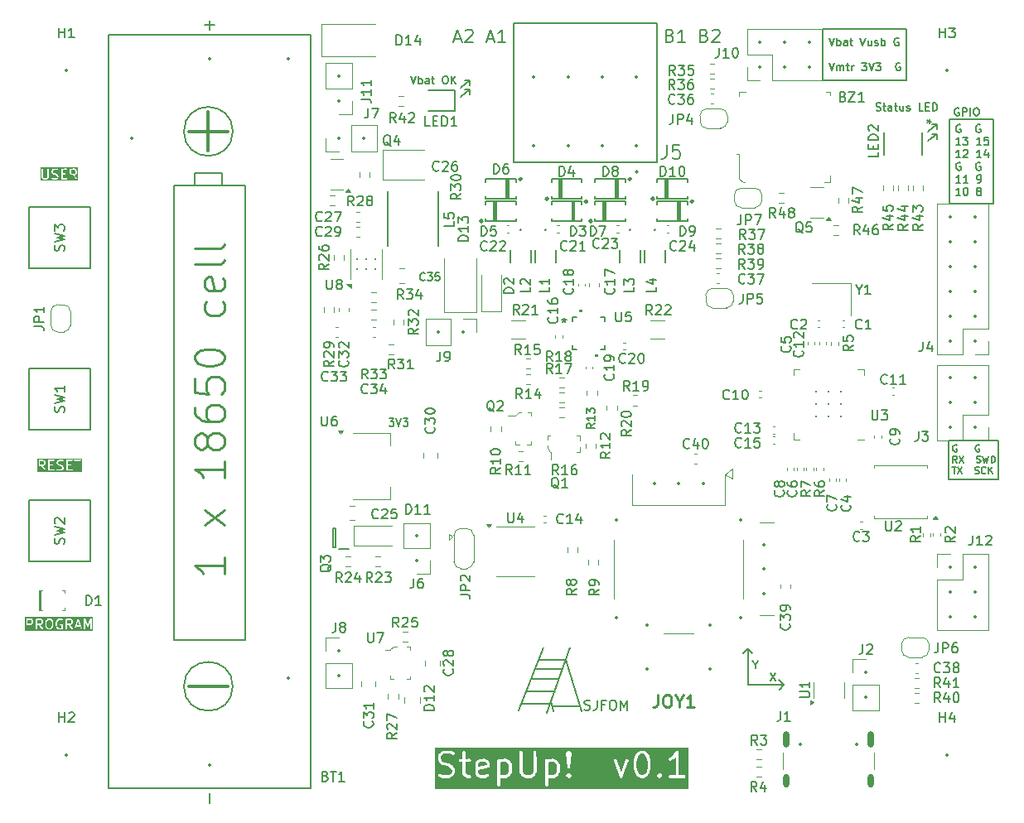
<source format=gbr>
%TF.GenerationSoftware,KiCad,Pcbnew,8.0.2*%
%TF.CreationDate,2024-05-30T20:06:03+01:00*%
%TF.ProjectId,StepUp,53746570-5570-42e6-9b69-6361645f7063,v0.1*%
%TF.SameCoordinates,Original*%
%TF.FileFunction,Legend,Top*%
%TF.FilePolarity,Positive*%
%FSLAX46Y46*%
G04 Gerber Fmt 4.6, Leading zero omitted, Abs format (unit mm)*
G04 Created by KiCad (PCBNEW 8.0.2) date 2024-05-30 20:06:03*
%MOMM*%
%LPD*%
G01*
G04 APERTURE LIST*
%ADD10C,0.300000*%
%ADD11C,0.150000*%
%ADD12C,0.250000*%
%ADD13C,0.200000*%
%ADD14C,0.254000*%
%ADD15C,0.152400*%
%ADD16C,0.100000*%
%ADD17C,0.120000*%
%ADD18C,0.127000*%
%ADD19C,0.000000*%
%ADD20C,0.350000*%
%ADD21O,0.600000X1.400000*%
%ADD22O,0.600000X1.700000*%
%ADD23C,0.300000*%
G04 APERTURE END LIST*
D10*
X45242000Y-33260000D02*
X45242000Y-37260000D01*
D11*
X71492000Y-31010000D02*
X71992000Y-31010000D01*
X100400107Y-88168107D02*
X100871488Y-88639488D01*
X47742000Y-92010000D02*
G75*
G02*
X42742000Y-92010000I-2500000J0D01*
G01*
X42742000Y-92010000D02*
G75*
G02*
X47742000Y-92010000I2500000J0D01*
G01*
X71992000Y-31010000D02*
X71992000Y-31510000D01*
X80392000Y-94060000D02*
X83242000Y-94060000D01*
X81792000Y-89310000D02*
X78992000Y-89310000D01*
X104067000Y-91860000D02*
X103567000Y-91360000D01*
X71492000Y-30010000D02*
X71992000Y-30010000D01*
X119242000Y-34510000D02*
X119742000Y-34510000D01*
X76942000Y-94510000D02*
X79492000Y-88010000D01*
X47742000Y-35260000D02*
G75*
G02*
X42742000Y-35260000I-2500000J0D01*
G01*
X42742000Y-35260000D02*
G75*
G02*
X47742000Y-35260000I2500000J0D01*
G01*
X80242000Y-93535000D02*
X80542000Y-94585000D01*
X41742000Y-40760000D02*
X48992000Y-40760000D01*
X48992000Y-87260000D01*
X41742000Y-87260000D01*
X41742000Y-40760000D01*
X70992000Y-30760000D02*
X71992000Y-30010000D01*
X100417000Y-91860000D02*
X104067000Y-91860000D01*
X104058893Y-91868107D02*
X103587512Y-92339488D01*
X100392000Y-88210000D02*
X100392000Y-91860000D01*
X80642000Y-92510000D02*
X77742000Y-92510000D01*
X100392000Y-88160000D02*
X99892000Y-88660000D01*
D10*
X43242000Y-35260000D02*
X47242000Y-35260000D01*
X43242000Y-92010000D02*
X47242000Y-92010000D01*
D11*
X81042000Y-91260000D02*
X78242000Y-91260000D01*
X71992000Y-30010000D02*
X71992000Y-30510000D01*
X118742000Y-36260000D02*
X119742000Y-35510000D01*
X119242000Y-35510000D02*
X119742000Y-35510000D01*
X81792000Y-89310000D02*
X83392000Y-94560000D01*
X81392000Y-90260000D02*
X78592000Y-90260000D01*
X118742000Y-35260000D02*
X119742000Y-34510000D01*
X108027000Y-24807500D02*
X116592000Y-24807500D01*
X116592000Y-30022500D01*
X108027000Y-30022500D01*
X108027000Y-24807500D01*
X119742000Y-35510000D02*
X119742000Y-36010000D01*
X121017000Y-34060000D02*
X125467000Y-34060000D01*
X125467000Y-42660000D01*
X121017000Y-42660000D01*
X121017000Y-34060000D01*
X119742000Y-34510000D02*
X119742000Y-35010000D01*
X120867000Y-66860000D02*
X126017000Y-66860000D01*
X126017000Y-70810000D01*
X120867000Y-70810000D01*
X120867000Y-66860000D01*
X70992000Y-31760000D02*
X71992000Y-31010000D01*
X79867000Y-94735000D02*
X82242000Y-88010000D01*
X43875000Y-39500000D02*
X46625000Y-39500000D01*
X46625000Y-40750000D01*
X43875000Y-40750000D01*
X43875000Y-39500000D01*
X80142000Y-93760000D02*
X77242000Y-93760000D01*
X101133541Y-89773342D02*
X101133541Y-90154295D01*
X100866874Y-89354295D02*
X101133541Y-89773342D01*
X101133541Y-89773342D02*
X101400207Y-89354295D01*
G36*
X28397976Y-68986871D02*
G01*
X28429303Y-69017115D01*
X28464761Y-69085972D01*
X28465746Y-69193604D01*
X28432566Y-69261985D01*
X28402321Y-69293313D01*
X28333633Y-69328684D01*
X28207482Y-69329144D01*
X28204660Y-69328646D01*
X28202326Y-69329162D01*
X28042408Y-69329745D01*
X28041875Y-68954550D01*
X28329209Y-68953503D01*
X28397976Y-68986871D01*
G37*
G36*
X32343336Y-70065930D02*
G01*
X27782079Y-70065930D01*
X27782079Y-68879819D01*
X27893190Y-68879819D01*
X27894631Y-69894451D01*
X27905830Y-69921487D01*
X27926522Y-69942179D01*
X27953558Y-69953378D01*
X27982822Y-69953378D01*
X28009858Y-69942179D01*
X28030550Y-69921487D01*
X28041749Y-69894451D01*
X28043190Y-69879819D01*
X28042619Y-69478356D01*
X28166842Y-69477904D01*
X28487747Y-69933989D01*
X28512426Y-69949716D01*
X28541243Y-69954802D01*
X28569814Y-69948472D01*
X28593788Y-69931690D01*
X28609515Y-69907012D01*
X28614600Y-69878194D01*
X28608271Y-69849623D01*
X28601061Y-69836810D01*
X28348204Y-69477439D01*
X28351102Y-69477233D01*
X28363774Y-69477187D01*
X28366263Y-69476155D01*
X28368951Y-69475965D01*
X28382683Y-69470710D01*
X28477239Y-69422017D01*
X28486048Y-69418369D01*
X28488950Y-69415986D01*
X28490364Y-69415259D01*
X28491663Y-69413760D01*
X28497413Y-69409042D01*
X28544754Y-69360006D01*
X28551249Y-69354374D01*
X28553228Y-69351228D01*
X28554359Y-69350058D01*
X28555116Y-69348230D01*
X28559081Y-69341931D01*
X28600756Y-69256041D01*
X28601978Y-69254820D01*
X28605647Y-69245960D01*
X28611955Y-69232962D01*
X28612146Y-69230272D01*
X28613177Y-69227784D01*
X28614618Y-69213152D01*
X28613413Y-69081521D01*
X28614029Y-69079675D01*
X28613303Y-69069460D01*
X28613177Y-69055663D01*
X28612146Y-69053174D01*
X28611955Y-69050485D01*
X28606700Y-69036754D01*
X28558008Y-68942199D01*
X28554359Y-68933389D01*
X28551976Y-68930486D01*
X28551249Y-68929073D01*
X28549750Y-68927773D01*
X28545032Y-68922024D01*
X28501317Y-68879819D01*
X28893190Y-68879819D01*
X28894631Y-69894451D01*
X28905830Y-69921487D01*
X28926522Y-69942179D01*
X28953558Y-69953378D01*
X28968190Y-69954819D01*
X29459012Y-69953378D01*
X29486048Y-69942179D01*
X29506740Y-69921487D01*
X29517939Y-69894451D01*
X29517939Y-69865187D01*
X29506740Y-69838151D01*
X29486048Y-69817459D01*
X29459012Y-69806260D01*
X29444380Y-69804819D01*
X29043085Y-69805997D01*
X29042552Y-69430701D01*
X29316155Y-69429568D01*
X29343191Y-69418369D01*
X29363883Y-69397677D01*
X29375082Y-69370641D01*
X29375082Y-69341377D01*
X29363883Y-69314341D01*
X29343191Y-69293649D01*
X29316155Y-69282450D01*
X29301523Y-69281009D01*
X29042341Y-69282082D01*
X29042040Y-69070295D01*
X29750333Y-69070295D01*
X29751438Y-69154601D01*
X29750922Y-69156152D01*
X29751580Y-69165421D01*
X29751774Y-69180165D01*
X29752805Y-69182654D01*
X29752996Y-69185342D01*
X29758251Y-69199074D01*
X29806943Y-69293630D01*
X29810592Y-69302439D01*
X29812974Y-69305341D01*
X29813702Y-69306755D01*
X29815200Y-69308054D01*
X29819919Y-69313804D01*
X29868954Y-69361145D01*
X29874587Y-69367640D01*
X29877732Y-69369619D01*
X29878903Y-69370750D01*
X29880730Y-69371507D01*
X29887030Y-69375472D01*
X29978262Y-69419740D01*
X29983773Y-69423823D01*
X29994788Y-69427758D01*
X29995999Y-69428346D01*
X29996539Y-69428384D01*
X29997619Y-69428770D01*
X30175102Y-69471854D01*
X30255119Y-69510680D01*
X30286446Y-69540924D01*
X30321968Y-69609905D01*
X30322757Y-69670066D01*
X30289709Y-69738175D01*
X30259463Y-69769504D01*
X30190713Y-69804907D01*
X29983932Y-69806086D01*
X29834713Y-69757789D01*
X29805523Y-69759864D01*
X29779350Y-69772950D01*
X29760176Y-69795057D01*
X29750922Y-69822820D01*
X29752997Y-69852010D01*
X29766083Y-69878183D01*
X29788190Y-69897357D01*
X29801616Y-69903351D01*
X29944197Y-69949500D01*
X29953558Y-69953378D01*
X29957321Y-69953748D01*
X29958809Y-69954230D01*
X29960783Y-69954089D01*
X29968190Y-69954819D01*
X30194794Y-69953526D01*
X30196904Y-69954230D01*
X30207846Y-69953452D01*
X30220917Y-69953378D01*
X30223406Y-69952346D01*
X30226094Y-69952156D01*
X30239826Y-69946901D01*
X30334380Y-69898209D01*
X30343191Y-69894560D01*
X30346093Y-69892177D01*
X30347507Y-69891450D01*
X30348807Y-69889950D01*
X30354557Y-69885232D01*
X30401898Y-69836195D01*
X30408392Y-69830564D01*
X30410371Y-69827418D01*
X30411503Y-69826247D01*
X30412260Y-69824417D01*
X30416224Y-69818121D01*
X30457899Y-69732231D01*
X30459121Y-69731010D01*
X30462790Y-69722150D01*
X30469098Y-69709152D01*
X30469289Y-69706462D01*
X30470320Y-69703974D01*
X30471761Y-69689342D01*
X30470655Y-69605034D01*
X30471172Y-69603484D01*
X30470513Y-69594213D01*
X30470320Y-69579472D01*
X30469289Y-69576983D01*
X30469098Y-69574294D01*
X30463843Y-69560563D01*
X30415151Y-69466008D01*
X30411502Y-69457198D01*
X30409119Y-69454295D01*
X30408392Y-69452882D01*
X30406893Y-69451582D01*
X30402175Y-69445833D01*
X30353139Y-69398491D01*
X30347507Y-69391997D01*
X30344361Y-69390017D01*
X30343191Y-69388887D01*
X30341363Y-69388129D01*
X30335064Y-69384165D01*
X30243832Y-69339898D01*
X30238321Y-69335814D01*
X30227301Y-69331876D01*
X30226094Y-69331291D01*
X30225554Y-69331252D01*
X30224475Y-69330867D01*
X30046991Y-69287782D01*
X29966975Y-69248957D01*
X29935647Y-69218712D01*
X29900125Y-69149731D01*
X29899336Y-69089570D01*
X29932385Y-69021460D01*
X29962629Y-68990133D01*
X30031380Y-68954730D01*
X30238161Y-68953551D01*
X30387380Y-69001849D01*
X30416570Y-68999774D01*
X30442744Y-68986688D01*
X30461918Y-68964580D01*
X30471172Y-68936818D01*
X30469097Y-68907628D01*
X30456010Y-68881455D01*
X30454124Y-68879819D01*
X30750333Y-68879819D01*
X30751774Y-69894451D01*
X30762973Y-69921487D01*
X30783665Y-69942179D01*
X30810701Y-69953378D01*
X30825333Y-69954819D01*
X31316155Y-69953378D01*
X31343191Y-69942179D01*
X31363883Y-69921487D01*
X31375082Y-69894451D01*
X31375082Y-69865187D01*
X31363883Y-69838151D01*
X31343191Y-69817459D01*
X31316155Y-69806260D01*
X31301523Y-69804819D01*
X30900228Y-69805997D01*
X30899695Y-69430701D01*
X31173298Y-69429568D01*
X31200334Y-69418369D01*
X31221026Y-69397677D01*
X31232225Y-69370641D01*
X31232225Y-69341377D01*
X31221026Y-69314341D01*
X31200334Y-69293649D01*
X31173298Y-69282450D01*
X31158666Y-69281009D01*
X30899484Y-69282082D01*
X30899018Y-68954602D01*
X31316155Y-68953378D01*
X31343191Y-68942179D01*
X31363883Y-68921487D01*
X31375082Y-68894451D01*
X31375082Y-68865187D01*
X31513679Y-68865187D01*
X31513679Y-68894451D01*
X31524878Y-68921487D01*
X31545570Y-68942179D01*
X31572606Y-68953378D01*
X31587238Y-68954819D01*
X31798057Y-68954300D01*
X31799393Y-69894451D01*
X31810592Y-69921487D01*
X31831284Y-69942179D01*
X31858320Y-69953378D01*
X31887584Y-69953378D01*
X31914620Y-69942179D01*
X31935312Y-69921487D01*
X31946511Y-69894451D01*
X31947952Y-69879819D01*
X31946637Y-68953935D01*
X32173298Y-68953378D01*
X32200334Y-68942179D01*
X32221026Y-68921487D01*
X32232225Y-68894451D01*
X32232225Y-68865187D01*
X32221026Y-68838151D01*
X32200334Y-68817459D01*
X32173298Y-68806260D01*
X32158666Y-68804819D01*
X31572606Y-68806260D01*
X31545570Y-68817459D01*
X31524878Y-68838151D01*
X31513679Y-68865187D01*
X31375082Y-68865187D01*
X31363883Y-68838151D01*
X31343191Y-68817459D01*
X31316155Y-68806260D01*
X31301523Y-68804819D01*
X30810701Y-68806260D01*
X30783665Y-68817459D01*
X30762973Y-68838151D01*
X30751774Y-68865187D01*
X30750333Y-68879819D01*
X30454124Y-68879819D01*
X30433903Y-68862281D01*
X30420478Y-68856287D01*
X30277899Y-68810138D01*
X30268536Y-68806260D01*
X30264770Y-68805889D01*
X30263284Y-68805408D01*
X30261309Y-68805548D01*
X30253904Y-68804819D01*
X30027298Y-68806111D01*
X30025189Y-68805408D01*
X30014246Y-68806185D01*
X30001177Y-68806260D01*
X29998688Y-68807290D01*
X29995999Y-68807482D01*
X29982268Y-68812737D01*
X29887713Y-68861428D01*
X29878903Y-68865078D01*
X29876000Y-68867460D01*
X29874587Y-68868188D01*
X29873287Y-68869686D01*
X29867538Y-68874405D01*
X29820196Y-68923440D01*
X29813702Y-68929073D01*
X29811722Y-68932218D01*
X29810592Y-68933389D01*
X29809834Y-68935216D01*
X29805870Y-68941516D01*
X29764195Y-69027404D01*
X29762973Y-69028627D01*
X29759300Y-69037492D01*
X29752996Y-69050486D01*
X29752805Y-69053173D01*
X29751774Y-69055663D01*
X29750333Y-69070295D01*
X29042040Y-69070295D01*
X29041875Y-68954602D01*
X29459012Y-68953378D01*
X29486048Y-68942179D01*
X29506740Y-68921487D01*
X29517939Y-68894451D01*
X29517939Y-68865187D01*
X29506740Y-68838151D01*
X29486048Y-68817459D01*
X29459012Y-68806260D01*
X29444380Y-68804819D01*
X28953558Y-68806260D01*
X28926522Y-68817459D01*
X28905830Y-68838151D01*
X28894631Y-68865187D01*
X28893190Y-68879819D01*
X28501317Y-68879819D01*
X28495996Y-68874682D01*
X28490364Y-68868188D01*
X28487218Y-68866208D01*
X28486048Y-68865078D01*
X28484220Y-68864320D01*
X28477921Y-68860356D01*
X28392032Y-68818681D01*
X28390810Y-68817459D01*
X28381944Y-68813786D01*
X28368951Y-68807482D01*
X28366263Y-68807291D01*
X28363774Y-68806260D01*
X28349142Y-68804819D01*
X27953558Y-68806260D01*
X27926522Y-68817459D01*
X27905830Y-68838151D01*
X27894631Y-68865187D01*
X27893190Y-68879819D01*
X27782079Y-68879819D01*
X27782079Y-68693708D01*
X32343336Y-68693708D01*
X32343336Y-70065930D01*
G37*
G36*
X29135865Y-85236770D02*
G01*
X29209657Y-85309152D01*
X29250350Y-85467323D01*
X29251653Y-85782077D01*
X29211539Y-85947325D01*
X29141072Y-86019166D01*
X29071626Y-86054928D01*
X28916457Y-86056018D01*
X28848135Y-86022867D01*
X28774342Y-85950485D01*
X28733649Y-85792313D01*
X28732346Y-85477559D01*
X28772460Y-85312311D01*
X28842928Y-85240470D01*
X28912373Y-85204709D01*
X29067542Y-85203619D01*
X29135865Y-85236770D01*
G37*
G36*
X28136072Y-85236871D02*
G01*
X28167399Y-85267115D01*
X28202857Y-85335972D01*
X28203842Y-85443604D01*
X28170662Y-85511985D01*
X28140417Y-85543313D01*
X28071729Y-85578684D01*
X27945578Y-85579144D01*
X27942756Y-85578646D01*
X27940422Y-85579162D01*
X27780504Y-85579745D01*
X27779971Y-85204550D01*
X28067305Y-85203503D01*
X28136072Y-85236871D01*
G37*
G36*
X31183691Y-85236871D02*
G01*
X31215018Y-85267115D01*
X31250476Y-85335972D01*
X31251461Y-85443604D01*
X31218281Y-85511985D01*
X31188036Y-85543313D01*
X31119348Y-85578684D01*
X30993197Y-85579144D01*
X30990375Y-85578646D01*
X30988041Y-85579162D01*
X30828123Y-85579745D01*
X30827590Y-85204550D01*
X31114924Y-85203503D01*
X31183691Y-85236871D01*
G37*
G36*
X32079443Y-85769406D02*
G01*
X31809403Y-85770199D01*
X31943948Y-85364742D01*
X32079443Y-85769406D01*
G37*
G36*
X27136072Y-85236871D02*
G01*
X27167399Y-85267115D01*
X27202857Y-85335972D01*
X27203842Y-85443604D01*
X27170662Y-85511985D01*
X27140417Y-85543313D01*
X27071729Y-85578684D01*
X26780504Y-85579745D01*
X26779971Y-85204550D01*
X27067305Y-85203503D01*
X27136072Y-85236871D01*
G37*
G36*
X33463825Y-86315930D02*
G01*
X26520175Y-86315930D01*
X26520175Y-85129819D01*
X26631286Y-85129819D01*
X26632727Y-86144451D01*
X26643926Y-86171487D01*
X26664618Y-86192179D01*
X26691654Y-86203378D01*
X26720918Y-86203378D01*
X26747954Y-86192179D01*
X26768646Y-86171487D01*
X26779845Y-86144451D01*
X26781286Y-86129819D01*
X26780715Y-85728356D01*
X27075588Y-85727282D01*
X27077857Y-85728039D01*
X27089198Y-85727233D01*
X27101870Y-85727187D01*
X27104359Y-85726155D01*
X27107047Y-85725965D01*
X27120779Y-85720710D01*
X27215335Y-85672017D01*
X27224144Y-85668369D01*
X27227046Y-85665986D01*
X27228460Y-85665259D01*
X27229759Y-85663760D01*
X27235509Y-85659042D01*
X27282850Y-85610006D01*
X27289345Y-85604374D01*
X27291324Y-85601228D01*
X27292455Y-85600058D01*
X27293212Y-85598230D01*
X27297177Y-85591931D01*
X27338852Y-85506041D01*
X27340074Y-85504820D01*
X27343743Y-85495960D01*
X27350051Y-85482962D01*
X27350242Y-85480272D01*
X27351273Y-85477784D01*
X27352714Y-85463152D01*
X27351509Y-85331521D01*
X27352125Y-85329675D01*
X27351399Y-85319460D01*
X27351273Y-85305663D01*
X27350242Y-85303174D01*
X27350051Y-85300485D01*
X27344796Y-85286754D01*
X27296104Y-85192199D01*
X27292455Y-85183389D01*
X27290072Y-85180486D01*
X27289345Y-85179073D01*
X27287846Y-85177773D01*
X27283128Y-85172024D01*
X27239413Y-85129819D01*
X27631286Y-85129819D01*
X27632727Y-86144451D01*
X27643926Y-86171487D01*
X27664618Y-86192179D01*
X27691654Y-86203378D01*
X27720918Y-86203378D01*
X27747954Y-86192179D01*
X27768646Y-86171487D01*
X27779845Y-86144451D01*
X27781286Y-86129819D01*
X27780715Y-85728356D01*
X27904938Y-85727904D01*
X28225843Y-86183989D01*
X28250522Y-86199716D01*
X28279339Y-86204802D01*
X28307910Y-86198472D01*
X28331884Y-86181690D01*
X28347611Y-86157012D01*
X28352696Y-86128194D01*
X28346367Y-86099623D01*
X28339157Y-86086810D01*
X28086300Y-85727439D01*
X28089198Y-85727233D01*
X28101870Y-85727187D01*
X28104359Y-85726155D01*
X28107047Y-85725965D01*
X28120779Y-85720710D01*
X28215335Y-85672017D01*
X28224144Y-85668369D01*
X28227046Y-85665986D01*
X28228460Y-85665259D01*
X28229759Y-85663760D01*
X28235509Y-85659042D01*
X28282850Y-85610006D01*
X28289345Y-85604374D01*
X28291324Y-85601228D01*
X28292455Y-85600058D01*
X28293212Y-85598230D01*
X28297177Y-85591931D01*
X28338852Y-85506041D01*
X28340074Y-85504820D01*
X28343743Y-85495960D01*
X28350051Y-85482962D01*
X28350242Y-85480272D01*
X28351273Y-85477784D01*
X28352714Y-85463152D01*
X28583667Y-85463152D01*
X28585027Y-85791588D01*
X28583756Y-85800131D01*
X28585100Y-85809223D01*
X28585108Y-85811117D01*
X28585530Y-85812138D01*
X28585906Y-85814675D01*
X28632727Y-85996666D01*
X28632727Y-86001592D01*
X28636071Y-86009667D01*
X28638472Y-86018997D01*
X28641791Y-86023476D01*
X28643925Y-86028628D01*
X28653253Y-86039994D01*
X28749020Y-86133932D01*
X28755540Y-86141450D01*
X28758733Y-86143460D01*
X28759856Y-86144561D01*
X28761688Y-86145319D01*
X28767983Y-86149282D01*
X28853872Y-86190957D01*
X28855094Y-86192179D01*
X28863953Y-86195848D01*
X28876952Y-86202156D01*
X28879641Y-86202347D01*
X28882130Y-86203378D01*
X28896762Y-86204819D01*
X29075849Y-86203560D01*
X29077857Y-86204230D01*
X29088529Y-86203471D01*
X29101870Y-86203378D01*
X29104359Y-86202346D01*
X29107047Y-86202156D01*
X29120779Y-86196901D01*
X29215333Y-86148209D01*
X29224144Y-86144560D01*
X29227046Y-86142177D01*
X29228460Y-86141450D01*
X29229759Y-86139951D01*
X29235509Y-86135233D01*
X29324104Y-86044909D01*
X29328106Y-86042509D01*
X29333191Y-86035645D01*
X29340075Y-86028628D01*
X29342208Y-86023476D01*
X29345528Y-86018997D01*
X29350475Y-86005151D01*
X29395715Y-85818785D01*
X29398892Y-85811117D01*
X29399789Y-85802002D01*
X29400244Y-85800131D01*
X29400081Y-85799038D01*
X29400333Y-85796485D01*
X29399346Y-85558390D01*
X29631286Y-85558390D01*
X29632553Y-85696969D01*
X29631375Y-85704893D01*
X29632709Y-85713917D01*
X29632727Y-85715879D01*
X29633149Y-85716900D01*
X29633525Y-85719437D01*
X29681042Y-85904135D01*
X29681568Y-85911532D01*
X29685770Y-85922514D01*
X29686091Y-85923759D01*
X29686413Y-85924194D01*
X29686823Y-85925264D01*
X29735513Y-86019816D01*
X29739163Y-86028628D01*
X29741546Y-86031532D01*
X29742274Y-86032945D01*
X29743772Y-86034244D01*
X29748491Y-86039994D01*
X29836660Y-86126479D01*
X29837512Y-86128183D01*
X29845156Y-86134813D01*
X29855094Y-86144561D01*
X29857584Y-86145592D01*
X29859619Y-86147357D01*
X29873045Y-86153351D01*
X30015626Y-86199500D01*
X30024987Y-86203378D01*
X30028750Y-86203748D01*
X30030238Y-86204230D01*
X30032212Y-86204089D01*
X30039619Y-86204819D01*
X30134936Y-86203568D01*
X30144237Y-86204230D01*
X30147891Y-86203398D01*
X30149489Y-86203378D01*
X30151320Y-86202619D01*
X30158574Y-86200970D01*
X30290364Y-86155759D01*
X30292346Y-86155759D01*
X30301898Y-86151802D01*
X30314856Y-86147357D01*
X30316891Y-86145591D01*
X30319382Y-86144560D01*
X30330748Y-86135232D01*
X30387694Y-86076247D01*
X30395432Y-86057565D01*
X30398892Y-86049212D01*
X30400333Y-86034580D01*
X30398892Y-85686615D01*
X30387693Y-85659579D01*
X30367001Y-85638887D01*
X30339965Y-85627688D01*
X30325333Y-85626247D01*
X30120225Y-85627688D01*
X30093189Y-85638887D01*
X30072497Y-85659579D01*
X30061298Y-85686615D01*
X30061298Y-85715879D01*
X30072497Y-85742915D01*
X30093189Y-85763607D01*
X30120225Y-85774806D01*
X30134857Y-85776247D01*
X30250640Y-85775433D01*
X30251582Y-86003006D01*
X30238777Y-86016269D01*
X30126070Y-86054934D01*
X30054692Y-86055870D01*
X29938765Y-86018348D01*
X29864557Y-85945558D01*
X29825865Y-85870421D01*
X29781247Y-85696991D01*
X29780105Y-85572219D01*
X29822131Y-85399096D01*
X29860856Y-85319286D01*
X29935135Y-85243561D01*
X30048300Y-85204739D01*
X30162928Y-85203690D01*
X30257904Y-85249775D01*
X30287094Y-85251849D01*
X30314856Y-85242595D01*
X30336963Y-85223422D01*
X30350051Y-85197247D01*
X30352125Y-85168057D01*
X30342871Y-85140296D01*
X30333785Y-85129819D01*
X30678905Y-85129819D01*
X30680346Y-86144451D01*
X30691545Y-86171487D01*
X30712237Y-86192179D01*
X30739273Y-86203378D01*
X30768537Y-86203378D01*
X30795573Y-86192179D01*
X30816265Y-86171487D01*
X30827464Y-86144451D01*
X30828905Y-86129819D01*
X30828334Y-85728356D01*
X30952557Y-85727904D01*
X31273462Y-86183989D01*
X31298141Y-86199716D01*
X31326958Y-86204802D01*
X31355529Y-86198472D01*
X31379503Y-86181690D01*
X31395230Y-86157012D01*
X31400315Y-86128194D01*
X31398597Y-86120439D01*
X31536637Y-86120439D01*
X31538712Y-86149629D01*
X31551798Y-86175802D01*
X31573905Y-86194976D01*
X31601668Y-86204230D01*
X31630858Y-86202155D01*
X31657031Y-86189069D01*
X31676205Y-86166962D01*
X31682199Y-86153536D01*
X31760044Y-85918946D01*
X32129150Y-85917862D01*
X32212557Y-86166961D01*
X32231731Y-86189068D01*
X32257904Y-86202155D01*
X32287094Y-86204230D01*
X32314856Y-86194976D01*
X32336964Y-86175802D01*
X32350050Y-86149628D01*
X32352125Y-86120438D01*
X32348865Y-86106102D01*
X32021974Y-85129819D01*
X32536048Y-85129819D01*
X32537489Y-86144451D01*
X32548688Y-86171487D01*
X32569380Y-86192179D01*
X32596416Y-86203378D01*
X32625680Y-86203378D01*
X32652716Y-86192179D01*
X32673408Y-86171487D01*
X32684607Y-86144451D01*
X32686048Y-86129819D01*
X32685103Y-85464441D01*
X32876478Y-85872619D01*
X32880251Y-85882993D01*
X32882487Y-85885435D01*
X32883911Y-85888471D01*
X32892320Y-85896171D01*
X32900015Y-85904574D01*
X32903033Y-85905982D01*
X32905492Y-85908234D01*
X32916204Y-85912129D01*
X32926533Y-85916950D01*
X32929861Y-85917096D01*
X32932993Y-85918235D01*
X32944387Y-85917734D01*
X32955769Y-85918234D01*
X32958897Y-85917096D01*
X32962229Y-85916950D01*
X32972564Y-85912126D01*
X32983270Y-85908234D01*
X32985725Y-85905984D01*
X32988747Y-85904575D01*
X32996448Y-85896164D01*
X33004851Y-85888470D01*
X33007334Y-85884277D01*
X33008511Y-85882993D01*
X33009171Y-85881177D01*
X33012345Y-85875820D01*
X33203189Y-85464943D01*
X33204155Y-86144451D01*
X33215354Y-86171487D01*
X33236046Y-86192179D01*
X33263082Y-86203378D01*
X33292346Y-86203378D01*
X33319382Y-86192179D01*
X33340074Y-86171487D01*
X33351273Y-86144451D01*
X33352714Y-86129819D01*
X33351295Y-85130923D01*
X33351844Y-85118431D01*
X33351275Y-85116867D01*
X33351273Y-85115187D01*
X33346291Y-85103160D01*
X33341844Y-85090930D01*
X33340714Y-85089696D01*
X33340074Y-85088151D01*
X33330874Y-85078951D01*
X33322080Y-85069348D01*
X33320563Y-85068640D01*
X33319382Y-85067459D01*
X33307369Y-85062482D01*
X33295562Y-85056973D01*
X33293889Y-85056899D01*
X33292346Y-85056260D01*
X33279340Y-85056260D01*
X33266326Y-85055688D01*
X33264753Y-85056260D01*
X33263082Y-85056260D01*
X33251063Y-85061238D01*
X33238825Y-85065689D01*
X33237591Y-85066819D01*
X33236046Y-85067459D01*
X33226847Y-85076657D01*
X33217244Y-85085452D01*
X33216068Y-85087436D01*
X33215354Y-85088151D01*
X33214677Y-85089784D01*
X33209750Y-85098102D01*
X32944846Y-85668422D01*
X32678147Y-85099592D01*
X32673408Y-85088151D01*
X32672231Y-85086974D01*
X32671518Y-85085453D01*
X32661921Y-85076664D01*
X32652716Y-85067459D01*
X32651170Y-85066818D01*
X32649937Y-85065689D01*
X32637706Y-85061241D01*
X32625680Y-85056260D01*
X32624006Y-85056260D01*
X32622436Y-85055689D01*
X32609435Y-85056260D01*
X32596416Y-85056260D01*
X32594871Y-85056899D01*
X32593200Y-85056973D01*
X32581401Y-85062479D01*
X32569380Y-85067459D01*
X32568197Y-85068641D01*
X32566682Y-85069349D01*
X32557893Y-85078945D01*
X32548688Y-85088151D01*
X32548047Y-85089696D01*
X32546918Y-85090930D01*
X32542470Y-85103160D01*
X32537489Y-85115187D01*
X32537262Y-85117482D01*
X32536918Y-85118431D01*
X32536995Y-85120197D01*
X32536048Y-85129819D01*
X32021974Y-85129819D01*
X32017087Y-85115223D01*
X32016717Y-85110010D01*
X32012553Y-85101683D01*
X32009538Y-85092676D01*
X32006026Y-85088627D01*
X32003631Y-85083836D01*
X31996527Y-85077674D01*
X31990364Y-85070569D01*
X31985570Y-85068172D01*
X31981523Y-85064662D01*
X31972601Y-85061688D01*
X31964191Y-85057483D01*
X31958846Y-85057103D01*
X31953761Y-85055408D01*
X31944381Y-85056074D01*
X31935001Y-85055408D01*
X31929915Y-85057103D01*
X31924571Y-85057483D01*
X31916163Y-85061687D01*
X31907238Y-85064662D01*
X31903187Y-85068175D01*
X31898398Y-85070570D01*
X31892239Y-85077670D01*
X31885131Y-85083836D01*
X31882734Y-85088629D01*
X31879224Y-85092677D01*
X31873230Y-85106102D01*
X31635055Y-85823850D01*
X31632727Y-85829472D01*
X31632727Y-85830867D01*
X31536637Y-86120439D01*
X31398597Y-86120439D01*
X31393986Y-86099623D01*
X31386776Y-86086810D01*
X31133919Y-85727439D01*
X31136817Y-85727233D01*
X31149489Y-85727187D01*
X31151978Y-85726155D01*
X31154666Y-85725965D01*
X31168398Y-85720710D01*
X31262954Y-85672017D01*
X31271763Y-85668369D01*
X31274665Y-85665986D01*
X31276079Y-85665259D01*
X31277378Y-85663760D01*
X31283128Y-85659042D01*
X31330469Y-85610006D01*
X31336964Y-85604374D01*
X31338943Y-85601228D01*
X31340074Y-85600058D01*
X31340831Y-85598230D01*
X31344796Y-85591931D01*
X31386471Y-85506041D01*
X31387693Y-85504820D01*
X31391362Y-85495960D01*
X31397670Y-85482962D01*
X31397861Y-85480272D01*
X31398892Y-85477784D01*
X31400333Y-85463152D01*
X31399128Y-85331521D01*
X31399744Y-85329675D01*
X31399018Y-85319460D01*
X31398892Y-85305663D01*
X31397861Y-85303174D01*
X31397670Y-85300485D01*
X31392415Y-85286754D01*
X31343723Y-85192199D01*
X31340074Y-85183389D01*
X31337691Y-85180486D01*
X31336964Y-85179073D01*
X31335465Y-85177773D01*
X31330747Y-85172024D01*
X31281711Y-85124682D01*
X31276079Y-85118188D01*
X31272933Y-85116208D01*
X31271763Y-85115078D01*
X31269935Y-85114320D01*
X31263636Y-85110356D01*
X31177747Y-85068681D01*
X31176525Y-85067459D01*
X31167659Y-85063786D01*
X31154666Y-85057482D01*
X31151978Y-85057291D01*
X31149489Y-85056260D01*
X31134857Y-85054819D01*
X30739273Y-85056260D01*
X30712237Y-85067459D01*
X30691545Y-85088151D01*
X30680346Y-85115187D01*
X30678905Y-85129819D01*
X30333785Y-85129819D01*
X30323698Y-85118188D01*
X30311255Y-85110356D01*
X30225366Y-85068681D01*
X30224144Y-85067459D01*
X30215278Y-85063786D01*
X30202285Y-85057482D01*
X30199597Y-85057291D01*
X30197108Y-85056260D01*
X30182476Y-85054819D01*
X30040257Y-85056120D01*
X30030238Y-85055408D01*
X30026554Y-85056245D01*
X30024987Y-85056260D01*
X30023156Y-85057018D01*
X30015901Y-85058668D01*
X29884111Y-85103879D01*
X29882131Y-85103879D01*
X29872581Y-85107834D01*
X29859619Y-85112281D01*
X29857584Y-85114045D01*
X29855094Y-85115077D01*
X29843729Y-85124405D01*
X29749797Y-85220167D01*
X29742274Y-85226692D01*
X29740261Y-85229888D01*
X29739164Y-85231008D01*
X29738406Y-85232835D01*
X29734442Y-85239135D01*
X29690175Y-85330366D01*
X29686091Y-85335878D01*
X29682153Y-85346897D01*
X29681568Y-85348105D01*
X29681529Y-85348644D01*
X29681144Y-85349724D01*
X29635903Y-85536089D01*
X29632727Y-85543758D01*
X29631829Y-85552872D01*
X29631375Y-85554744D01*
X29631537Y-85555836D01*
X29631286Y-85558390D01*
X29399346Y-85558390D01*
X29398972Y-85468048D01*
X29400244Y-85459506D01*
X29398899Y-85450413D01*
X29398892Y-85448520D01*
X29398469Y-85447498D01*
X29398094Y-85444962D01*
X29351273Y-85262970D01*
X29351273Y-85258045D01*
X29347927Y-85249968D01*
X29345528Y-85240640D01*
X29342209Y-85236161D01*
X29340075Y-85231008D01*
X29330747Y-85219643D01*
X29234984Y-85125711D01*
X29228460Y-85118188D01*
X29225263Y-85116175D01*
X29224144Y-85115078D01*
X29222316Y-85114320D01*
X29216017Y-85110356D01*
X29130128Y-85068681D01*
X29128906Y-85067459D01*
X29120040Y-85063786D01*
X29107047Y-85057482D01*
X29104359Y-85057291D01*
X29101870Y-85056260D01*
X29087238Y-85054819D01*
X28908149Y-85056077D01*
X28906142Y-85055408D01*
X28895469Y-85056166D01*
X28882130Y-85056260D01*
X28879641Y-85057290D01*
X28876952Y-85057482D01*
X28863221Y-85062737D01*
X28768671Y-85111425D01*
X28759856Y-85115077D01*
X28756950Y-85117461D01*
X28755540Y-85118188D01*
X28754241Y-85119684D01*
X28748491Y-85124405D01*
X28659895Y-85214726D01*
X28655894Y-85217128D01*
X28650807Y-85223991D01*
X28643926Y-85231008D01*
X28641792Y-85236158D01*
X28638472Y-85240640D01*
X28633525Y-85254486D01*
X28588284Y-85440851D01*
X28585108Y-85448520D01*
X28584210Y-85457634D01*
X28583756Y-85459506D01*
X28583918Y-85460598D01*
X28583667Y-85463152D01*
X28352714Y-85463152D01*
X28351509Y-85331521D01*
X28352125Y-85329675D01*
X28351399Y-85319460D01*
X28351273Y-85305663D01*
X28350242Y-85303174D01*
X28350051Y-85300485D01*
X28344796Y-85286754D01*
X28296104Y-85192199D01*
X28292455Y-85183389D01*
X28290072Y-85180486D01*
X28289345Y-85179073D01*
X28287846Y-85177773D01*
X28283128Y-85172024D01*
X28234092Y-85124682D01*
X28228460Y-85118188D01*
X28225314Y-85116208D01*
X28224144Y-85115078D01*
X28222316Y-85114320D01*
X28216017Y-85110356D01*
X28130128Y-85068681D01*
X28128906Y-85067459D01*
X28120040Y-85063786D01*
X28107047Y-85057482D01*
X28104359Y-85057291D01*
X28101870Y-85056260D01*
X28087238Y-85054819D01*
X27691654Y-85056260D01*
X27664618Y-85067459D01*
X27643926Y-85088151D01*
X27632727Y-85115187D01*
X27631286Y-85129819D01*
X27239413Y-85129819D01*
X27234092Y-85124682D01*
X27228460Y-85118188D01*
X27225314Y-85116208D01*
X27224144Y-85115078D01*
X27222316Y-85114320D01*
X27216017Y-85110356D01*
X27130128Y-85068681D01*
X27128906Y-85067459D01*
X27120040Y-85063786D01*
X27107047Y-85057482D01*
X27104359Y-85057291D01*
X27101870Y-85056260D01*
X27087238Y-85054819D01*
X26691654Y-85056260D01*
X26664618Y-85067459D01*
X26643926Y-85088151D01*
X26632727Y-85115187D01*
X26631286Y-85129819D01*
X26520175Y-85129819D01*
X26520175Y-84943708D01*
X33463825Y-84943708D01*
X33463825Y-86315930D01*
G37*
D12*
X46861857Y-78809812D02*
X46861857Y-80524098D01*
X46861857Y-79666955D02*
X43861857Y-79666955D01*
X43861857Y-79666955D02*
X44290428Y-79952669D01*
X44290428Y-79952669D02*
X44576142Y-80238384D01*
X44576142Y-80238384D02*
X44719000Y-80524098D01*
X46861857Y-75524098D02*
X44861857Y-73952670D01*
X44861857Y-75524098D02*
X46861857Y-73952670D01*
X46861857Y-68952670D02*
X46861857Y-70666956D01*
X46861857Y-69809813D02*
X43861857Y-69809813D01*
X43861857Y-69809813D02*
X44290428Y-70095527D01*
X44290428Y-70095527D02*
X44576142Y-70381242D01*
X44576142Y-70381242D02*
X44719000Y-70666956D01*
X45147571Y-67238384D02*
X45004714Y-67524099D01*
X45004714Y-67524099D02*
X44861857Y-67666956D01*
X44861857Y-67666956D02*
X44576142Y-67809813D01*
X44576142Y-67809813D02*
X44433285Y-67809813D01*
X44433285Y-67809813D02*
X44147571Y-67666956D01*
X44147571Y-67666956D02*
X44004714Y-67524099D01*
X44004714Y-67524099D02*
X43861857Y-67238384D01*
X43861857Y-67238384D02*
X43861857Y-66666956D01*
X43861857Y-66666956D02*
X44004714Y-66381242D01*
X44004714Y-66381242D02*
X44147571Y-66238384D01*
X44147571Y-66238384D02*
X44433285Y-66095527D01*
X44433285Y-66095527D02*
X44576142Y-66095527D01*
X44576142Y-66095527D02*
X44861857Y-66238384D01*
X44861857Y-66238384D02*
X45004714Y-66381242D01*
X45004714Y-66381242D02*
X45147571Y-66666956D01*
X45147571Y-66666956D02*
X45147571Y-67238384D01*
X45147571Y-67238384D02*
X45290428Y-67524099D01*
X45290428Y-67524099D02*
X45433285Y-67666956D01*
X45433285Y-67666956D02*
X45719000Y-67809813D01*
X45719000Y-67809813D02*
X46290428Y-67809813D01*
X46290428Y-67809813D02*
X46576142Y-67666956D01*
X46576142Y-67666956D02*
X46719000Y-67524099D01*
X46719000Y-67524099D02*
X46861857Y-67238384D01*
X46861857Y-67238384D02*
X46861857Y-66666956D01*
X46861857Y-66666956D02*
X46719000Y-66381242D01*
X46719000Y-66381242D02*
X46576142Y-66238384D01*
X46576142Y-66238384D02*
X46290428Y-66095527D01*
X46290428Y-66095527D02*
X45719000Y-66095527D01*
X45719000Y-66095527D02*
X45433285Y-66238384D01*
X45433285Y-66238384D02*
X45290428Y-66381242D01*
X45290428Y-66381242D02*
X45147571Y-66666956D01*
X43861857Y-63524099D02*
X43861857Y-64095527D01*
X43861857Y-64095527D02*
X44004714Y-64381241D01*
X44004714Y-64381241D02*
X44147571Y-64524099D01*
X44147571Y-64524099D02*
X44576142Y-64809813D01*
X44576142Y-64809813D02*
X45147571Y-64952670D01*
X45147571Y-64952670D02*
X46290428Y-64952670D01*
X46290428Y-64952670D02*
X46576142Y-64809813D01*
X46576142Y-64809813D02*
X46719000Y-64666956D01*
X46719000Y-64666956D02*
X46861857Y-64381241D01*
X46861857Y-64381241D02*
X46861857Y-63809813D01*
X46861857Y-63809813D02*
X46719000Y-63524099D01*
X46719000Y-63524099D02*
X46576142Y-63381241D01*
X46576142Y-63381241D02*
X46290428Y-63238384D01*
X46290428Y-63238384D02*
X45576142Y-63238384D01*
X45576142Y-63238384D02*
X45290428Y-63381241D01*
X45290428Y-63381241D02*
X45147571Y-63524099D01*
X45147571Y-63524099D02*
X45004714Y-63809813D01*
X45004714Y-63809813D02*
X45004714Y-64381241D01*
X45004714Y-64381241D02*
X45147571Y-64666956D01*
X45147571Y-64666956D02*
X45290428Y-64809813D01*
X45290428Y-64809813D02*
X45576142Y-64952670D01*
X43861857Y-60524098D02*
X43861857Y-61952670D01*
X43861857Y-61952670D02*
X45290428Y-62095527D01*
X45290428Y-62095527D02*
X45147571Y-61952670D01*
X45147571Y-61952670D02*
X45004714Y-61666956D01*
X45004714Y-61666956D02*
X45004714Y-60952670D01*
X45004714Y-60952670D02*
X45147571Y-60666956D01*
X45147571Y-60666956D02*
X45290428Y-60524098D01*
X45290428Y-60524098D02*
X45576142Y-60381241D01*
X45576142Y-60381241D02*
X46290428Y-60381241D01*
X46290428Y-60381241D02*
X46576142Y-60524098D01*
X46576142Y-60524098D02*
X46719000Y-60666956D01*
X46719000Y-60666956D02*
X46861857Y-60952670D01*
X46861857Y-60952670D02*
X46861857Y-61666956D01*
X46861857Y-61666956D02*
X46719000Y-61952670D01*
X46719000Y-61952670D02*
X46576142Y-62095527D01*
X43861857Y-58524098D02*
X43861857Y-58238384D01*
X43861857Y-58238384D02*
X44004714Y-57952670D01*
X44004714Y-57952670D02*
X44147571Y-57809813D01*
X44147571Y-57809813D02*
X44433285Y-57666955D01*
X44433285Y-57666955D02*
X45004714Y-57524098D01*
X45004714Y-57524098D02*
X45719000Y-57524098D01*
X45719000Y-57524098D02*
X46290428Y-57666955D01*
X46290428Y-57666955D02*
X46576142Y-57809813D01*
X46576142Y-57809813D02*
X46719000Y-57952670D01*
X46719000Y-57952670D02*
X46861857Y-58238384D01*
X46861857Y-58238384D02*
X46861857Y-58524098D01*
X46861857Y-58524098D02*
X46719000Y-58809813D01*
X46719000Y-58809813D02*
X46576142Y-58952670D01*
X46576142Y-58952670D02*
X46290428Y-59095527D01*
X46290428Y-59095527D02*
X45719000Y-59238384D01*
X45719000Y-59238384D02*
X45004714Y-59238384D01*
X45004714Y-59238384D02*
X44433285Y-59095527D01*
X44433285Y-59095527D02*
X44147571Y-58952670D01*
X44147571Y-58952670D02*
X44004714Y-58809813D01*
X44004714Y-58809813D02*
X43861857Y-58524098D01*
X46719000Y-52666956D02*
X46861857Y-52952670D01*
X46861857Y-52952670D02*
X46861857Y-53524098D01*
X46861857Y-53524098D02*
X46719000Y-53809813D01*
X46719000Y-53809813D02*
X46576142Y-53952670D01*
X46576142Y-53952670D02*
X46290428Y-54095527D01*
X46290428Y-54095527D02*
X45433285Y-54095527D01*
X45433285Y-54095527D02*
X45147571Y-53952670D01*
X45147571Y-53952670D02*
X45004714Y-53809813D01*
X45004714Y-53809813D02*
X44861857Y-53524098D01*
X44861857Y-53524098D02*
X44861857Y-52952670D01*
X44861857Y-52952670D02*
X45004714Y-52666956D01*
X46719000Y-50238384D02*
X46861857Y-50524098D01*
X46861857Y-50524098D02*
X46861857Y-51095527D01*
X46861857Y-51095527D02*
X46719000Y-51381241D01*
X46719000Y-51381241D02*
X46433285Y-51524098D01*
X46433285Y-51524098D02*
X45290428Y-51524098D01*
X45290428Y-51524098D02*
X45004714Y-51381241D01*
X45004714Y-51381241D02*
X44861857Y-51095527D01*
X44861857Y-51095527D02*
X44861857Y-50524098D01*
X44861857Y-50524098D02*
X45004714Y-50238384D01*
X45004714Y-50238384D02*
X45290428Y-50095527D01*
X45290428Y-50095527D02*
X45576142Y-50095527D01*
X45576142Y-50095527D02*
X45861857Y-51524098D01*
X46861857Y-48381240D02*
X46719000Y-48666955D01*
X46719000Y-48666955D02*
X46433285Y-48809812D01*
X46433285Y-48809812D02*
X43861857Y-48809812D01*
X46861857Y-46809811D02*
X46719000Y-47095526D01*
X46719000Y-47095526D02*
X46433285Y-47238383D01*
X46433285Y-47238383D02*
X43861857Y-47238383D01*
D11*
G36*
X31612262Y-39236871D02*
G01*
X31643589Y-39267115D01*
X31679047Y-39335972D01*
X31680032Y-39443604D01*
X31646852Y-39511985D01*
X31616607Y-39543313D01*
X31547919Y-39578684D01*
X31421768Y-39579144D01*
X31418946Y-39578646D01*
X31416612Y-39579162D01*
X31256694Y-39579745D01*
X31256161Y-39204550D01*
X31543495Y-39203503D01*
X31612262Y-39236871D01*
G37*
G36*
X31940015Y-40315930D02*
G01*
X28091603Y-40315930D01*
X28091603Y-39129819D01*
X28202714Y-39129819D01*
X28204108Y-39927543D01*
X28203303Y-39929961D01*
X28204133Y-39941648D01*
X28204155Y-39953974D01*
X28205186Y-39956463D01*
X28205377Y-39959151D01*
X28210632Y-39972883D01*
X28259322Y-40067435D01*
X28262972Y-40076247D01*
X28265355Y-40079151D01*
X28266083Y-40080564D01*
X28267581Y-40081863D01*
X28272299Y-40087612D01*
X28321334Y-40134953D01*
X28326968Y-40141450D01*
X28330113Y-40143429D01*
X28331284Y-40144560D01*
X28333111Y-40145317D01*
X28339411Y-40149282D01*
X28425300Y-40190957D01*
X28426522Y-40192179D01*
X28435381Y-40195848D01*
X28448380Y-40202156D01*
X28451069Y-40202347D01*
X28453558Y-40203378D01*
X28468190Y-40204819D01*
X28647277Y-40203560D01*
X28649285Y-40204230D01*
X28659957Y-40203471D01*
X28673298Y-40203378D01*
X28675787Y-40202346D01*
X28678475Y-40202156D01*
X28692207Y-40196901D01*
X28786761Y-40148209D01*
X28795572Y-40144560D01*
X28798474Y-40142177D01*
X28799888Y-40141450D01*
X28801188Y-40139950D01*
X28806938Y-40135232D01*
X28854279Y-40086195D01*
X28860773Y-40080564D01*
X28862752Y-40077418D01*
X28863884Y-40076247D01*
X28864641Y-40074417D01*
X28868605Y-40068121D01*
X28910280Y-39982231D01*
X28911502Y-39981010D01*
X28915171Y-39972150D01*
X28921479Y-39959152D01*
X28921670Y-39956462D01*
X28922701Y-39953974D01*
X28924142Y-39939342D01*
X28923060Y-39320295D01*
X29202714Y-39320295D01*
X29203819Y-39404601D01*
X29203303Y-39406152D01*
X29203961Y-39415421D01*
X29204155Y-39430165D01*
X29205186Y-39432654D01*
X29205377Y-39435342D01*
X29210632Y-39449074D01*
X29259324Y-39543630D01*
X29262973Y-39552439D01*
X29265355Y-39555341D01*
X29266083Y-39556755D01*
X29267581Y-39558054D01*
X29272300Y-39563804D01*
X29321335Y-39611145D01*
X29326968Y-39617640D01*
X29330113Y-39619619D01*
X29331284Y-39620750D01*
X29333111Y-39621507D01*
X29339411Y-39625472D01*
X29430643Y-39669740D01*
X29436154Y-39673823D01*
X29447169Y-39677758D01*
X29448380Y-39678346D01*
X29448920Y-39678384D01*
X29450000Y-39678770D01*
X29627483Y-39721854D01*
X29707500Y-39760680D01*
X29738827Y-39790924D01*
X29774349Y-39859905D01*
X29775138Y-39920066D01*
X29742090Y-39988175D01*
X29711844Y-40019504D01*
X29643094Y-40054907D01*
X29436313Y-40056086D01*
X29287094Y-40007789D01*
X29257904Y-40009864D01*
X29231731Y-40022950D01*
X29212557Y-40045057D01*
X29203303Y-40072820D01*
X29205378Y-40102010D01*
X29218464Y-40128183D01*
X29240571Y-40147357D01*
X29253997Y-40153351D01*
X29396578Y-40199500D01*
X29405939Y-40203378D01*
X29409702Y-40203748D01*
X29411190Y-40204230D01*
X29413164Y-40204089D01*
X29420571Y-40204819D01*
X29647175Y-40203526D01*
X29649285Y-40204230D01*
X29660227Y-40203452D01*
X29673298Y-40203378D01*
X29675787Y-40202346D01*
X29678475Y-40202156D01*
X29692207Y-40196901D01*
X29786761Y-40148209D01*
X29795572Y-40144560D01*
X29798474Y-40142177D01*
X29799888Y-40141450D01*
X29801188Y-40139950D01*
X29806938Y-40135232D01*
X29854279Y-40086195D01*
X29860773Y-40080564D01*
X29862752Y-40077418D01*
X29863884Y-40076247D01*
X29864641Y-40074417D01*
X29868605Y-40068121D01*
X29910280Y-39982231D01*
X29911502Y-39981010D01*
X29915171Y-39972150D01*
X29921479Y-39959152D01*
X29921670Y-39956462D01*
X29922701Y-39953974D01*
X29924142Y-39939342D01*
X29923036Y-39855034D01*
X29923553Y-39853484D01*
X29922894Y-39844213D01*
X29922701Y-39829472D01*
X29921670Y-39826983D01*
X29921479Y-39824294D01*
X29916224Y-39810563D01*
X29867532Y-39716008D01*
X29863883Y-39707198D01*
X29861500Y-39704295D01*
X29860773Y-39702882D01*
X29859274Y-39701582D01*
X29854556Y-39695833D01*
X29805520Y-39648491D01*
X29799888Y-39641997D01*
X29796742Y-39640017D01*
X29795572Y-39638887D01*
X29793744Y-39638129D01*
X29787445Y-39634165D01*
X29696213Y-39589898D01*
X29690702Y-39585814D01*
X29679682Y-39581876D01*
X29678475Y-39581291D01*
X29677935Y-39581252D01*
X29676856Y-39580867D01*
X29499372Y-39537782D01*
X29419356Y-39498957D01*
X29388028Y-39468712D01*
X29352506Y-39399731D01*
X29351717Y-39339570D01*
X29384766Y-39271460D01*
X29415010Y-39240133D01*
X29483761Y-39204730D01*
X29690542Y-39203551D01*
X29839761Y-39251849D01*
X29868951Y-39249774D01*
X29895125Y-39236688D01*
X29914299Y-39214580D01*
X29923553Y-39186818D01*
X29921478Y-39157628D01*
X29908391Y-39131455D01*
X29906505Y-39129819D01*
X30202714Y-39129819D01*
X30204155Y-40144451D01*
X30215354Y-40171487D01*
X30236046Y-40192179D01*
X30263082Y-40203378D01*
X30277714Y-40204819D01*
X30768536Y-40203378D01*
X30795572Y-40192179D01*
X30816264Y-40171487D01*
X30827463Y-40144451D01*
X30827463Y-40115187D01*
X30816264Y-40088151D01*
X30795572Y-40067459D01*
X30768536Y-40056260D01*
X30753904Y-40054819D01*
X30352609Y-40055997D01*
X30352076Y-39680701D01*
X30625679Y-39679568D01*
X30652715Y-39668369D01*
X30673407Y-39647677D01*
X30684606Y-39620641D01*
X30684606Y-39591377D01*
X30673407Y-39564341D01*
X30652715Y-39543649D01*
X30625679Y-39532450D01*
X30611047Y-39531009D01*
X30351865Y-39532082D01*
X30351399Y-39204602D01*
X30768536Y-39203378D01*
X30795572Y-39192179D01*
X30816264Y-39171487D01*
X30827463Y-39144451D01*
X30827463Y-39129819D01*
X31107476Y-39129819D01*
X31108917Y-40144451D01*
X31120116Y-40171487D01*
X31140808Y-40192179D01*
X31167844Y-40203378D01*
X31197108Y-40203378D01*
X31224144Y-40192179D01*
X31244836Y-40171487D01*
X31256035Y-40144451D01*
X31257476Y-40129819D01*
X31256905Y-39728356D01*
X31381128Y-39727904D01*
X31702033Y-40183989D01*
X31726712Y-40199716D01*
X31755529Y-40204802D01*
X31784100Y-40198472D01*
X31808074Y-40181690D01*
X31823801Y-40157012D01*
X31828886Y-40128194D01*
X31822557Y-40099623D01*
X31815347Y-40086810D01*
X31562490Y-39727439D01*
X31565388Y-39727233D01*
X31578060Y-39727187D01*
X31580549Y-39726155D01*
X31583237Y-39725965D01*
X31596969Y-39720710D01*
X31691525Y-39672017D01*
X31700334Y-39668369D01*
X31703236Y-39665986D01*
X31704650Y-39665259D01*
X31705949Y-39663760D01*
X31711699Y-39659042D01*
X31759040Y-39610006D01*
X31765535Y-39604374D01*
X31767514Y-39601228D01*
X31768645Y-39600058D01*
X31769402Y-39598230D01*
X31773367Y-39591931D01*
X31815042Y-39506041D01*
X31816264Y-39504820D01*
X31819933Y-39495960D01*
X31826241Y-39482962D01*
X31826432Y-39480272D01*
X31827463Y-39477784D01*
X31828904Y-39463152D01*
X31827699Y-39331521D01*
X31828315Y-39329675D01*
X31827589Y-39319460D01*
X31827463Y-39305663D01*
X31826432Y-39303174D01*
X31826241Y-39300485D01*
X31820986Y-39286754D01*
X31772294Y-39192199D01*
X31768645Y-39183389D01*
X31766262Y-39180486D01*
X31765535Y-39179073D01*
X31764036Y-39177773D01*
X31759318Y-39172024D01*
X31710282Y-39124682D01*
X31704650Y-39118188D01*
X31701504Y-39116208D01*
X31700334Y-39115078D01*
X31698506Y-39114320D01*
X31692207Y-39110356D01*
X31606318Y-39068681D01*
X31605096Y-39067459D01*
X31596230Y-39063786D01*
X31583237Y-39057482D01*
X31580549Y-39057291D01*
X31578060Y-39056260D01*
X31563428Y-39054819D01*
X31167844Y-39056260D01*
X31140808Y-39067459D01*
X31120116Y-39088151D01*
X31108917Y-39115187D01*
X31107476Y-39129819D01*
X30827463Y-39129819D01*
X30827463Y-39115187D01*
X30816264Y-39088151D01*
X30795572Y-39067459D01*
X30768536Y-39056260D01*
X30753904Y-39054819D01*
X30263082Y-39056260D01*
X30236046Y-39067459D01*
X30215354Y-39088151D01*
X30204155Y-39115187D01*
X30202714Y-39129819D01*
X29906505Y-39129819D01*
X29886284Y-39112281D01*
X29872859Y-39106287D01*
X29730280Y-39060138D01*
X29720917Y-39056260D01*
X29717151Y-39055889D01*
X29715665Y-39055408D01*
X29713690Y-39055548D01*
X29706285Y-39054819D01*
X29479679Y-39056111D01*
X29477570Y-39055408D01*
X29466627Y-39056185D01*
X29453558Y-39056260D01*
X29451069Y-39057290D01*
X29448380Y-39057482D01*
X29434649Y-39062737D01*
X29340094Y-39111428D01*
X29331284Y-39115078D01*
X29328381Y-39117460D01*
X29326968Y-39118188D01*
X29325668Y-39119686D01*
X29319919Y-39124405D01*
X29272577Y-39173440D01*
X29266083Y-39179073D01*
X29264103Y-39182218D01*
X29262973Y-39183389D01*
X29262215Y-39185216D01*
X29258251Y-39191516D01*
X29216576Y-39277404D01*
X29215354Y-39278627D01*
X29211681Y-39287492D01*
X29205377Y-39300486D01*
X29205186Y-39303173D01*
X29204155Y-39305663D01*
X29202714Y-39320295D01*
X28923060Y-39320295D01*
X28922701Y-39115187D01*
X28911502Y-39088151D01*
X28890810Y-39067459D01*
X28863774Y-39056260D01*
X28834510Y-39056260D01*
X28807474Y-39067459D01*
X28786782Y-39088151D01*
X28775583Y-39115187D01*
X28774142Y-39129819D01*
X28775522Y-39919274D01*
X28742090Y-39988175D01*
X28711844Y-40019504D01*
X28643054Y-40054928D01*
X28487885Y-40056018D01*
X28419356Y-40022767D01*
X28388029Y-39992521D01*
X28352686Y-39923890D01*
X28351273Y-39115187D01*
X28340074Y-39088151D01*
X28319382Y-39067459D01*
X28292346Y-39056260D01*
X28263082Y-39056260D01*
X28236046Y-39067459D01*
X28215354Y-39088151D01*
X28204155Y-39115187D01*
X28202714Y-39129819D01*
X28091603Y-39129819D01*
X28091603Y-38943708D01*
X31940015Y-38943708D01*
X31940015Y-40315930D01*
G37*
X83681160Y-94382200D02*
X83824017Y-94429819D01*
X83824017Y-94429819D02*
X84062112Y-94429819D01*
X84062112Y-94429819D02*
X84157350Y-94382200D01*
X84157350Y-94382200D02*
X84204969Y-94334580D01*
X84204969Y-94334580D02*
X84252588Y-94239342D01*
X84252588Y-94239342D02*
X84252588Y-94144104D01*
X84252588Y-94144104D02*
X84204969Y-94048866D01*
X84204969Y-94048866D02*
X84157350Y-94001247D01*
X84157350Y-94001247D02*
X84062112Y-93953628D01*
X84062112Y-93953628D02*
X83871636Y-93906009D01*
X83871636Y-93906009D02*
X83776398Y-93858390D01*
X83776398Y-93858390D02*
X83728779Y-93810771D01*
X83728779Y-93810771D02*
X83681160Y-93715533D01*
X83681160Y-93715533D02*
X83681160Y-93620295D01*
X83681160Y-93620295D02*
X83728779Y-93525057D01*
X83728779Y-93525057D02*
X83776398Y-93477438D01*
X83776398Y-93477438D02*
X83871636Y-93429819D01*
X83871636Y-93429819D02*
X84109731Y-93429819D01*
X84109731Y-93429819D02*
X84252588Y-93477438D01*
X84966874Y-93429819D02*
X84966874Y-94144104D01*
X84966874Y-94144104D02*
X84919255Y-94286961D01*
X84919255Y-94286961D02*
X84824017Y-94382200D01*
X84824017Y-94382200D02*
X84681160Y-94429819D01*
X84681160Y-94429819D02*
X84585922Y-94429819D01*
X85776398Y-93906009D02*
X85443065Y-93906009D01*
X85443065Y-94429819D02*
X85443065Y-93429819D01*
X85443065Y-93429819D02*
X85919255Y-93429819D01*
X86490684Y-93429819D02*
X86681160Y-93429819D01*
X86681160Y-93429819D02*
X86776398Y-93477438D01*
X86776398Y-93477438D02*
X86871636Y-93572676D01*
X86871636Y-93572676D02*
X86919255Y-93763152D01*
X86919255Y-93763152D02*
X86919255Y-94096485D01*
X86919255Y-94096485D02*
X86871636Y-94286961D01*
X86871636Y-94286961D02*
X86776398Y-94382200D01*
X86776398Y-94382200D02*
X86681160Y-94429819D01*
X86681160Y-94429819D02*
X86490684Y-94429819D01*
X86490684Y-94429819D02*
X86395446Y-94382200D01*
X86395446Y-94382200D02*
X86300208Y-94286961D01*
X86300208Y-94286961D02*
X86252589Y-94096485D01*
X86252589Y-94096485D02*
X86252589Y-93763152D01*
X86252589Y-93763152D02*
X86300208Y-93572676D01*
X86300208Y-93572676D02*
X86395446Y-93477438D01*
X86395446Y-93477438D02*
X86490684Y-93429819D01*
X87347827Y-94429819D02*
X87347827Y-93429819D01*
X87347827Y-93429819D02*
X87681160Y-94144104D01*
X87681160Y-94144104D02*
X88014493Y-93429819D01*
X88014493Y-93429819D02*
X88014493Y-94429819D01*
X122100207Y-34602615D02*
X122024017Y-34564520D01*
X122024017Y-34564520D02*
X121909731Y-34564520D01*
X121909731Y-34564520D02*
X121795445Y-34602615D01*
X121795445Y-34602615D02*
X121719255Y-34678805D01*
X121719255Y-34678805D02*
X121681160Y-34754996D01*
X121681160Y-34754996D02*
X121643064Y-34907377D01*
X121643064Y-34907377D02*
X121643064Y-35021663D01*
X121643064Y-35021663D02*
X121681160Y-35174044D01*
X121681160Y-35174044D02*
X121719255Y-35250234D01*
X121719255Y-35250234D02*
X121795445Y-35326425D01*
X121795445Y-35326425D02*
X121909731Y-35364520D01*
X121909731Y-35364520D02*
X121985922Y-35364520D01*
X121985922Y-35364520D02*
X122100207Y-35326425D01*
X122100207Y-35326425D02*
X122138303Y-35288329D01*
X122138303Y-35288329D02*
X122138303Y-35021663D01*
X122138303Y-35021663D02*
X121985922Y-35021663D01*
X124119255Y-34602615D02*
X124043065Y-34564520D01*
X124043065Y-34564520D02*
X123928779Y-34564520D01*
X123928779Y-34564520D02*
X123814493Y-34602615D01*
X123814493Y-34602615D02*
X123738303Y-34678805D01*
X123738303Y-34678805D02*
X123700208Y-34754996D01*
X123700208Y-34754996D02*
X123662112Y-34907377D01*
X123662112Y-34907377D02*
X123662112Y-35021663D01*
X123662112Y-35021663D02*
X123700208Y-35174044D01*
X123700208Y-35174044D02*
X123738303Y-35250234D01*
X123738303Y-35250234D02*
X123814493Y-35326425D01*
X123814493Y-35326425D02*
X123928779Y-35364520D01*
X123928779Y-35364520D02*
X124004970Y-35364520D01*
X124004970Y-35364520D02*
X124119255Y-35326425D01*
X124119255Y-35326425D02*
X124157351Y-35288329D01*
X124157351Y-35288329D02*
X124157351Y-35021663D01*
X124157351Y-35021663D02*
X124004970Y-35021663D01*
X122100207Y-36652475D02*
X121643064Y-36652475D01*
X121871636Y-36652475D02*
X121871636Y-35852475D01*
X121871636Y-35852475D02*
X121795445Y-35966760D01*
X121795445Y-35966760D02*
X121719255Y-36042951D01*
X121719255Y-36042951D02*
X121643064Y-36081046D01*
X122366874Y-35852475D02*
X122862112Y-35852475D01*
X122862112Y-35852475D02*
X122595446Y-36157237D01*
X122595446Y-36157237D02*
X122709731Y-36157237D01*
X122709731Y-36157237D02*
X122785922Y-36195332D01*
X122785922Y-36195332D02*
X122824017Y-36233427D01*
X122824017Y-36233427D02*
X122862112Y-36309618D01*
X122862112Y-36309618D02*
X122862112Y-36500094D01*
X122862112Y-36500094D02*
X122824017Y-36576284D01*
X122824017Y-36576284D02*
X122785922Y-36614380D01*
X122785922Y-36614380D02*
X122709731Y-36652475D01*
X122709731Y-36652475D02*
X122481160Y-36652475D01*
X122481160Y-36652475D02*
X122404969Y-36614380D01*
X122404969Y-36614380D02*
X122366874Y-36576284D01*
X124233541Y-36652475D02*
X123776398Y-36652475D01*
X124004970Y-36652475D02*
X124004970Y-35852475D01*
X124004970Y-35852475D02*
X123928779Y-35966760D01*
X123928779Y-35966760D02*
X123852589Y-36042951D01*
X123852589Y-36042951D02*
X123776398Y-36081046D01*
X124957351Y-35852475D02*
X124576399Y-35852475D01*
X124576399Y-35852475D02*
X124538303Y-36233427D01*
X124538303Y-36233427D02*
X124576399Y-36195332D01*
X124576399Y-36195332D02*
X124652589Y-36157237D01*
X124652589Y-36157237D02*
X124843065Y-36157237D01*
X124843065Y-36157237D02*
X124919256Y-36195332D01*
X124919256Y-36195332D02*
X124957351Y-36233427D01*
X124957351Y-36233427D02*
X124995446Y-36309618D01*
X124995446Y-36309618D02*
X124995446Y-36500094D01*
X124995446Y-36500094D02*
X124957351Y-36576284D01*
X124957351Y-36576284D02*
X124919256Y-36614380D01*
X124919256Y-36614380D02*
X124843065Y-36652475D01*
X124843065Y-36652475D02*
X124652589Y-36652475D01*
X124652589Y-36652475D02*
X124576399Y-36614380D01*
X124576399Y-36614380D02*
X124538303Y-36576284D01*
X122100207Y-37940430D02*
X121643064Y-37940430D01*
X121871636Y-37940430D02*
X121871636Y-37140430D01*
X121871636Y-37140430D02*
X121795445Y-37254715D01*
X121795445Y-37254715D02*
X121719255Y-37330906D01*
X121719255Y-37330906D02*
X121643064Y-37369001D01*
X122404969Y-37216620D02*
X122443065Y-37178525D01*
X122443065Y-37178525D02*
X122519255Y-37140430D01*
X122519255Y-37140430D02*
X122709731Y-37140430D01*
X122709731Y-37140430D02*
X122785922Y-37178525D01*
X122785922Y-37178525D02*
X122824017Y-37216620D01*
X122824017Y-37216620D02*
X122862112Y-37292811D01*
X122862112Y-37292811D02*
X122862112Y-37369001D01*
X122862112Y-37369001D02*
X122824017Y-37483287D01*
X122824017Y-37483287D02*
X122366874Y-37940430D01*
X122366874Y-37940430D02*
X122862112Y-37940430D01*
X124233541Y-37940430D02*
X123776398Y-37940430D01*
X124004970Y-37940430D02*
X124004970Y-37140430D01*
X124004970Y-37140430D02*
X123928779Y-37254715D01*
X123928779Y-37254715D02*
X123852589Y-37330906D01*
X123852589Y-37330906D02*
X123776398Y-37369001D01*
X124919256Y-37407096D02*
X124919256Y-37940430D01*
X124728780Y-37102335D02*
X124538303Y-37673763D01*
X124538303Y-37673763D02*
X125033542Y-37673763D01*
X122100207Y-38466480D02*
X122024017Y-38428385D01*
X122024017Y-38428385D02*
X121909731Y-38428385D01*
X121909731Y-38428385D02*
X121795445Y-38466480D01*
X121795445Y-38466480D02*
X121719255Y-38542670D01*
X121719255Y-38542670D02*
X121681160Y-38618861D01*
X121681160Y-38618861D02*
X121643064Y-38771242D01*
X121643064Y-38771242D02*
X121643064Y-38885528D01*
X121643064Y-38885528D02*
X121681160Y-39037909D01*
X121681160Y-39037909D02*
X121719255Y-39114099D01*
X121719255Y-39114099D02*
X121795445Y-39190290D01*
X121795445Y-39190290D02*
X121909731Y-39228385D01*
X121909731Y-39228385D02*
X121985922Y-39228385D01*
X121985922Y-39228385D02*
X122100207Y-39190290D01*
X122100207Y-39190290D02*
X122138303Y-39152194D01*
X122138303Y-39152194D02*
X122138303Y-38885528D01*
X122138303Y-38885528D02*
X121985922Y-38885528D01*
X124119255Y-38466480D02*
X124043065Y-38428385D01*
X124043065Y-38428385D02*
X123928779Y-38428385D01*
X123928779Y-38428385D02*
X123814493Y-38466480D01*
X123814493Y-38466480D02*
X123738303Y-38542670D01*
X123738303Y-38542670D02*
X123700208Y-38618861D01*
X123700208Y-38618861D02*
X123662112Y-38771242D01*
X123662112Y-38771242D02*
X123662112Y-38885528D01*
X123662112Y-38885528D02*
X123700208Y-39037909D01*
X123700208Y-39037909D02*
X123738303Y-39114099D01*
X123738303Y-39114099D02*
X123814493Y-39190290D01*
X123814493Y-39190290D02*
X123928779Y-39228385D01*
X123928779Y-39228385D02*
X124004970Y-39228385D01*
X124004970Y-39228385D02*
X124119255Y-39190290D01*
X124119255Y-39190290D02*
X124157351Y-39152194D01*
X124157351Y-39152194D02*
X124157351Y-38885528D01*
X124157351Y-38885528D02*
X124004970Y-38885528D01*
X122100207Y-40516340D02*
X121643064Y-40516340D01*
X121871636Y-40516340D02*
X121871636Y-39716340D01*
X121871636Y-39716340D02*
X121795445Y-39830625D01*
X121795445Y-39830625D02*
X121719255Y-39906816D01*
X121719255Y-39906816D02*
X121643064Y-39944911D01*
X122862112Y-40516340D02*
X122404969Y-40516340D01*
X122633541Y-40516340D02*
X122633541Y-39716340D01*
X122633541Y-39716340D02*
X122557350Y-39830625D01*
X122557350Y-39830625D02*
X122481160Y-39906816D01*
X122481160Y-39906816D02*
X122404969Y-39944911D01*
X123852589Y-40516340D02*
X124004970Y-40516340D01*
X124004970Y-40516340D02*
X124081160Y-40478245D01*
X124081160Y-40478245D02*
X124119256Y-40440149D01*
X124119256Y-40440149D02*
X124195446Y-40325864D01*
X124195446Y-40325864D02*
X124233541Y-40173483D01*
X124233541Y-40173483D02*
X124233541Y-39868721D01*
X124233541Y-39868721D02*
X124195446Y-39792530D01*
X124195446Y-39792530D02*
X124157351Y-39754435D01*
X124157351Y-39754435D02*
X124081160Y-39716340D01*
X124081160Y-39716340D02*
X123928779Y-39716340D01*
X123928779Y-39716340D02*
X123852589Y-39754435D01*
X123852589Y-39754435D02*
X123814494Y-39792530D01*
X123814494Y-39792530D02*
X123776398Y-39868721D01*
X123776398Y-39868721D02*
X123776398Y-40059197D01*
X123776398Y-40059197D02*
X123814494Y-40135387D01*
X123814494Y-40135387D02*
X123852589Y-40173483D01*
X123852589Y-40173483D02*
X123928779Y-40211578D01*
X123928779Y-40211578D02*
X124081160Y-40211578D01*
X124081160Y-40211578D02*
X124157351Y-40173483D01*
X124157351Y-40173483D02*
X124195446Y-40135387D01*
X124195446Y-40135387D02*
X124233541Y-40059197D01*
X122100207Y-41804295D02*
X121643064Y-41804295D01*
X121871636Y-41804295D02*
X121871636Y-41004295D01*
X121871636Y-41004295D02*
X121795445Y-41118580D01*
X121795445Y-41118580D02*
X121719255Y-41194771D01*
X121719255Y-41194771D02*
X121643064Y-41232866D01*
X122595446Y-41004295D02*
X122671636Y-41004295D01*
X122671636Y-41004295D02*
X122747827Y-41042390D01*
X122747827Y-41042390D02*
X122785922Y-41080485D01*
X122785922Y-41080485D02*
X122824017Y-41156676D01*
X122824017Y-41156676D02*
X122862112Y-41309057D01*
X122862112Y-41309057D02*
X122862112Y-41499533D01*
X122862112Y-41499533D02*
X122824017Y-41651914D01*
X122824017Y-41651914D02*
X122785922Y-41728104D01*
X122785922Y-41728104D02*
X122747827Y-41766200D01*
X122747827Y-41766200D02*
X122671636Y-41804295D01*
X122671636Y-41804295D02*
X122595446Y-41804295D01*
X122595446Y-41804295D02*
X122519255Y-41766200D01*
X122519255Y-41766200D02*
X122481160Y-41728104D01*
X122481160Y-41728104D02*
X122443065Y-41651914D01*
X122443065Y-41651914D02*
X122404969Y-41499533D01*
X122404969Y-41499533D02*
X122404969Y-41309057D01*
X122404969Y-41309057D02*
X122443065Y-41156676D01*
X122443065Y-41156676D02*
X122481160Y-41080485D01*
X122481160Y-41080485D02*
X122519255Y-41042390D01*
X122519255Y-41042390D02*
X122595446Y-41004295D01*
X123928779Y-41347152D02*
X123852589Y-41309057D01*
X123852589Y-41309057D02*
X123814494Y-41270961D01*
X123814494Y-41270961D02*
X123776398Y-41194771D01*
X123776398Y-41194771D02*
X123776398Y-41156676D01*
X123776398Y-41156676D02*
X123814494Y-41080485D01*
X123814494Y-41080485D02*
X123852589Y-41042390D01*
X123852589Y-41042390D02*
X123928779Y-41004295D01*
X123928779Y-41004295D02*
X124081160Y-41004295D01*
X124081160Y-41004295D02*
X124157351Y-41042390D01*
X124157351Y-41042390D02*
X124195446Y-41080485D01*
X124195446Y-41080485D02*
X124233541Y-41156676D01*
X124233541Y-41156676D02*
X124233541Y-41194771D01*
X124233541Y-41194771D02*
X124195446Y-41270961D01*
X124195446Y-41270961D02*
X124157351Y-41309057D01*
X124157351Y-41309057D02*
X124081160Y-41347152D01*
X124081160Y-41347152D02*
X123928779Y-41347152D01*
X123928779Y-41347152D02*
X123852589Y-41385247D01*
X123852589Y-41385247D02*
X123814494Y-41423342D01*
X123814494Y-41423342D02*
X123776398Y-41499533D01*
X123776398Y-41499533D02*
X123776398Y-41651914D01*
X123776398Y-41651914D02*
X123814494Y-41728104D01*
X123814494Y-41728104D02*
X123852589Y-41766200D01*
X123852589Y-41766200D02*
X123928779Y-41804295D01*
X123928779Y-41804295D02*
X124081160Y-41804295D01*
X124081160Y-41804295D02*
X124157351Y-41766200D01*
X124157351Y-41766200D02*
X124195446Y-41728104D01*
X124195446Y-41728104D02*
X124233541Y-41651914D01*
X124233541Y-41651914D02*
X124233541Y-41499533D01*
X124233541Y-41499533D02*
X124195446Y-41423342D01*
X124195446Y-41423342D02*
X124157351Y-41385247D01*
X124157351Y-41385247D02*
X124081160Y-41347152D01*
D13*
X92416435Y-25459552D02*
X92602149Y-25521457D01*
X92602149Y-25521457D02*
X92664054Y-25583361D01*
X92664054Y-25583361D02*
X92725958Y-25707171D01*
X92725958Y-25707171D02*
X92725958Y-25892885D01*
X92725958Y-25892885D02*
X92664054Y-26016695D01*
X92664054Y-26016695D02*
X92602149Y-26078600D01*
X92602149Y-26078600D02*
X92478339Y-26140504D01*
X92478339Y-26140504D02*
X91983101Y-26140504D01*
X91983101Y-26140504D02*
X91983101Y-24840504D01*
X91983101Y-24840504D02*
X92416435Y-24840504D01*
X92416435Y-24840504D02*
X92540244Y-24902409D01*
X92540244Y-24902409D02*
X92602149Y-24964314D01*
X92602149Y-24964314D02*
X92664054Y-25088123D01*
X92664054Y-25088123D02*
X92664054Y-25211933D01*
X92664054Y-25211933D02*
X92602149Y-25335742D01*
X92602149Y-25335742D02*
X92540244Y-25397647D01*
X92540244Y-25397647D02*
X92416435Y-25459552D01*
X92416435Y-25459552D02*
X91983101Y-25459552D01*
X93964054Y-26140504D02*
X93221197Y-26140504D01*
X93592625Y-26140504D02*
X93592625Y-24840504D01*
X93592625Y-24840504D02*
X93468816Y-25026219D01*
X93468816Y-25026219D02*
X93345006Y-25150028D01*
X93345006Y-25150028D02*
X93221197Y-25211933D01*
X95945006Y-25459552D02*
X96130720Y-25521457D01*
X96130720Y-25521457D02*
X96192625Y-25583361D01*
X96192625Y-25583361D02*
X96254529Y-25707171D01*
X96254529Y-25707171D02*
X96254529Y-25892885D01*
X96254529Y-25892885D02*
X96192625Y-26016695D01*
X96192625Y-26016695D02*
X96130720Y-26078600D01*
X96130720Y-26078600D02*
X96006910Y-26140504D01*
X96006910Y-26140504D02*
X95511672Y-26140504D01*
X95511672Y-26140504D02*
X95511672Y-24840504D01*
X95511672Y-24840504D02*
X95945006Y-24840504D01*
X95945006Y-24840504D02*
X96068815Y-24902409D01*
X96068815Y-24902409D02*
X96130720Y-24964314D01*
X96130720Y-24964314D02*
X96192625Y-25088123D01*
X96192625Y-25088123D02*
X96192625Y-25211933D01*
X96192625Y-25211933D02*
X96130720Y-25335742D01*
X96130720Y-25335742D02*
X96068815Y-25397647D01*
X96068815Y-25397647D02*
X95945006Y-25459552D01*
X95945006Y-25459552D02*
X95511672Y-25459552D01*
X96749768Y-24964314D02*
X96811672Y-24902409D01*
X96811672Y-24902409D02*
X96935482Y-24840504D01*
X96935482Y-24840504D02*
X97245006Y-24840504D01*
X97245006Y-24840504D02*
X97368815Y-24902409D01*
X97368815Y-24902409D02*
X97430720Y-24964314D01*
X97430720Y-24964314D02*
X97492625Y-25088123D01*
X97492625Y-25088123D02*
X97492625Y-25211933D01*
X97492625Y-25211933D02*
X97430720Y-25397647D01*
X97430720Y-25397647D02*
X96687863Y-26140504D01*
X96687863Y-26140504D02*
X97492625Y-26140504D01*
D11*
X121950207Y-32892390D02*
X121874017Y-32854295D01*
X121874017Y-32854295D02*
X121759731Y-32854295D01*
X121759731Y-32854295D02*
X121645445Y-32892390D01*
X121645445Y-32892390D02*
X121569255Y-32968580D01*
X121569255Y-32968580D02*
X121531160Y-33044771D01*
X121531160Y-33044771D02*
X121493064Y-33197152D01*
X121493064Y-33197152D02*
X121493064Y-33311438D01*
X121493064Y-33311438D02*
X121531160Y-33463819D01*
X121531160Y-33463819D02*
X121569255Y-33540009D01*
X121569255Y-33540009D02*
X121645445Y-33616200D01*
X121645445Y-33616200D02*
X121759731Y-33654295D01*
X121759731Y-33654295D02*
X121835922Y-33654295D01*
X121835922Y-33654295D02*
X121950207Y-33616200D01*
X121950207Y-33616200D02*
X121988303Y-33578104D01*
X121988303Y-33578104D02*
X121988303Y-33311438D01*
X121988303Y-33311438D02*
X121835922Y-33311438D01*
X122331160Y-33654295D02*
X122331160Y-32854295D01*
X122331160Y-32854295D02*
X122635922Y-32854295D01*
X122635922Y-32854295D02*
X122712112Y-32892390D01*
X122712112Y-32892390D02*
X122750207Y-32930485D01*
X122750207Y-32930485D02*
X122788303Y-33006676D01*
X122788303Y-33006676D02*
X122788303Y-33120961D01*
X122788303Y-33120961D02*
X122750207Y-33197152D01*
X122750207Y-33197152D02*
X122712112Y-33235247D01*
X122712112Y-33235247D02*
X122635922Y-33273342D01*
X122635922Y-33273342D02*
X122331160Y-33273342D01*
X123131160Y-33654295D02*
X123131160Y-32854295D01*
X123664493Y-32854295D02*
X123816874Y-32854295D01*
X123816874Y-32854295D02*
X123893064Y-32892390D01*
X123893064Y-32892390D02*
X123969255Y-32968580D01*
X123969255Y-32968580D02*
X124007350Y-33120961D01*
X124007350Y-33120961D02*
X124007350Y-33387628D01*
X124007350Y-33387628D02*
X123969255Y-33540009D01*
X123969255Y-33540009D02*
X123893064Y-33616200D01*
X123893064Y-33616200D02*
X123816874Y-33654295D01*
X123816874Y-33654295D02*
X123664493Y-33654295D01*
X123664493Y-33654295D02*
X123588302Y-33616200D01*
X123588302Y-33616200D02*
X123512112Y-33540009D01*
X123512112Y-33540009D02*
X123474016Y-33387628D01*
X123474016Y-33387628D02*
X123474016Y-33120961D01*
X123474016Y-33120961D02*
X123512112Y-32968580D01*
X123512112Y-32968580D02*
X123588302Y-32892390D01*
X123588302Y-32892390D02*
X123664493Y-32854295D01*
X102704969Y-90654295D02*
X103238303Y-91454295D01*
X103238303Y-90654295D02*
X102704969Y-91454295D01*
X113493064Y-33116200D02*
X113607350Y-33154295D01*
X113607350Y-33154295D02*
X113797826Y-33154295D01*
X113797826Y-33154295D02*
X113874017Y-33116200D01*
X113874017Y-33116200D02*
X113912112Y-33078104D01*
X113912112Y-33078104D02*
X113950207Y-33001914D01*
X113950207Y-33001914D02*
X113950207Y-32925723D01*
X113950207Y-32925723D02*
X113912112Y-32849533D01*
X113912112Y-32849533D02*
X113874017Y-32811438D01*
X113874017Y-32811438D02*
X113797826Y-32773342D01*
X113797826Y-32773342D02*
X113645445Y-32735247D01*
X113645445Y-32735247D02*
X113569255Y-32697152D01*
X113569255Y-32697152D02*
X113531160Y-32659057D01*
X113531160Y-32659057D02*
X113493064Y-32582866D01*
X113493064Y-32582866D02*
X113493064Y-32506676D01*
X113493064Y-32506676D02*
X113531160Y-32430485D01*
X113531160Y-32430485D02*
X113569255Y-32392390D01*
X113569255Y-32392390D02*
X113645445Y-32354295D01*
X113645445Y-32354295D02*
X113835922Y-32354295D01*
X113835922Y-32354295D02*
X113950207Y-32392390D01*
X114178779Y-32620961D02*
X114483541Y-32620961D01*
X114293065Y-32354295D02*
X114293065Y-33040009D01*
X114293065Y-33040009D02*
X114331160Y-33116200D01*
X114331160Y-33116200D02*
X114407350Y-33154295D01*
X114407350Y-33154295D02*
X114483541Y-33154295D01*
X115093065Y-33154295D02*
X115093065Y-32735247D01*
X115093065Y-32735247D02*
X115054970Y-32659057D01*
X115054970Y-32659057D02*
X114978779Y-32620961D01*
X114978779Y-32620961D02*
X114826398Y-32620961D01*
X114826398Y-32620961D02*
X114750208Y-32659057D01*
X115093065Y-33116200D02*
X115016874Y-33154295D01*
X115016874Y-33154295D02*
X114826398Y-33154295D01*
X114826398Y-33154295D02*
X114750208Y-33116200D01*
X114750208Y-33116200D02*
X114712112Y-33040009D01*
X114712112Y-33040009D02*
X114712112Y-32963819D01*
X114712112Y-32963819D02*
X114750208Y-32887628D01*
X114750208Y-32887628D02*
X114826398Y-32849533D01*
X114826398Y-32849533D02*
X115016874Y-32849533D01*
X115016874Y-32849533D02*
X115093065Y-32811438D01*
X115359732Y-32620961D02*
X115664494Y-32620961D01*
X115474018Y-32354295D02*
X115474018Y-33040009D01*
X115474018Y-33040009D02*
X115512113Y-33116200D01*
X115512113Y-33116200D02*
X115588303Y-33154295D01*
X115588303Y-33154295D02*
X115664494Y-33154295D01*
X116274018Y-32620961D02*
X116274018Y-33154295D01*
X115931161Y-32620961D02*
X115931161Y-33040009D01*
X115931161Y-33040009D02*
X115969256Y-33116200D01*
X115969256Y-33116200D02*
X116045446Y-33154295D01*
X116045446Y-33154295D02*
X116159732Y-33154295D01*
X116159732Y-33154295D02*
X116235923Y-33116200D01*
X116235923Y-33116200D02*
X116274018Y-33078104D01*
X116616875Y-33116200D02*
X116693066Y-33154295D01*
X116693066Y-33154295D02*
X116845447Y-33154295D01*
X116845447Y-33154295D02*
X116921637Y-33116200D01*
X116921637Y-33116200D02*
X116959733Y-33040009D01*
X116959733Y-33040009D02*
X116959733Y-33001914D01*
X116959733Y-33001914D02*
X116921637Y-32925723D01*
X116921637Y-32925723D02*
X116845447Y-32887628D01*
X116845447Y-32887628D02*
X116731161Y-32887628D01*
X116731161Y-32887628D02*
X116654971Y-32849533D01*
X116654971Y-32849533D02*
X116616875Y-32773342D01*
X116616875Y-32773342D02*
X116616875Y-32735247D01*
X116616875Y-32735247D02*
X116654971Y-32659057D01*
X116654971Y-32659057D02*
X116731161Y-32620961D01*
X116731161Y-32620961D02*
X116845447Y-32620961D01*
X116845447Y-32620961D02*
X116921637Y-32659057D01*
X118293066Y-33154295D02*
X117912114Y-33154295D01*
X117912114Y-33154295D02*
X117912114Y-32354295D01*
X118559733Y-32735247D02*
X118826399Y-32735247D01*
X118940685Y-33154295D02*
X118559733Y-33154295D01*
X118559733Y-33154295D02*
X118559733Y-32354295D01*
X118559733Y-32354295D02*
X118940685Y-32354295D01*
X119283543Y-33154295D02*
X119283543Y-32354295D01*
X119283543Y-32354295D02*
X119474019Y-32354295D01*
X119474019Y-32354295D02*
X119588305Y-32392390D01*
X119588305Y-32392390D02*
X119664495Y-32468580D01*
X119664495Y-32468580D02*
X119702590Y-32544771D01*
X119702590Y-32544771D02*
X119740686Y-32697152D01*
X119740686Y-32697152D02*
X119740686Y-32811438D01*
X119740686Y-32811438D02*
X119702590Y-32963819D01*
X119702590Y-32963819D02*
X119664495Y-33040009D01*
X119664495Y-33040009D02*
X119588305Y-33116200D01*
X119588305Y-33116200D02*
X119474019Y-33154295D01*
X119474019Y-33154295D02*
X119283543Y-33154295D01*
D10*
G36*
X75796105Y-99809330D02*
G01*
X75882682Y-99893419D01*
X75977581Y-100078676D01*
X75980075Y-100722276D01*
X75889909Y-100907092D01*
X75805823Y-100993668D01*
X75620456Y-101088622D01*
X75214804Y-101090935D01*
X75085796Y-101027997D01*
X75084378Y-99783852D01*
X75205897Y-99721604D01*
X75611547Y-99719291D01*
X75796105Y-99809330D01*
G37*
G36*
X80677058Y-99809330D02*
G01*
X80763635Y-99893419D01*
X80858534Y-100078676D01*
X80861028Y-100722276D01*
X80770862Y-100907092D01*
X80686776Y-100993668D01*
X80501409Y-101088622D01*
X80095757Y-101090935D01*
X79966749Y-101027997D01*
X79965331Y-99783852D01*
X80086850Y-99721604D01*
X80492500Y-99719291D01*
X80677058Y-99809330D01*
G37*
G36*
X73633834Y-99799859D02*
G01*
X73715892Y-99960049D01*
X73716798Y-100044088D01*
X72823154Y-100224971D01*
X72822402Y-99969035D01*
X72903160Y-99803503D01*
X73063040Y-99721604D01*
X73468690Y-99719291D01*
X73633834Y-99799859D01*
G37*
G36*
X89843726Y-98975998D02*
G01*
X89930302Y-99060085D01*
X90031011Y-99256684D01*
X90144166Y-99698880D01*
X90146743Y-100257324D01*
X90038791Y-100699533D01*
X89937529Y-100907092D01*
X89853443Y-100993668D01*
X89667764Y-101088782D01*
X89499816Y-101090592D01*
X89315960Y-101000895D01*
X89229384Y-100916808D01*
X89128677Y-100720210D01*
X89015520Y-100278012D01*
X89012943Y-99719569D01*
X89120897Y-99277360D01*
X89222157Y-99069801D01*
X89306244Y-98983226D01*
X89491924Y-98888111D01*
X89659870Y-98886301D01*
X89843726Y-98975998D01*
G37*
G36*
X94290453Y-102496676D02*
G01*
X68437780Y-102496676D01*
X68437780Y-99214638D01*
X68715558Y-99214638D01*
X68717885Y-99430524D01*
X68716736Y-99433972D01*
X68718134Y-99453654D01*
X68718440Y-99481997D01*
X68720501Y-99486974D01*
X68720884Y-99492352D01*
X68731394Y-99519815D01*
X68852282Y-99755808D01*
X68859885Y-99774163D01*
X68864673Y-99779998D01*
X68866107Y-99782796D01*
X68869101Y-99785392D01*
X68878540Y-99796894D01*
X68999796Y-99914666D01*
X69011686Y-99928375D01*
X69018008Y-99932355D01*
X69020317Y-99934597D01*
X69023980Y-99936114D01*
X69036571Y-99944040D01*
X69266280Y-100056107D01*
X69277676Y-100064551D01*
X69299758Y-100072439D01*
X69302130Y-100073597D01*
X69303212Y-100073673D01*
X69305368Y-100074444D01*
X69755216Y-100184262D01*
X69962773Y-100285522D01*
X70049351Y-100369611D01*
X70144464Y-100555287D01*
X70146274Y-100723236D01*
X70056577Y-100907092D01*
X69972490Y-100993668D01*
X69787190Y-101088588D01*
X69254472Y-101091047D01*
X68884318Y-100970577D01*
X68825938Y-100974727D01*
X68773591Y-101000901D01*
X68735244Y-101045115D01*
X68716735Y-101100640D01*
X68720885Y-101159020D01*
X68747059Y-101211367D01*
X68791273Y-101249714D01*
X68818124Y-101261703D01*
X69174132Y-101377568D01*
X69193437Y-101385565D01*
X69200986Y-101386308D01*
X69203941Y-101387270D01*
X69207895Y-101386988D01*
X69222701Y-101388447D01*
X69794790Y-101385806D01*
X69799177Y-101387269D01*
X69821489Y-101385683D01*
X69847203Y-101385565D01*
X69852181Y-101383502D01*
X69857557Y-101383121D01*
X69885021Y-101372611D01*
X70121007Y-101251726D01*
X70139369Y-101244121D01*
X70145205Y-101239330D01*
X70148001Y-101237899D01*
X70150595Y-101234907D01*
X70162100Y-101225466D01*
X70279873Y-101104207D01*
X70293581Y-101092319D01*
X70297561Y-101085996D01*
X70299803Y-101083688D01*
X70301320Y-101080024D01*
X70309246Y-101067434D01*
X70416165Y-100848276D01*
X70418849Y-100845593D01*
X70426580Y-100826927D01*
X70438803Y-100801875D01*
X70439184Y-100796499D01*
X70441247Y-100791521D01*
X70444129Y-100762257D01*
X70441801Y-100546370D01*
X70442951Y-100542923D01*
X70441552Y-100523240D01*
X70441247Y-100494897D01*
X70439184Y-100489918D01*
X70438803Y-100484543D01*
X70428293Y-100457079D01*
X70307409Y-100221095D01*
X70299803Y-100202730D01*
X70295011Y-100196892D01*
X70293581Y-100194099D01*
X70290591Y-100191506D01*
X70281148Y-100180000D01*
X70159899Y-100062238D01*
X70148002Y-100048520D01*
X70141673Y-100044536D01*
X70139369Y-100042298D01*
X70135710Y-100040782D01*
X70123117Y-100032855D01*
X69893405Y-99920785D01*
X69882011Y-99912343D01*
X69859930Y-99904454D01*
X69857558Y-99903297D01*
X69856475Y-99903220D01*
X69854320Y-99902450D01*
X69404469Y-99792631D01*
X69196913Y-99691372D01*
X69110337Y-99607284D01*
X69077159Y-99542516D01*
X70861297Y-99542516D01*
X70861297Y-99601044D01*
X70883695Y-99655116D01*
X70925079Y-99696500D01*
X70979151Y-99718898D01*
X71008415Y-99721780D01*
X71216861Y-99721168D01*
X71218369Y-100857640D01*
X71216736Y-100862542D01*
X71218407Y-100886066D01*
X71218440Y-100910568D01*
X71220502Y-100915546D01*
X71220884Y-100920922D01*
X71231394Y-100948386D01*
X71349154Y-101178274D01*
X71354291Y-101193684D01*
X71361025Y-101201449D01*
X71366106Y-101211367D01*
X71380314Y-101223690D01*
X71392638Y-101237899D01*
X71407446Y-101247220D01*
X71410321Y-101249714D01*
X71412629Y-101250483D01*
X71417523Y-101253564D01*
X71636680Y-101360483D01*
X71639364Y-101363167D01*
X71658029Y-101370898D01*
X71683082Y-101383121D01*
X71688457Y-101383502D01*
X71693436Y-101385565D01*
X71722700Y-101388447D01*
X71990060Y-101385565D01*
X72044132Y-101363167D01*
X72085516Y-101321783D01*
X72107914Y-101267711D01*
X72107914Y-101209183D01*
X72085516Y-101155111D01*
X72044132Y-101113727D01*
X71990060Y-101091329D01*
X71960796Y-101088447D01*
X71761720Y-101090592D01*
X71597280Y-101010368D01*
X71515517Y-100850753D01*
X71514294Y-99928923D01*
X72525081Y-99928923D01*
X72526459Y-100398304D01*
X72525081Y-100405270D01*
X72526500Y-100412366D01*
X72527808Y-100857894D01*
X72526259Y-100862542D01*
X72527889Y-100885488D01*
X72527963Y-100910568D01*
X72530024Y-100915545D01*
X72530407Y-100920923D01*
X72540917Y-100948386D01*
X72658678Y-101178274D01*
X72663815Y-101193684D01*
X72670549Y-101201449D01*
X72675630Y-101211367D01*
X72689838Y-101223690D01*
X72702162Y-101237899D01*
X72716970Y-101247220D01*
X72719845Y-101249714D01*
X72722153Y-101250483D01*
X72727047Y-101253564D01*
X72946204Y-101360483D01*
X72948888Y-101363167D01*
X72967553Y-101370898D01*
X72992606Y-101383121D01*
X72997981Y-101383502D01*
X73002960Y-101385565D01*
X73032224Y-101388447D01*
X73485433Y-101385862D01*
X73489652Y-101387269D01*
X73511536Y-101385714D01*
X73537678Y-101385565D01*
X73542656Y-101383502D01*
X73548032Y-101383121D01*
X73575496Y-101372611D01*
X73838477Y-101237899D01*
X73876824Y-101193684D01*
X73895332Y-101138162D01*
X73891184Y-101079782D01*
X73865009Y-101027433D01*
X73820794Y-100989086D01*
X73765272Y-100970578D01*
X73706892Y-100974726D01*
X73679428Y-100985236D01*
X73477599Y-101088622D01*
X73071947Y-101090935D01*
X72906804Y-101010367D01*
X72824991Y-100850655D01*
X72824043Y-100528003D01*
X73880637Y-100314137D01*
X73894821Y-100314137D01*
X73908375Y-100308522D01*
X73923105Y-100305541D01*
X73935317Y-100297362D01*
X73948893Y-100291739D01*
X73959393Y-100281238D01*
X73971734Y-100272974D01*
X73979886Y-100260745D01*
X73990277Y-100250355D01*
X73995960Y-100236635D01*
X74004199Y-100224277D01*
X74007051Y-100209859D01*
X74012675Y-100196283D01*
X74015557Y-100167019D01*
X74015555Y-100166871D01*
X74015557Y-100166863D01*
X74015555Y-100166854D01*
X74013229Y-99951132D01*
X74014379Y-99947685D01*
X74012980Y-99928002D01*
X74012675Y-99899659D01*
X74010612Y-99894680D01*
X74010231Y-99889305D01*
X73999721Y-99861841D01*
X73881960Y-99631953D01*
X73876824Y-99616544D01*
X73870089Y-99608778D01*
X73865009Y-99598861D01*
X73850800Y-99586537D01*
X73838477Y-99572329D01*
X73837605Y-99571780D01*
X74786986Y-99571780D01*
X74788761Y-101129756D01*
X74788164Y-101138162D01*
X74788772Y-101139988D01*
X74789868Y-102101044D01*
X74812266Y-102155116D01*
X74853650Y-102196500D01*
X74907722Y-102218898D01*
X74966250Y-102218898D01*
X75020322Y-102196500D01*
X75061706Y-102155116D01*
X75084104Y-102101044D01*
X75086986Y-102071780D01*
X75086173Y-101359074D01*
X75089061Y-101360483D01*
X75091745Y-101363167D01*
X75110410Y-101370898D01*
X75135463Y-101383121D01*
X75140838Y-101383502D01*
X75145817Y-101385565D01*
X75175081Y-101388447D01*
X75628290Y-101385862D01*
X75632509Y-101387269D01*
X75654393Y-101385714D01*
X75680535Y-101385565D01*
X75685513Y-101383502D01*
X75690889Y-101383121D01*
X75718353Y-101372611D01*
X75954335Y-101251728D01*
X75972703Y-101244121D01*
X75978540Y-101239329D01*
X75981334Y-101237899D01*
X75983926Y-101234909D01*
X75995433Y-101225466D01*
X76113200Y-101104212D01*
X76126913Y-101092320D01*
X76130894Y-101085994D01*
X76133136Y-101083687D01*
X76134653Y-101080023D01*
X76142578Y-101067434D01*
X76249497Y-100848277D01*
X76252182Y-100845593D01*
X76259914Y-100826926D01*
X76272136Y-100801875D01*
X76272517Y-100796499D01*
X76274580Y-100791521D01*
X76277462Y-100762257D01*
X76274783Y-100071234D01*
X76276284Y-100066733D01*
X76274678Y-100044137D01*
X76274580Y-100018707D01*
X76272517Y-100013728D01*
X76272136Y-100008353D01*
X76261626Y-99980889D01*
X76140740Y-99744901D01*
X76133136Y-99726541D01*
X76128344Y-99720703D01*
X76126913Y-99717908D01*
X76123921Y-99715313D01*
X76114481Y-99703811D01*
X75993223Y-99586037D01*
X75981334Y-99572329D01*
X75975011Y-99568348D01*
X75972703Y-99566107D01*
X75969038Y-99564589D01*
X75956449Y-99556664D01*
X75737290Y-99449743D01*
X75734607Y-99447060D01*
X75715947Y-99439330D01*
X75690890Y-99427106D01*
X75685512Y-99426723D01*
X75680535Y-99424662D01*
X75651271Y-99421780D01*
X75198061Y-99424364D01*
X75193843Y-99422958D01*
X75171958Y-99424512D01*
X75145817Y-99424662D01*
X75140838Y-99426724D01*
X75135463Y-99427106D01*
X75107999Y-99437616D01*
X75043776Y-99470514D01*
X75020322Y-99447060D01*
X74966250Y-99424662D01*
X74907722Y-99424662D01*
X74853650Y-99447060D01*
X74812266Y-99488444D01*
X74789868Y-99542516D01*
X74786986Y-99571780D01*
X73837605Y-99571780D01*
X73823668Y-99563007D01*
X73820794Y-99560514D01*
X73818485Y-99559744D01*
X73813592Y-99556664D01*
X73594433Y-99449743D01*
X73591750Y-99447060D01*
X73573090Y-99439330D01*
X73548033Y-99427106D01*
X73542655Y-99426723D01*
X73537678Y-99424662D01*
X73508414Y-99421780D01*
X73055204Y-99424364D01*
X73050986Y-99422958D01*
X73029101Y-99424512D01*
X73002960Y-99424662D01*
X72997981Y-99426724D01*
X72992606Y-99427106D01*
X72965142Y-99437616D01*
X72735254Y-99555376D01*
X72719845Y-99560513D01*
X72712078Y-99567248D01*
X72702161Y-99572329D01*
X72689838Y-99586537D01*
X72675630Y-99598860D01*
X72666308Y-99613667D01*
X72663814Y-99616544D01*
X72663044Y-99618853D01*
X72659965Y-99623745D01*
X72553044Y-99842903D01*
X72550361Y-99845587D01*
X72542631Y-99864246D01*
X72530407Y-99889304D01*
X72530024Y-99894681D01*
X72527963Y-99899659D01*
X72525081Y-99928923D01*
X71514294Y-99928923D01*
X71514017Y-99720295D01*
X71990060Y-99718898D01*
X72044132Y-99696500D01*
X72085516Y-99655116D01*
X72107914Y-99601044D01*
X72107914Y-99542516D01*
X72085516Y-99488444D01*
X72044132Y-99447060D01*
X71990060Y-99424662D01*
X71960796Y-99421780D01*
X71513623Y-99423092D01*
X71512715Y-98738447D01*
X77048891Y-98738447D01*
X77051698Y-100738606D01*
X77050069Y-100743495D01*
X77051738Y-100766992D01*
X77051773Y-100791521D01*
X77053835Y-100796499D01*
X77054217Y-100801875D01*
X77064727Y-100829339D01*
X77185611Y-101065325D01*
X77193217Y-101083687D01*
X77198007Y-101089523D01*
X77199439Y-101092319D01*
X77202430Y-101094913D01*
X77211872Y-101106418D01*
X77333130Y-101224191D01*
X77345019Y-101237899D01*
X77351341Y-101241879D01*
X77353650Y-101244121D01*
X77357313Y-101245638D01*
X77369904Y-101253564D01*
X77589061Y-101360483D01*
X77591745Y-101363167D01*
X77610410Y-101370898D01*
X77635463Y-101383121D01*
X77640838Y-101383502D01*
X77645817Y-101385565D01*
X77675081Y-101388447D01*
X78128291Y-101385862D01*
X78132510Y-101387269D01*
X78154394Y-101385714D01*
X78180536Y-101385565D01*
X78185514Y-101383502D01*
X78190890Y-101383121D01*
X78218354Y-101372611D01*
X78454336Y-101251728D01*
X78472703Y-101244121D01*
X78478540Y-101239329D01*
X78481334Y-101237899D01*
X78483926Y-101234909D01*
X78495433Y-101225466D01*
X78613200Y-101104212D01*
X78626913Y-101092320D01*
X78630894Y-101085994D01*
X78633136Y-101083687D01*
X78634653Y-101080023D01*
X78642578Y-101067434D01*
X78749497Y-100848277D01*
X78752182Y-100845593D01*
X78759914Y-100826926D01*
X78772136Y-100801875D01*
X78772517Y-100796499D01*
X78774580Y-100791521D01*
X78777462Y-100762257D01*
X78775791Y-99571780D01*
X79667939Y-99571780D01*
X79669714Y-101129756D01*
X79669117Y-101138162D01*
X79669725Y-101139988D01*
X79670821Y-102101044D01*
X79693219Y-102155116D01*
X79734603Y-102196500D01*
X79788675Y-102218898D01*
X79847203Y-102218898D01*
X79901275Y-102196500D01*
X79942659Y-102155116D01*
X79965057Y-102101044D01*
X79967939Y-102071780D01*
X79967126Y-101359074D01*
X79970014Y-101360483D01*
X79972698Y-101363167D01*
X79991363Y-101370898D01*
X80016416Y-101383121D01*
X80021791Y-101383502D01*
X80026770Y-101385565D01*
X80056034Y-101388447D01*
X80509243Y-101385862D01*
X80513462Y-101387269D01*
X80535346Y-101385714D01*
X80561488Y-101385565D01*
X80566466Y-101383502D01*
X80571842Y-101383121D01*
X80599306Y-101372611D01*
X80835288Y-101251728D01*
X80853656Y-101244121D01*
X80859493Y-101239329D01*
X80862287Y-101237899D01*
X80864879Y-101234909D01*
X80876386Y-101225466D01*
X80994153Y-101104212D01*
X81007866Y-101092320D01*
X81009239Y-101090138D01*
X81813678Y-101090138D01*
X81813678Y-101148664D01*
X81836075Y-101202736D01*
X81854730Y-101225466D01*
X81996509Y-101363169D01*
X82032026Y-101377879D01*
X82050580Y-101385565D01*
X82050581Y-101385565D01*
X82050582Y-101385565D01*
X82109108Y-101385565D01*
X82163180Y-101363168D01*
X82163184Y-101363163D01*
X82185910Y-101344513D01*
X82323578Y-101202769D01*
X82323612Y-101202736D01*
X82346009Y-101148664D01*
X82346009Y-101090138D01*
X82323613Y-101036065D01*
X82304958Y-101013335D01*
X82163180Y-100875631D01*
X82109108Y-100853234D01*
X82050580Y-100853234D01*
X82034743Y-100859794D01*
X81996508Y-100875631D01*
X81973778Y-100894286D01*
X81836075Y-101036065D01*
X81816350Y-101083688D01*
X81813678Y-101090138D01*
X81009239Y-101090138D01*
X81011847Y-101085994D01*
X81014089Y-101083687D01*
X81015606Y-101080023D01*
X81023531Y-101067434D01*
X81130450Y-100848277D01*
X81133135Y-100845593D01*
X81140867Y-100826926D01*
X81153089Y-100801875D01*
X81153470Y-100796499D01*
X81155533Y-100791521D01*
X81158415Y-100762257D01*
X81155736Y-100071234D01*
X81157237Y-100066733D01*
X81155631Y-100044137D01*
X81155533Y-100018707D01*
X81153470Y-100013728D01*
X81153089Y-100008353D01*
X81142579Y-99980889D01*
X81021693Y-99744901D01*
X81014089Y-99726541D01*
X81009297Y-99720703D01*
X81007866Y-99717908D01*
X81004874Y-99715313D01*
X80995434Y-99703811D01*
X80874176Y-99586037D01*
X80862287Y-99572329D01*
X80855964Y-99568348D01*
X80853656Y-99566107D01*
X80849991Y-99564589D01*
X80837402Y-99556664D01*
X80618243Y-99449743D01*
X80615560Y-99447060D01*
X80596900Y-99439330D01*
X80571843Y-99427106D01*
X80566465Y-99426723D01*
X80561488Y-99424662D01*
X80532224Y-99421780D01*
X80079014Y-99424364D01*
X80074796Y-99422958D01*
X80052911Y-99424512D01*
X80026770Y-99424662D01*
X80021791Y-99426724D01*
X80016416Y-99427106D01*
X79988952Y-99437616D01*
X79924729Y-99470514D01*
X79901275Y-99447060D01*
X79847203Y-99424662D01*
X79788675Y-99424662D01*
X79734603Y-99447060D01*
X79693219Y-99488444D01*
X79670821Y-99542516D01*
X79667939Y-99571780D01*
X78775791Y-99571780D01*
X78774806Y-98869952D01*
X81811314Y-98869952D01*
X81932158Y-100286359D01*
X81930804Y-100303011D01*
X81932714Y-100308983D01*
X81932726Y-100315330D01*
X81935124Y-100321119D01*
X81935664Y-100327447D01*
X81943454Y-100342563D01*
X81948634Y-100358757D01*
X81952709Y-100363574D01*
X81955124Y-100369402D01*
X81959585Y-100373863D01*
X81962476Y-100379472D01*
X81975453Y-100390452D01*
X81986438Y-100403435D01*
X81992048Y-100406326D01*
X81996508Y-100410786D01*
X82002336Y-100413200D01*
X82007153Y-100417276D01*
X82023346Y-100422455D01*
X82038464Y-100430246D01*
X82044752Y-100430769D01*
X82050580Y-100433184D01*
X82056890Y-100433184D01*
X82062899Y-100435106D01*
X82079844Y-100433694D01*
X82096789Y-100435106D01*
X82102798Y-100433184D01*
X82109108Y-100433184D01*
X82114935Y-100430769D01*
X82121224Y-100430246D01*
X82136341Y-100422455D01*
X82152535Y-100417276D01*
X82157352Y-100413200D01*
X82163180Y-100410786D01*
X82167639Y-100406326D01*
X82173250Y-100403435D01*
X82184232Y-100390454D01*
X82197213Y-100379472D01*
X82200104Y-100373861D01*
X82204564Y-100369402D01*
X82206978Y-100363574D01*
X82211054Y-100358757D01*
X82216233Y-100342562D01*
X82224024Y-100327446D01*
X82225675Y-100318434D01*
X82226962Y-100315330D01*
X82227794Y-100306878D01*
X82227991Y-100305801D01*
X82228884Y-100303012D01*
X82228918Y-100300748D01*
X82229326Y-100298523D01*
X82286662Y-99593702D01*
X86693358Y-99593702D01*
X86700487Y-99622230D01*
X87291143Y-101267742D01*
X87291503Y-101274980D01*
X87300742Y-101294486D01*
X87308281Y-101315487D01*
X87313334Y-101321069D01*
X87316557Y-101327872D01*
X87332829Y-101342603D01*
X87347561Y-101358876D01*
X87354363Y-101362098D01*
X87359946Y-101367152D01*
X87380620Y-101374535D01*
X87400453Y-101383930D01*
X87407970Y-101384303D01*
X87415064Y-101386837D01*
X87436992Y-101385746D01*
X87458908Y-101386836D01*
X87465997Y-101384304D01*
X87473519Y-101383930D01*
X87493359Y-101374531D01*
X87514026Y-101367151D01*
X87519606Y-101362099D01*
X87526411Y-101358876D01*
X87541144Y-101342601D01*
X87557415Y-101327872D01*
X87560637Y-101321069D01*
X87565691Y-101315487D01*
X87578247Y-101288898D01*
X88146102Y-99690828D01*
X88715558Y-99690828D01*
X88718260Y-100276387D01*
X88715735Y-100293357D01*
X88718422Y-100311528D01*
X88718440Y-100315330D01*
X88719287Y-100317374D01*
X88720037Y-100322446D01*
X88838860Y-100786790D01*
X88839932Y-100801875D01*
X88848348Y-100823867D01*
X88848978Y-100826329D01*
X88849623Y-100827200D01*
X88850442Y-100829339D01*
X88971326Y-101065325D01*
X88978932Y-101083687D01*
X88983722Y-101089523D01*
X88985154Y-101092319D01*
X88988145Y-101094913D01*
X88997587Y-101106418D01*
X89118845Y-101224191D01*
X89130734Y-101237899D01*
X89137056Y-101241879D01*
X89139365Y-101244121D01*
X89143028Y-101245638D01*
X89155619Y-101253564D01*
X89374776Y-101360483D01*
X89377460Y-101363167D01*
X89396125Y-101370898D01*
X89421178Y-101383121D01*
X89426553Y-101383502D01*
X89431532Y-101385565D01*
X89460796Y-101388447D01*
X89676681Y-101386119D01*
X89680129Y-101387269D01*
X89699811Y-101385870D01*
X89728155Y-101385565D01*
X89733133Y-101383502D01*
X89738509Y-101383121D01*
X89765973Y-101372611D01*
X90001955Y-101251728D01*
X90020323Y-101244121D01*
X90026160Y-101239329D01*
X90028954Y-101237899D01*
X90031546Y-101234909D01*
X90043053Y-101225466D01*
X90160820Y-101104212D01*
X90174533Y-101092320D01*
X90175906Y-101090138D01*
X91099392Y-101090138D01*
X91099392Y-101148664D01*
X91121789Y-101202736D01*
X91140444Y-101225466D01*
X91282223Y-101363169D01*
X91317740Y-101377879D01*
X91336294Y-101385565D01*
X91336295Y-101385565D01*
X91336296Y-101385565D01*
X91394822Y-101385565D01*
X91448894Y-101363168D01*
X91448898Y-101363163D01*
X91471624Y-101344513D01*
X91609292Y-101202769D01*
X91609326Y-101202736D01*
X91631723Y-101148664D01*
X91631723Y-101090138D01*
X91609327Y-101036065D01*
X91590672Y-101013335D01*
X91448894Y-100875631D01*
X91394822Y-100853234D01*
X91336294Y-100853234D01*
X91320457Y-100859794D01*
X91282222Y-100875631D01*
X91259492Y-100894286D01*
X91121789Y-101036065D01*
X91102064Y-101083688D01*
X91099392Y-101090138D01*
X90175906Y-101090138D01*
X90178514Y-101085994D01*
X90180756Y-101083687D01*
X90182273Y-101080023D01*
X90190198Y-101067434D01*
X90302266Y-100837722D01*
X90310710Y-100826328D01*
X90318598Y-100804247D01*
X90319756Y-100801875D01*
X90319832Y-100800792D01*
X90320603Y-100798637D01*
X90434771Y-100330961D01*
X90441247Y-100315330D01*
X90443045Y-100297071D01*
X90443952Y-100293357D01*
X90443626Y-100291169D01*
X90444129Y-100286066D01*
X90441426Y-99700506D01*
X90443952Y-99683537D01*
X90441264Y-99665365D01*
X90441247Y-99661564D01*
X90440399Y-99659519D01*
X90439650Y-99654448D01*
X90383231Y-99433972D01*
X92288164Y-99433972D01*
X92292312Y-99492352D01*
X92318487Y-99544701D01*
X92362702Y-99583048D01*
X92418225Y-99601555D01*
X92476605Y-99597407D01*
X92504068Y-99586897D01*
X92740060Y-99466009D01*
X92758416Y-99458406D01*
X92764251Y-99453617D01*
X92767049Y-99452184D01*
X92769645Y-99449189D01*
X92781147Y-99439751D01*
X93001815Y-99215579D01*
X93003951Y-101090150D01*
X92407722Y-101091329D01*
X92353650Y-101113727D01*
X92312266Y-101155111D01*
X92289868Y-101209183D01*
X92289868Y-101267711D01*
X92312266Y-101321783D01*
X92353650Y-101363167D01*
X92407722Y-101385565D01*
X92436986Y-101388447D01*
X93894821Y-101385565D01*
X93948893Y-101363167D01*
X93990277Y-101321783D01*
X94012675Y-101267711D01*
X94012675Y-101209183D01*
X93990277Y-101155111D01*
X93948893Y-101113727D01*
X93894821Y-101091329D01*
X93865557Y-101088447D01*
X93301102Y-101089562D01*
X93298439Y-98752608D01*
X93301272Y-98738290D01*
X93298406Y-98723964D01*
X93298390Y-98709183D01*
X93292706Y-98695461D01*
X93289794Y-98680900D01*
X93281615Y-98668687D01*
X93275992Y-98655111D01*
X93265493Y-98644612D01*
X93257228Y-98632270D01*
X93244997Y-98624116D01*
X93234608Y-98613727D01*
X93220888Y-98608044D01*
X93208530Y-98599805D01*
X93194113Y-98596953D01*
X93180536Y-98591329D01*
X93165684Y-98591329D01*
X93151115Y-98588447D01*
X93136705Y-98591329D01*
X93122008Y-98591329D01*
X93108286Y-98597012D01*
X93093725Y-98599925D01*
X93081512Y-98608103D01*
X93067936Y-98613727D01*
X93057437Y-98624225D01*
X93045095Y-98632491D01*
X93026663Y-98654999D01*
X93026552Y-98655111D01*
X93026531Y-98655161D01*
X93026465Y-98655242D01*
X92805670Y-98990986D01*
X92592660Y-99207378D01*
X92345018Y-99334234D01*
X92306671Y-99378449D01*
X92288164Y-99433972D01*
X90383231Y-99433972D01*
X90320826Y-99190102D01*
X90319755Y-99175019D01*
X90311339Y-99153026D01*
X90310710Y-99150567D01*
X90310065Y-99149696D01*
X90309246Y-99147556D01*
X90188358Y-98911563D01*
X90180755Y-98893207D01*
X90175966Y-98887371D01*
X90174533Y-98884574D01*
X90171539Y-98881977D01*
X90162100Y-98870476D01*
X90040847Y-98752708D01*
X90028954Y-98738996D01*
X90022628Y-98735014D01*
X90020322Y-98732774D01*
X90016660Y-98731257D01*
X90004069Y-98723331D01*
X89784910Y-98616410D01*
X89782227Y-98613727D01*
X89763567Y-98605997D01*
X89738510Y-98593773D01*
X89733132Y-98593390D01*
X89728155Y-98591329D01*
X89698891Y-98588447D01*
X89483005Y-98590774D01*
X89479558Y-98589625D01*
X89459875Y-98591023D01*
X89431532Y-98591329D01*
X89426553Y-98593391D01*
X89421178Y-98593773D01*
X89393714Y-98604283D01*
X89157726Y-98725168D01*
X89139366Y-98732773D01*
X89133528Y-98737564D01*
X89130733Y-98738996D01*
X89128138Y-98741987D01*
X89116636Y-98751428D01*
X88998862Y-98872685D01*
X88985154Y-98884575D01*
X88981173Y-98890897D01*
X88978932Y-98893206D01*
X88977414Y-98896870D01*
X88969489Y-98909460D01*
X88857421Y-99139170D01*
X88848978Y-99150566D01*
X88841088Y-99172650D01*
X88839932Y-99175020D01*
X88839855Y-99176101D01*
X88839085Y-99178257D01*
X88724915Y-99645931D01*
X88718440Y-99661564D01*
X88716641Y-99679822D01*
X88715735Y-99683537D01*
X88716060Y-99685724D01*
X88715558Y-99690828D01*
X88146102Y-99690828D01*
X88180615Y-99593702D01*
X88177708Y-99535247D01*
X88152654Y-99482355D01*
X88109265Y-99443075D01*
X88054147Y-99423390D01*
X87995692Y-99426297D01*
X87942800Y-99451351D01*
X87903520Y-99494739D01*
X87890964Y-99521329D01*
X87437783Y-100796678D01*
X86970453Y-99494740D01*
X86931173Y-99451351D01*
X86878281Y-99426297D01*
X86819826Y-99423390D01*
X86764708Y-99443075D01*
X86721319Y-99482355D01*
X86696265Y-99535247D01*
X86693358Y-99593702D01*
X82286662Y-99593702D01*
X82343722Y-98892278D01*
X82346009Y-98886759D01*
X82346009Y-98864175D01*
X82347931Y-98840549D01*
X82346009Y-98834539D01*
X82346009Y-98828233D01*
X82337151Y-98806848D01*
X82330101Y-98784804D01*
X82326027Y-98779990D01*
X82323613Y-98774160D01*
X82304958Y-98751430D01*
X82163180Y-98613726D01*
X82109108Y-98591329D01*
X82050580Y-98591329D01*
X82034743Y-98597889D01*
X81996508Y-98613726D01*
X81973778Y-98632381D01*
X81870872Y-98738332D01*
X81867390Y-98740127D01*
X81855622Y-98754033D01*
X81836075Y-98774160D01*
X81833660Y-98779988D01*
X81829586Y-98784804D01*
X81822535Y-98806848D01*
X81813678Y-98828232D01*
X81813678Y-98834540D01*
X81811756Y-98840550D01*
X81811314Y-98869952D01*
X78774806Y-98869952D01*
X78774580Y-98709183D01*
X78752182Y-98655111D01*
X78710798Y-98613727D01*
X78656726Y-98591329D01*
X78598198Y-98591329D01*
X78544126Y-98613727D01*
X78502742Y-98655111D01*
X78480344Y-98709183D01*
X78477462Y-98738447D01*
X78480246Y-100721926D01*
X78389909Y-100907092D01*
X78305823Y-100993668D01*
X78120457Y-101088622D01*
X77714804Y-101090935D01*
X77530245Y-101000895D01*
X77443669Y-100916808D01*
X77348848Y-100731701D01*
X77346009Y-98709183D01*
X77323611Y-98655111D01*
X77282227Y-98613727D01*
X77228155Y-98591329D01*
X77169627Y-98591329D01*
X77115555Y-98613727D01*
X77074171Y-98655111D01*
X77051773Y-98709183D01*
X77048891Y-98738447D01*
X71512715Y-98738447D01*
X71512676Y-98709183D01*
X71490278Y-98655111D01*
X71448894Y-98613727D01*
X71394822Y-98591329D01*
X71336294Y-98591329D01*
X71282222Y-98613727D01*
X71240838Y-98655111D01*
X71218440Y-98709183D01*
X71215558Y-98738447D01*
X71216467Y-99423965D01*
X70979151Y-99424662D01*
X70925079Y-99447060D01*
X70883695Y-99488444D01*
X70861297Y-99542516D01*
X69077159Y-99542516D01*
X69015222Y-99421604D01*
X69013412Y-99253658D01*
X69103109Y-99069802D01*
X69187196Y-98983226D01*
X69372498Y-98888305D01*
X69905215Y-98885846D01*
X70275368Y-99006317D01*
X70333748Y-99002168D01*
X70386095Y-98975995D01*
X70424443Y-98931780D01*
X70442952Y-98876256D01*
X70438802Y-98817876D01*
X70412629Y-98765529D01*
X70368414Y-98727181D01*
X70341563Y-98715193D01*
X69985564Y-98599329D01*
X69966251Y-98591329D01*
X69958698Y-98590585D01*
X69955748Y-98589625D01*
X69951798Y-98589905D01*
X69936987Y-98588447D01*
X69364896Y-98591087D01*
X69360510Y-98589625D01*
X69338197Y-98591210D01*
X69312484Y-98591329D01*
X69307505Y-98593391D01*
X69302130Y-98593773D01*
X69274666Y-98604283D01*
X69038673Y-98725170D01*
X69020318Y-98732774D01*
X69014482Y-98737562D01*
X69011685Y-98738996D01*
X69009088Y-98741990D01*
X68997587Y-98751429D01*
X68879819Y-98872681D01*
X68866107Y-98884575D01*
X68862125Y-98890900D01*
X68859885Y-98893207D01*
X68858368Y-98896868D01*
X68850442Y-98909460D01*
X68743521Y-99128618D01*
X68740838Y-99131302D01*
X68733108Y-99149961D01*
X68720884Y-99175019D01*
X68720501Y-99180396D01*
X68718440Y-99185374D01*
X68715558Y-99214638D01*
X68437780Y-99214638D01*
X68437780Y-98310669D01*
X94290453Y-98310669D01*
X94290453Y-102496676D01*
G37*
D13*
X70421197Y-25769076D02*
X71040244Y-25769076D01*
X70297387Y-26140504D02*
X70730720Y-24840504D01*
X70730720Y-24840504D02*
X71164054Y-26140504D01*
X71535483Y-24964314D02*
X71597387Y-24902409D01*
X71597387Y-24902409D02*
X71721197Y-24840504D01*
X71721197Y-24840504D02*
X72030721Y-24840504D01*
X72030721Y-24840504D02*
X72154530Y-24902409D01*
X72154530Y-24902409D02*
X72216435Y-24964314D01*
X72216435Y-24964314D02*
X72278340Y-25088123D01*
X72278340Y-25088123D02*
X72278340Y-25211933D01*
X72278340Y-25211933D02*
X72216435Y-25397647D01*
X72216435Y-25397647D02*
X71473578Y-26140504D01*
X71473578Y-26140504D02*
X72278340Y-26140504D01*
X73764054Y-25769076D02*
X74383101Y-25769076D01*
X73640244Y-26140504D02*
X74073577Y-24840504D01*
X74073577Y-24840504D02*
X74506911Y-26140504D01*
X75621197Y-26140504D02*
X74878340Y-26140504D01*
X75249768Y-26140504D02*
X75249768Y-24840504D01*
X75249768Y-24840504D02*
X75125959Y-25026219D01*
X75125959Y-25026219D02*
X75002149Y-25150028D01*
X75002149Y-25150028D02*
X74878340Y-25211933D01*
D11*
X63704969Y-64604295D02*
X64200207Y-64604295D01*
X64200207Y-64604295D02*
X63933541Y-64909057D01*
X63933541Y-64909057D02*
X64047826Y-64909057D01*
X64047826Y-64909057D02*
X64124017Y-64947152D01*
X64124017Y-64947152D02*
X64162112Y-64985247D01*
X64162112Y-64985247D02*
X64200207Y-65061438D01*
X64200207Y-65061438D02*
X64200207Y-65251914D01*
X64200207Y-65251914D02*
X64162112Y-65328104D01*
X64162112Y-65328104D02*
X64124017Y-65366200D01*
X64124017Y-65366200D02*
X64047826Y-65404295D01*
X64047826Y-65404295D02*
X63819255Y-65404295D01*
X63819255Y-65404295D02*
X63743064Y-65366200D01*
X63743064Y-65366200D02*
X63704969Y-65328104D01*
X64428779Y-64604295D02*
X64695446Y-65404295D01*
X64695446Y-65404295D02*
X64962112Y-64604295D01*
X65152588Y-64604295D02*
X65647826Y-64604295D01*
X65647826Y-64604295D02*
X65381160Y-64909057D01*
X65381160Y-64909057D02*
X65495445Y-64909057D01*
X65495445Y-64909057D02*
X65571636Y-64947152D01*
X65571636Y-64947152D02*
X65609731Y-64985247D01*
X65609731Y-64985247D02*
X65647826Y-65061438D01*
X65647826Y-65061438D02*
X65647826Y-65251914D01*
X65647826Y-65251914D02*
X65609731Y-65328104D01*
X65609731Y-65328104D02*
X65571636Y-65366200D01*
X65571636Y-65366200D02*
X65495445Y-65404295D01*
X65495445Y-65404295D02*
X65266874Y-65404295D01*
X65266874Y-65404295D02*
X65190683Y-65366200D01*
X65190683Y-65366200D02*
X65152588Y-65328104D01*
X108666874Y-25678385D02*
X108933541Y-26478385D01*
X108933541Y-26478385D02*
X109200207Y-25678385D01*
X109466874Y-26478385D02*
X109466874Y-25678385D01*
X109466874Y-25983147D02*
X109543064Y-25945051D01*
X109543064Y-25945051D02*
X109695445Y-25945051D01*
X109695445Y-25945051D02*
X109771636Y-25983147D01*
X109771636Y-25983147D02*
X109809731Y-26021242D01*
X109809731Y-26021242D02*
X109847826Y-26097432D01*
X109847826Y-26097432D02*
X109847826Y-26326004D01*
X109847826Y-26326004D02*
X109809731Y-26402194D01*
X109809731Y-26402194D02*
X109771636Y-26440290D01*
X109771636Y-26440290D02*
X109695445Y-26478385D01*
X109695445Y-26478385D02*
X109543064Y-26478385D01*
X109543064Y-26478385D02*
X109466874Y-26440290D01*
X110533541Y-26478385D02*
X110533541Y-26059337D01*
X110533541Y-26059337D02*
X110495446Y-25983147D01*
X110495446Y-25983147D02*
X110419255Y-25945051D01*
X110419255Y-25945051D02*
X110266874Y-25945051D01*
X110266874Y-25945051D02*
X110190684Y-25983147D01*
X110533541Y-26440290D02*
X110457350Y-26478385D01*
X110457350Y-26478385D02*
X110266874Y-26478385D01*
X110266874Y-26478385D02*
X110190684Y-26440290D01*
X110190684Y-26440290D02*
X110152588Y-26364099D01*
X110152588Y-26364099D02*
X110152588Y-26287909D01*
X110152588Y-26287909D02*
X110190684Y-26211718D01*
X110190684Y-26211718D02*
X110266874Y-26173623D01*
X110266874Y-26173623D02*
X110457350Y-26173623D01*
X110457350Y-26173623D02*
X110533541Y-26135528D01*
X110800208Y-25945051D02*
X111104970Y-25945051D01*
X110914494Y-25678385D02*
X110914494Y-26364099D01*
X110914494Y-26364099D02*
X110952589Y-26440290D01*
X110952589Y-26440290D02*
X111028779Y-26478385D01*
X111028779Y-26478385D02*
X111104970Y-26478385D01*
X111866875Y-25678385D02*
X112133542Y-26478385D01*
X112133542Y-26478385D02*
X112400208Y-25678385D01*
X113009732Y-25945051D02*
X113009732Y-26478385D01*
X112666875Y-25945051D02*
X112666875Y-26364099D01*
X112666875Y-26364099D02*
X112704970Y-26440290D01*
X112704970Y-26440290D02*
X112781160Y-26478385D01*
X112781160Y-26478385D02*
X112895446Y-26478385D01*
X112895446Y-26478385D02*
X112971637Y-26440290D01*
X112971637Y-26440290D02*
X113009732Y-26402194D01*
X113352589Y-26440290D02*
X113428780Y-26478385D01*
X113428780Y-26478385D02*
X113581161Y-26478385D01*
X113581161Y-26478385D02*
X113657351Y-26440290D01*
X113657351Y-26440290D02*
X113695447Y-26364099D01*
X113695447Y-26364099D02*
X113695447Y-26326004D01*
X113695447Y-26326004D02*
X113657351Y-26249813D01*
X113657351Y-26249813D02*
X113581161Y-26211718D01*
X113581161Y-26211718D02*
X113466875Y-26211718D01*
X113466875Y-26211718D02*
X113390685Y-26173623D01*
X113390685Y-26173623D02*
X113352589Y-26097432D01*
X113352589Y-26097432D02*
X113352589Y-26059337D01*
X113352589Y-26059337D02*
X113390685Y-25983147D01*
X113390685Y-25983147D02*
X113466875Y-25945051D01*
X113466875Y-25945051D02*
X113581161Y-25945051D01*
X113581161Y-25945051D02*
X113657351Y-25983147D01*
X114038304Y-26478385D02*
X114038304Y-25678385D01*
X114038304Y-25983147D02*
X114114494Y-25945051D01*
X114114494Y-25945051D02*
X114266875Y-25945051D01*
X114266875Y-25945051D02*
X114343066Y-25983147D01*
X114343066Y-25983147D02*
X114381161Y-26021242D01*
X114381161Y-26021242D02*
X114419256Y-26097432D01*
X114419256Y-26097432D02*
X114419256Y-26326004D01*
X114419256Y-26326004D02*
X114381161Y-26402194D01*
X114381161Y-26402194D02*
X114343066Y-26440290D01*
X114343066Y-26440290D02*
X114266875Y-26478385D01*
X114266875Y-26478385D02*
X114114494Y-26478385D01*
X114114494Y-26478385D02*
X114038304Y-26440290D01*
X115790685Y-25716480D02*
X115714495Y-25678385D01*
X115714495Y-25678385D02*
X115600209Y-25678385D01*
X115600209Y-25678385D02*
X115485923Y-25716480D01*
X115485923Y-25716480D02*
X115409733Y-25792670D01*
X115409733Y-25792670D02*
X115371638Y-25868861D01*
X115371638Y-25868861D02*
X115333542Y-26021242D01*
X115333542Y-26021242D02*
X115333542Y-26135528D01*
X115333542Y-26135528D02*
X115371638Y-26287909D01*
X115371638Y-26287909D02*
X115409733Y-26364099D01*
X115409733Y-26364099D02*
X115485923Y-26440290D01*
X115485923Y-26440290D02*
X115600209Y-26478385D01*
X115600209Y-26478385D02*
X115676400Y-26478385D01*
X115676400Y-26478385D02*
X115790685Y-26440290D01*
X115790685Y-26440290D02*
X115828781Y-26402194D01*
X115828781Y-26402194D02*
X115828781Y-26135528D01*
X115828781Y-26135528D02*
X115676400Y-26135528D01*
X108666874Y-28254295D02*
X108933541Y-29054295D01*
X108933541Y-29054295D02*
X109200207Y-28254295D01*
X109466874Y-29054295D02*
X109466874Y-28520961D01*
X109466874Y-28597152D02*
X109504969Y-28559057D01*
X109504969Y-28559057D02*
X109581159Y-28520961D01*
X109581159Y-28520961D02*
X109695445Y-28520961D01*
X109695445Y-28520961D02*
X109771636Y-28559057D01*
X109771636Y-28559057D02*
X109809731Y-28635247D01*
X109809731Y-28635247D02*
X109809731Y-29054295D01*
X109809731Y-28635247D02*
X109847826Y-28559057D01*
X109847826Y-28559057D02*
X109924017Y-28520961D01*
X109924017Y-28520961D02*
X110038302Y-28520961D01*
X110038302Y-28520961D02*
X110114493Y-28559057D01*
X110114493Y-28559057D02*
X110152588Y-28635247D01*
X110152588Y-28635247D02*
X110152588Y-29054295D01*
X110419255Y-28520961D02*
X110724017Y-28520961D01*
X110533541Y-28254295D02*
X110533541Y-28940009D01*
X110533541Y-28940009D02*
X110571636Y-29016200D01*
X110571636Y-29016200D02*
X110647826Y-29054295D01*
X110647826Y-29054295D02*
X110724017Y-29054295D01*
X110990684Y-29054295D02*
X110990684Y-28520961D01*
X110990684Y-28673342D02*
X111028779Y-28597152D01*
X111028779Y-28597152D02*
X111066874Y-28559057D01*
X111066874Y-28559057D02*
X111143065Y-28520961D01*
X111143065Y-28520961D02*
X111219255Y-28520961D01*
X112019255Y-28254295D02*
X112514493Y-28254295D01*
X112514493Y-28254295D02*
X112247827Y-28559057D01*
X112247827Y-28559057D02*
X112362112Y-28559057D01*
X112362112Y-28559057D02*
X112438303Y-28597152D01*
X112438303Y-28597152D02*
X112476398Y-28635247D01*
X112476398Y-28635247D02*
X112514493Y-28711438D01*
X112514493Y-28711438D02*
X112514493Y-28901914D01*
X112514493Y-28901914D02*
X112476398Y-28978104D01*
X112476398Y-28978104D02*
X112438303Y-29016200D01*
X112438303Y-29016200D02*
X112362112Y-29054295D01*
X112362112Y-29054295D02*
X112133541Y-29054295D01*
X112133541Y-29054295D02*
X112057350Y-29016200D01*
X112057350Y-29016200D02*
X112019255Y-28978104D01*
X112743065Y-28254295D02*
X113009732Y-29054295D01*
X113009732Y-29054295D02*
X113276398Y-28254295D01*
X113466874Y-28254295D02*
X113962112Y-28254295D01*
X113962112Y-28254295D02*
X113695446Y-28559057D01*
X113695446Y-28559057D02*
X113809731Y-28559057D01*
X113809731Y-28559057D02*
X113885922Y-28597152D01*
X113885922Y-28597152D02*
X113924017Y-28635247D01*
X113924017Y-28635247D02*
X113962112Y-28711438D01*
X113962112Y-28711438D02*
X113962112Y-28901914D01*
X113962112Y-28901914D02*
X113924017Y-28978104D01*
X113924017Y-28978104D02*
X113885922Y-29016200D01*
X113885922Y-29016200D02*
X113809731Y-29054295D01*
X113809731Y-29054295D02*
X113581160Y-29054295D01*
X113581160Y-29054295D02*
X113504969Y-29016200D01*
X113504969Y-29016200D02*
X113466874Y-28978104D01*
X115943065Y-28292390D02*
X115866875Y-28254295D01*
X115866875Y-28254295D02*
X115752589Y-28254295D01*
X115752589Y-28254295D02*
X115638303Y-28292390D01*
X115638303Y-28292390D02*
X115562113Y-28368580D01*
X115562113Y-28368580D02*
X115524018Y-28444771D01*
X115524018Y-28444771D02*
X115485922Y-28597152D01*
X115485922Y-28597152D02*
X115485922Y-28711438D01*
X115485922Y-28711438D02*
X115524018Y-28863819D01*
X115524018Y-28863819D02*
X115562113Y-28940009D01*
X115562113Y-28940009D02*
X115638303Y-29016200D01*
X115638303Y-29016200D02*
X115752589Y-29054295D01*
X115752589Y-29054295D02*
X115828780Y-29054295D01*
X115828780Y-29054295D02*
X115943065Y-29016200D01*
X115943065Y-29016200D02*
X115981161Y-28978104D01*
X115981161Y-28978104D02*
X115981161Y-28711438D01*
X115981161Y-28711438D02*
X115828780Y-28711438D01*
X65916874Y-29604295D02*
X66183541Y-30404295D01*
X66183541Y-30404295D02*
X66450207Y-29604295D01*
X66716874Y-30404295D02*
X66716874Y-29604295D01*
X66716874Y-29909057D02*
X66793064Y-29870961D01*
X66793064Y-29870961D02*
X66945445Y-29870961D01*
X66945445Y-29870961D02*
X67021636Y-29909057D01*
X67021636Y-29909057D02*
X67059731Y-29947152D01*
X67059731Y-29947152D02*
X67097826Y-30023342D01*
X67097826Y-30023342D02*
X67097826Y-30251914D01*
X67097826Y-30251914D02*
X67059731Y-30328104D01*
X67059731Y-30328104D02*
X67021636Y-30366200D01*
X67021636Y-30366200D02*
X66945445Y-30404295D01*
X66945445Y-30404295D02*
X66793064Y-30404295D01*
X66793064Y-30404295D02*
X66716874Y-30366200D01*
X67783541Y-30404295D02*
X67783541Y-29985247D01*
X67783541Y-29985247D02*
X67745446Y-29909057D01*
X67745446Y-29909057D02*
X67669255Y-29870961D01*
X67669255Y-29870961D02*
X67516874Y-29870961D01*
X67516874Y-29870961D02*
X67440684Y-29909057D01*
X67783541Y-30366200D02*
X67707350Y-30404295D01*
X67707350Y-30404295D02*
X67516874Y-30404295D01*
X67516874Y-30404295D02*
X67440684Y-30366200D01*
X67440684Y-30366200D02*
X67402588Y-30290009D01*
X67402588Y-30290009D02*
X67402588Y-30213819D01*
X67402588Y-30213819D02*
X67440684Y-30137628D01*
X67440684Y-30137628D02*
X67516874Y-30099533D01*
X67516874Y-30099533D02*
X67707350Y-30099533D01*
X67707350Y-30099533D02*
X67783541Y-30061438D01*
X68050208Y-29870961D02*
X68354970Y-29870961D01*
X68164494Y-29604295D02*
X68164494Y-30290009D01*
X68164494Y-30290009D02*
X68202589Y-30366200D01*
X68202589Y-30366200D02*
X68278779Y-30404295D01*
X68278779Y-30404295D02*
X68354970Y-30404295D01*
X69383542Y-29604295D02*
X69535923Y-29604295D01*
X69535923Y-29604295D02*
X69612113Y-29642390D01*
X69612113Y-29642390D02*
X69688304Y-29718580D01*
X69688304Y-29718580D02*
X69726399Y-29870961D01*
X69726399Y-29870961D02*
X69726399Y-30137628D01*
X69726399Y-30137628D02*
X69688304Y-30290009D01*
X69688304Y-30290009D02*
X69612113Y-30366200D01*
X69612113Y-30366200D02*
X69535923Y-30404295D01*
X69535923Y-30404295D02*
X69383542Y-30404295D01*
X69383542Y-30404295D02*
X69307351Y-30366200D01*
X69307351Y-30366200D02*
X69231161Y-30290009D01*
X69231161Y-30290009D02*
X69193065Y-30137628D01*
X69193065Y-30137628D02*
X69193065Y-29870961D01*
X69193065Y-29870961D02*
X69231161Y-29718580D01*
X69231161Y-29718580D02*
X69307351Y-29642390D01*
X69307351Y-29642390D02*
X69383542Y-29604295D01*
X70069256Y-30404295D02*
X70069256Y-29604295D01*
X70526399Y-30404295D02*
X70183541Y-29947152D01*
X70526399Y-29604295D02*
X70069256Y-30061438D01*
X121724017Y-67345944D02*
X121657350Y-67312611D01*
X121657350Y-67312611D02*
X121557350Y-67312611D01*
X121557350Y-67312611D02*
X121457350Y-67345944D01*
X121457350Y-67345944D02*
X121390684Y-67412611D01*
X121390684Y-67412611D02*
X121357350Y-67479278D01*
X121357350Y-67479278D02*
X121324017Y-67612611D01*
X121324017Y-67612611D02*
X121324017Y-67712611D01*
X121324017Y-67712611D02*
X121357350Y-67845944D01*
X121357350Y-67845944D02*
X121390684Y-67912611D01*
X121390684Y-67912611D02*
X121457350Y-67979278D01*
X121457350Y-67979278D02*
X121557350Y-68012611D01*
X121557350Y-68012611D02*
X121624017Y-68012611D01*
X121624017Y-68012611D02*
X121724017Y-67979278D01*
X121724017Y-67979278D02*
X121757350Y-67945944D01*
X121757350Y-67945944D02*
X121757350Y-67712611D01*
X121757350Y-67712611D02*
X121624017Y-67712611D01*
X124024016Y-67345944D02*
X123957349Y-67312611D01*
X123957349Y-67312611D02*
X123857349Y-67312611D01*
X123857349Y-67312611D02*
X123757349Y-67345944D01*
X123757349Y-67345944D02*
X123690683Y-67412611D01*
X123690683Y-67412611D02*
X123657349Y-67479278D01*
X123657349Y-67479278D02*
X123624016Y-67612611D01*
X123624016Y-67612611D02*
X123624016Y-67712611D01*
X123624016Y-67712611D02*
X123657349Y-67845944D01*
X123657349Y-67845944D02*
X123690683Y-67912611D01*
X123690683Y-67912611D02*
X123757349Y-67979278D01*
X123757349Y-67979278D02*
X123857349Y-68012611D01*
X123857349Y-68012611D02*
X123924016Y-68012611D01*
X123924016Y-68012611D02*
X124024016Y-67979278D01*
X124024016Y-67979278D02*
X124057349Y-67945944D01*
X124057349Y-67945944D02*
X124057349Y-67712611D01*
X124057349Y-67712611D02*
X123924016Y-67712611D01*
X121757350Y-69139572D02*
X121524017Y-68806239D01*
X121357350Y-69139572D02*
X121357350Y-68439572D01*
X121357350Y-68439572D02*
X121624017Y-68439572D01*
X121624017Y-68439572D02*
X121690684Y-68472905D01*
X121690684Y-68472905D02*
X121724017Y-68506239D01*
X121724017Y-68506239D02*
X121757350Y-68572905D01*
X121757350Y-68572905D02*
X121757350Y-68672905D01*
X121757350Y-68672905D02*
X121724017Y-68739572D01*
X121724017Y-68739572D02*
X121690684Y-68772905D01*
X121690684Y-68772905D02*
X121624017Y-68806239D01*
X121624017Y-68806239D02*
X121357350Y-68806239D01*
X121990684Y-68439572D02*
X122457350Y-69139572D01*
X122457350Y-68439572D02*
X121990684Y-69139572D01*
X123757350Y-69106239D02*
X123857350Y-69139572D01*
X123857350Y-69139572D02*
X124024017Y-69139572D01*
X124024017Y-69139572D02*
X124090683Y-69106239D01*
X124090683Y-69106239D02*
X124124017Y-69072905D01*
X124124017Y-69072905D02*
X124157350Y-69006239D01*
X124157350Y-69006239D02*
X124157350Y-68939572D01*
X124157350Y-68939572D02*
X124124017Y-68872905D01*
X124124017Y-68872905D02*
X124090683Y-68839572D01*
X124090683Y-68839572D02*
X124024017Y-68806239D01*
X124024017Y-68806239D02*
X123890683Y-68772905D01*
X123890683Y-68772905D02*
X123824017Y-68739572D01*
X123824017Y-68739572D02*
X123790683Y-68706239D01*
X123790683Y-68706239D02*
X123757350Y-68639572D01*
X123757350Y-68639572D02*
X123757350Y-68572905D01*
X123757350Y-68572905D02*
X123790683Y-68506239D01*
X123790683Y-68506239D02*
X123824017Y-68472905D01*
X123824017Y-68472905D02*
X123890683Y-68439572D01*
X123890683Y-68439572D02*
X124057350Y-68439572D01*
X124057350Y-68439572D02*
X124157350Y-68472905D01*
X124390684Y-68439572D02*
X124557350Y-69139572D01*
X124557350Y-69139572D02*
X124690684Y-68639572D01*
X124690684Y-68639572D02*
X124824017Y-69139572D01*
X124824017Y-69139572D02*
X124990684Y-68439572D01*
X125257350Y-69139572D02*
X125257350Y-68439572D01*
X125257350Y-68439572D02*
X125424017Y-68439572D01*
X125424017Y-68439572D02*
X125524017Y-68472905D01*
X125524017Y-68472905D02*
X125590684Y-68539572D01*
X125590684Y-68539572D02*
X125624017Y-68606239D01*
X125624017Y-68606239D02*
X125657350Y-68739572D01*
X125657350Y-68739572D02*
X125657350Y-68839572D01*
X125657350Y-68839572D02*
X125624017Y-68972905D01*
X125624017Y-68972905D02*
X125590684Y-69039572D01*
X125590684Y-69039572D02*
X125524017Y-69106239D01*
X125524017Y-69106239D02*
X125424017Y-69139572D01*
X125424017Y-69139572D02*
X125257350Y-69139572D01*
X121257350Y-69566533D02*
X121657350Y-69566533D01*
X121457350Y-70266533D02*
X121457350Y-69566533D01*
X121824017Y-69566533D02*
X122290683Y-70266533D01*
X122290683Y-69566533D02*
X121824017Y-70266533D01*
X123590683Y-70233200D02*
X123690683Y-70266533D01*
X123690683Y-70266533D02*
X123857350Y-70266533D01*
X123857350Y-70266533D02*
X123924016Y-70233200D01*
X123924016Y-70233200D02*
X123957350Y-70199866D01*
X123957350Y-70199866D02*
X123990683Y-70133200D01*
X123990683Y-70133200D02*
X123990683Y-70066533D01*
X123990683Y-70066533D02*
X123957350Y-69999866D01*
X123957350Y-69999866D02*
X123924016Y-69966533D01*
X123924016Y-69966533D02*
X123857350Y-69933200D01*
X123857350Y-69933200D02*
X123724016Y-69899866D01*
X123724016Y-69899866D02*
X123657350Y-69866533D01*
X123657350Y-69866533D02*
X123624016Y-69833200D01*
X123624016Y-69833200D02*
X123590683Y-69766533D01*
X123590683Y-69766533D02*
X123590683Y-69699866D01*
X123590683Y-69699866D02*
X123624016Y-69633200D01*
X123624016Y-69633200D02*
X123657350Y-69599866D01*
X123657350Y-69599866D02*
X123724016Y-69566533D01*
X123724016Y-69566533D02*
X123890683Y-69566533D01*
X123890683Y-69566533D02*
X123990683Y-69599866D01*
X124690683Y-70199866D02*
X124657350Y-70233200D01*
X124657350Y-70233200D02*
X124557350Y-70266533D01*
X124557350Y-70266533D02*
X124490683Y-70266533D01*
X124490683Y-70266533D02*
X124390683Y-70233200D01*
X124390683Y-70233200D02*
X124324017Y-70166533D01*
X124324017Y-70166533D02*
X124290683Y-70099866D01*
X124290683Y-70099866D02*
X124257350Y-69966533D01*
X124257350Y-69966533D02*
X124257350Y-69866533D01*
X124257350Y-69866533D02*
X124290683Y-69733200D01*
X124290683Y-69733200D02*
X124324017Y-69666533D01*
X124324017Y-69666533D02*
X124390683Y-69599866D01*
X124390683Y-69599866D02*
X124490683Y-69566533D01*
X124490683Y-69566533D02*
X124557350Y-69566533D01*
X124557350Y-69566533D02*
X124657350Y-69599866D01*
X124657350Y-69599866D02*
X124690683Y-69633200D01*
X124990683Y-70266533D02*
X124990683Y-69566533D01*
X125390683Y-70266533D02*
X125090683Y-69866533D01*
X125390683Y-69566533D02*
X124990683Y-69966533D01*
X82269305Y-45932820D02*
X82269305Y-44932820D01*
X82269305Y-44932820D02*
X82507400Y-44932820D01*
X82507400Y-44932820D02*
X82650257Y-44980439D01*
X82650257Y-44980439D02*
X82745495Y-45075677D01*
X82745495Y-45075677D02*
X82793114Y-45170915D01*
X82793114Y-45170915D02*
X82840733Y-45361391D01*
X82840733Y-45361391D02*
X82840733Y-45504248D01*
X82840733Y-45504248D02*
X82793114Y-45694724D01*
X82793114Y-45694724D02*
X82745495Y-45789962D01*
X82745495Y-45789962D02*
X82650257Y-45885201D01*
X82650257Y-45885201D02*
X82507400Y-45932820D01*
X82507400Y-45932820D02*
X82269305Y-45932820D01*
X83174067Y-44932820D02*
X83793114Y-44932820D01*
X83793114Y-44932820D02*
X83459781Y-45313772D01*
X83459781Y-45313772D02*
X83602638Y-45313772D01*
X83602638Y-45313772D02*
X83697876Y-45361391D01*
X83697876Y-45361391D02*
X83745495Y-45409010D01*
X83745495Y-45409010D02*
X83793114Y-45504248D01*
X83793114Y-45504248D02*
X83793114Y-45742343D01*
X83793114Y-45742343D02*
X83745495Y-45837581D01*
X83745495Y-45837581D02*
X83697876Y-45885201D01*
X83697876Y-45885201D02*
X83602638Y-45932820D01*
X83602638Y-45932820D02*
X83316924Y-45932820D01*
X83316924Y-45932820D02*
X83221686Y-45885201D01*
X83221686Y-45885201D02*
X83174067Y-45837581D01*
X90599142Y-54014819D02*
X90265809Y-53538628D01*
X90027714Y-54014819D02*
X90027714Y-53014819D01*
X90027714Y-53014819D02*
X90408666Y-53014819D01*
X90408666Y-53014819D02*
X90503904Y-53062438D01*
X90503904Y-53062438D02*
X90551523Y-53110057D01*
X90551523Y-53110057D02*
X90599142Y-53205295D01*
X90599142Y-53205295D02*
X90599142Y-53348152D01*
X90599142Y-53348152D02*
X90551523Y-53443390D01*
X90551523Y-53443390D02*
X90503904Y-53491009D01*
X90503904Y-53491009D02*
X90408666Y-53538628D01*
X90408666Y-53538628D02*
X90027714Y-53538628D01*
X90980095Y-53110057D02*
X91027714Y-53062438D01*
X91027714Y-53062438D02*
X91122952Y-53014819D01*
X91122952Y-53014819D02*
X91361047Y-53014819D01*
X91361047Y-53014819D02*
X91456285Y-53062438D01*
X91456285Y-53062438D02*
X91503904Y-53110057D01*
X91503904Y-53110057D02*
X91551523Y-53205295D01*
X91551523Y-53205295D02*
X91551523Y-53300533D01*
X91551523Y-53300533D02*
X91503904Y-53443390D01*
X91503904Y-53443390D02*
X90932476Y-54014819D01*
X90932476Y-54014819D02*
X91551523Y-54014819D01*
X91932476Y-53110057D02*
X91980095Y-53062438D01*
X91980095Y-53062438D02*
X92075333Y-53014819D01*
X92075333Y-53014819D02*
X92313428Y-53014819D01*
X92313428Y-53014819D02*
X92408666Y-53062438D01*
X92408666Y-53062438D02*
X92456285Y-53110057D01*
X92456285Y-53110057D02*
X92503904Y-53205295D01*
X92503904Y-53205295D02*
X92503904Y-53300533D01*
X92503904Y-53300533D02*
X92456285Y-53443390D01*
X92456285Y-53443390D02*
X91884857Y-54014819D01*
X91884857Y-54014819D02*
X92503904Y-54014819D01*
X57206285Y-101191009D02*
X57349142Y-101238628D01*
X57349142Y-101238628D02*
X57396761Y-101286247D01*
X57396761Y-101286247D02*
X57444380Y-101381485D01*
X57444380Y-101381485D02*
X57444380Y-101524342D01*
X57444380Y-101524342D02*
X57396761Y-101619580D01*
X57396761Y-101619580D02*
X57349142Y-101667200D01*
X57349142Y-101667200D02*
X57253904Y-101714819D01*
X57253904Y-101714819D02*
X56872952Y-101714819D01*
X56872952Y-101714819D02*
X56872952Y-100714819D01*
X56872952Y-100714819D02*
X57206285Y-100714819D01*
X57206285Y-100714819D02*
X57301523Y-100762438D01*
X57301523Y-100762438D02*
X57349142Y-100810057D01*
X57349142Y-100810057D02*
X57396761Y-100905295D01*
X57396761Y-100905295D02*
X57396761Y-101000533D01*
X57396761Y-101000533D02*
X57349142Y-101095771D01*
X57349142Y-101095771D02*
X57301523Y-101143390D01*
X57301523Y-101143390D02*
X57206285Y-101191009D01*
X57206285Y-101191009D02*
X56872952Y-101191009D01*
X57730095Y-100714819D02*
X58301523Y-100714819D01*
X58015809Y-101714819D02*
X58015809Y-100714819D01*
X59158666Y-101714819D02*
X58587238Y-101714819D01*
X58872952Y-101714819D02*
X58872952Y-100714819D01*
X58872952Y-100714819D02*
X58777714Y-100857676D01*
X58777714Y-100857676D02*
X58682476Y-100952914D01*
X58682476Y-100952914D02*
X58587238Y-101000533D01*
X99679666Y-43796819D02*
X99679666Y-44511104D01*
X99679666Y-44511104D02*
X99632047Y-44653961D01*
X99632047Y-44653961D02*
X99536809Y-44749200D01*
X99536809Y-44749200D02*
X99393952Y-44796819D01*
X99393952Y-44796819D02*
X99298714Y-44796819D01*
X100155857Y-44796819D02*
X100155857Y-43796819D01*
X100155857Y-43796819D02*
X100536809Y-43796819D01*
X100536809Y-43796819D02*
X100632047Y-43844438D01*
X100632047Y-43844438D02*
X100679666Y-43892057D01*
X100679666Y-43892057D02*
X100727285Y-43987295D01*
X100727285Y-43987295D02*
X100727285Y-44130152D01*
X100727285Y-44130152D02*
X100679666Y-44225390D01*
X100679666Y-44225390D02*
X100632047Y-44273009D01*
X100632047Y-44273009D02*
X100536809Y-44320628D01*
X100536809Y-44320628D02*
X100155857Y-44320628D01*
X101060619Y-43796819D02*
X101727285Y-43796819D01*
X101727285Y-43796819D02*
X101298714Y-44796819D01*
X63896761Y-36760057D02*
X63801523Y-36712438D01*
X63801523Y-36712438D02*
X63706285Y-36617200D01*
X63706285Y-36617200D02*
X63563428Y-36474342D01*
X63563428Y-36474342D02*
X63468190Y-36426723D01*
X63468190Y-36426723D02*
X63372952Y-36426723D01*
X63420571Y-36664819D02*
X63325333Y-36617200D01*
X63325333Y-36617200D02*
X63230095Y-36521961D01*
X63230095Y-36521961D02*
X63182476Y-36331485D01*
X63182476Y-36331485D02*
X63182476Y-35998152D01*
X63182476Y-35998152D02*
X63230095Y-35807676D01*
X63230095Y-35807676D02*
X63325333Y-35712438D01*
X63325333Y-35712438D02*
X63420571Y-35664819D01*
X63420571Y-35664819D02*
X63611047Y-35664819D01*
X63611047Y-35664819D02*
X63706285Y-35712438D01*
X63706285Y-35712438D02*
X63801523Y-35807676D01*
X63801523Y-35807676D02*
X63849142Y-35998152D01*
X63849142Y-35998152D02*
X63849142Y-36331485D01*
X63849142Y-36331485D02*
X63801523Y-36521961D01*
X63801523Y-36521961D02*
X63706285Y-36617200D01*
X63706285Y-36617200D02*
X63611047Y-36664819D01*
X63611047Y-36664819D02*
X63420571Y-36664819D01*
X64706285Y-35998152D02*
X64706285Y-36664819D01*
X64468190Y-35617200D02*
X64230095Y-36331485D01*
X64230095Y-36331485D02*
X64849142Y-36331485D01*
X98466642Y-62578080D02*
X98419023Y-62625700D01*
X98419023Y-62625700D02*
X98276166Y-62673319D01*
X98276166Y-62673319D02*
X98180928Y-62673319D01*
X98180928Y-62673319D02*
X98038071Y-62625700D01*
X98038071Y-62625700D02*
X97942833Y-62530461D01*
X97942833Y-62530461D02*
X97895214Y-62435223D01*
X97895214Y-62435223D02*
X97847595Y-62244747D01*
X97847595Y-62244747D02*
X97847595Y-62101890D01*
X97847595Y-62101890D02*
X97895214Y-61911414D01*
X97895214Y-61911414D02*
X97942833Y-61816176D01*
X97942833Y-61816176D02*
X98038071Y-61720938D01*
X98038071Y-61720938D02*
X98180928Y-61673319D01*
X98180928Y-61673319D02*
X98276166Y-61673319D01*
X98276166Y-61673319D02*
X98419023Y-61720938D01*
X98419023Y-61720938D02*
X98466642Y-61768557D01*
X99419023Y-62673319D02*
X98847595Y-62673319D01*
X99133309Y-62673319D02*
X99133309Y-61673319D01*
X99133309Y-61673319D02*
X99038071Y-61816176D01*
X99038071Y-61816176D02*
X98942833Y-61911414D01*
X98942833Y-61911414D02*
X98847595Y-61959033D01*
X100038071Y-61673319D02*
X100133309Y-61673319D01*
X100133309Y-61673319D02*
X100228547Y-61720938D01*
X100228547Y-61720938D02*
X100276166Y-61768557D01*
X100276166Y-61768557D02*
X100323785Y-61863795D01*
X100323785Y-61863795D02*
X100371404Y-62054271D01*
X100371404Y-62054271D02*
X100371404Y-62292366D01*
X100371404Y-62292366D02*
X100323785Y-62482842D01*
X100323785Y-62482842D02*
X100276166Y-62578080D01*
X100276166Y-62578080D02*
X100228547Y-62625700D01*
X100228547Y-62625700D02*
X100133309Y-62673319D01*
X100133309Y-62673319D02*
X100038071Y-62673319D01*
X100038071Y-62673319D02*
X99942833Y-62625700D01*
X99942833Y-62625700D02*
X99895214Y-62578080D01*
X99895214Y-62578080D02*
X99847595Y-62482842D01*
X99847595Y-62482842D02*
X99799976Y-62292366D01*
X99799976Y-62292366D02*
X99799976Y-62054271D01*
X99799976Y-62054271D02*
X99847595Y-61863795D01*
X99847595Y-61863795D02*
X99895214Y-61768557D01*
X99895214Y-61768557D02*
X99942833Y-61720938D01*
X99942833Y-61720938D02*
X100038071Y-61673319D01*
X104677580Y-57220666D02*
X104725200Y-57268285D01*
X104725200Y-57268285D02*
X104772819Y-57411142D01*
X104772819Y-57411142D02*
X104772819Y-57506380D01*
X104772819Y-57506380D02*
X104725200Y-57649237D01*
X104725200Y-57649237D02*
X104629961Y-57744475D01*
X104629961Y-57744475D02*
X104534723Y-57792094D01*
X104534723Y-57792094D02*
X104344247Y-57839713D01*
X104344247Y-57839713D02*
X104201390Y-57839713D01*
X104201390Y-57839713D02*
X104010914Y-57792094D01*
X104010914Y-57792094D02*
X103915676Y-57744475D01*
X103915676Y-57744475D02*
X103820438Y-57649237D01*
X103820438Y-57649237D02*
X103772819Y-57506380D01*
X103772819Y-57506380D02*
X103772819Y-57411142D01*
X103772819Y-57411142D02*
X103820438Y-57268285D01*
X103820438Y-57268285D02*
X103868057Y-57220666D01*
X103772819Y-56315904D02*
X103772819Y-56792094D01*
X103772819Y-56792094D02*
X104249009Y-56839713D01*
X104249009Y-56839713D02*
X104201390Y-56792094D01*
X104201390Y-56792094D02*
X104153771Y-56696856D01*
X104153771Y-56696856D02*
X104153771Y-56458761D01*
X104153771Y-56458761D02*
X104201390Y-56363523D01*
X104201390Y-56363523D02*
X104249009Y-56315904D01*
X104249009Y-56315904D02*
X104344247Y-56268285D01*
X104344247Y-56268285D02*
X104582342Y-56268285D01*
X104582342Y-56268285D02*
X104677580Y-56315904D01*
X104677580Y-56315904D02*
X104725200Y-56363523D01*
X104725200Y-56363523D02*
X104772819Y-56458761D01*
X104772819Y-56458761D02*
X104772819Y-56696856D01*
X104772819Y-56696856D02*
X104725200Y-56792094D01*
X104725200Y-56792094D02*
X104677580Y-56839713D01*
X108196819Y-71976666D02*
X107720628Y-72309999D01*
X108196819Y-72548094D02*
X107196819Y-72548094D01*
X107196819Y-72548094D02*
X107196819Y-72167142D01*
X107196819Y-72167142D02*
X107244438Y-72071904D01*
X107244438Y-72071904D02*
X107292057Y-72024285D01*
X107292057Y-72024285D02*
X107387295Y-71976666D01*
X107387295Y-71976666D02*
X107530152Y-71976666D01*
X107530152Y-71976666D02*
X107625390Y-72024285D01*
X107625390Y-72024285D02*
X107673009Y-72071904D01*
X107673009Y-72071904D02*
X107720628Y-72167142D01*
X107720628Y-72167142D02*
X107720628Y-72548094D01*
X107196819Y-71119523D02*
X107196819Y-71309999D01*
X107196819Y-71309999D02*
X107244438Y-71405237D01*
X107244438Y-71405237D02*
X107292057Y-71452856D01*
X107292057Y-71452856D02*
X107434914Y-71548094D01*
X107434914Y-71548094D02*
X107625390Y-71595713D01*
X107625390Y-71595713D02*
X108006342Y-71595713D01*
X108006342Y-71595713D02*
X108101580Y-71548094D01*
X108101580Y-71548094D02*
X108149200Y-71500475D01*
X108149200Y-71500475D02*
X108196819Y-71405237D01*
X108196819Y-71405237D02*
X108196819Y-71214761D01*
X108196819Y-71214761D02*
X108149200Y-71119523D01*
X108149200Y-71119523D02*
X108101580Y-71071904D01*
X108101580Y-71071904D02*
X108006342Y-71024285D01*
X108006342Y-71024285D02*
X107768247Y-71024285D01*
X107768247Y-71024285D02*
X107673009Y-71071904D01*
X107673009Y-71071904D02*
X107625390Y-71119523D01*
X107625390Y-71119523D02*
X107577771Y-71214761D01*
X107577771Y-71214761D02*
X107577771Y-71405237D01*
X107577771Y-71405237D02*
X107625390Y-71500475D01*
X107625390Y-71500475D02*
X107673009Y-71548094D01*
X107673009Y-71548094D02*
X107768247Y-71595713D01*
X104001580Y-71976666D02*
X104049200Y-72024285D01*
X104049200Y-72024285D02*
X104096819Y-72167142D01*
X104096819Y-72167142D02*
X104096819Y-72262380D01*
X104096819Y-72262380D02*
X104049200Y-72405237D01*
X104049200Y-72405237D02*
X103953961Y-72500475D01*
X103953961Y-72500475D02*
X103858723Y-72548094D01*
X103858723Y-72548094D02*
X103668247Y-72595713D01*
X103668247Y-72595713D02*
X103525390Y-72595713D01*
X103525390Y-72595713D02*
X103334914Y-72548094D01*
X103334914Y-72548094D02*
X103239676Y-72500475D01*
X103239676Y-72500475D02*
X103144438Y-72405237D01*
X103144438Y-72405237D02*
X103096819Y-72262380D01*
X103096819Y-72262380D02*
X103096819Y-72167142D01*
X103096819Y-72167142D02*
X103144438Y-72024285D01*
X103144438Y-72024285D02*
X103192057Y-71976666D01*
X103525390Y-71405237D02*
X103477771Y-71500475D01*
X103477771Y-71500475D02*
X103430152Y-71548094D01*
X103430152Y-71548094D02*
X103334914Y-71595713D01*
X103334914Y-71595713D02*
X103287295Y-71595713D01*
X103287295Y-71595713D02*
X103192057Y-71548094D01*
X103192057Y-71548094D02*
X103144438Y-71500475D01*
X103144438Y-71500475D02*
X103096819Y-71405237D01*
X103096819Y-71405237D02*
X103096819Y-71214761D01*
X103096819Y-71214761D02*
X103144438Y-71119523D01*
X103144438Y-71119523D02*
X103192057Y-71071904D01*
X103192057Y-71071904D02*
X103287295Y-71024285D01*
X103287295Y-71024285D02*
X103334914Y-71024285D01*
X103334914Y-71024285D02*
X103430152Y-71071904D01*
X103430152Y-71071904D02*
X103477771Y-71119523D01*
X103477771Y-71119523D02*
X103525390Y-71214761D01*
X103525390Y-71214761D02*
X103525390Y-71405237D01*
X103525390Y-71405237D02*
X103573009Y-71500475D01*
X103573009Y-71500475D02*
X103620628Y-71548094D01*
X103620628Y-71548094D02*
X103715866Y-71595713D01*
X103715866Y-71595713D02*
X103906342Y-71595713D01*
X103906342Y-71595713D02*
X104001580Y-71548094D01*
X104001580Y-71548094D02*
X104049200Y-71500475D01*
X104049200Y-71500475D02*
X104096819Y-71405237D01*
X104096819Y-71405237D02*
X104096819Y-71214761D01*
X104096819Y-71214761D02*
X104049200Y-71119523D01*
X104049200Y-71119523D02*
X104001580Y-71071904D01*
X104001580Y-71071904D02*
X103906342Y-71024285D01*
X103906342Y-71024285D02*
X103715866Y-71024285D01*
X103715866Y-71024285D02*
X103620628Y-71071904D01*
X103620628Y-71071904D02*
X103573009Y-71119523D01*
X103573009Y-71119523D02*
X103525390Y-71214761D01*
X103714666Y-94544819D02*
X103714666Y-95259104D01*
X103714666Y-95259104D02*
X103667047Y-95401961D01*
X103667047Y-95401961D02*
X103571809Y-95497200D01*
X103571809Y-95497200D02*
X103428952Y-95544819D01*
X103428952Y-95544819D02*
X103333714Y-95544819D01*
X104714666Y-95544819D02*
X104143238Y-95544819D01*
X104428952Y-95544819D02*
X104428952Y-94544819D01*
X104428952Y-94544819D02*
X104333714Y-94687676D01*
X104333714Y-94687676D02*
X104238476Y-94782914D01*
X104238476Y-94782914D02*
X104143238Y-94830533D01*
X87849142Y-58869580D02*
X87801523Y-58917200D01*
X87801523Y-58917200D02*
X87658666Y-58964819D01*
X87658666Y-58964819D02*
X87563428Y-58964819D01*
X87563428Y-58964819D02*
X87420571Y-58917200D01*
X87420571Y-58917200D02*
X87325333Y-58821961D01*
X87325333Y-58821961D02*
X87277714Y-58726723D01*
X87277714Y-58726723D02*
X87230095Y-58536247D01*
X87230095Y-58536247D02*
X87230095Y-58393390D01*
X87230095Y-58393390D02*
X87277714Y-58202914D01*
X87277714Y-58202914D02*
X87325333Y-58107676D01*
X87325333Y-58107676D02*
X87420571Y-58012438D01*
X87420571Y-58012438D02*
X87563428Y-57964819D01*
X87563428Y-57964819D02*
X87658666Y-57964819D01*
X87658666Y-57964819D02*
X87801523Y-58012438D01*
X87801523Y-58012438D02*
X87849142Y-58060057D01*
X88230095Y-58060057D02*
X88277714Y-58012438D01*
X88277714Y-58012438D02*
X88372952Y-57964819D01*
X88372952Y-57964819D02*
X88611047Y-57964819D01*
X88611047Y-57964819D02*
X88706285Y-58012438D01*
X88706285Y-58012438D02*
X88753904Y-58060057D01*
X88753904Y-58060057D02*
X88801523Y-58155295D01*
X88801523Y-58155295D02*
X88801523Y-58250533D01*
X88801523Y-58250533D02*
X88753904Y-58393390D01*
X88753904Y-58393390D02*
X88182476Y-58964819D01*
X88182476Y-58964819D02*
X88801523Y-58964819D01*
X89420571Y-57964819D02*
X89515809Y-57964819D01*
X89515809Y-57964819D02*
X89611047Y-58012438D01*
X89611047Y-58012438D02*
X89658666Y-58060057D01*
X89658666Y-58060057D02*
X89706285Y-58155295D01*
X89706285Y-58155295D02*
X89753904Y-58345771D01*
X89753904Y-58345771D02*
X89753904Y-58583866D01*
X89753904Y-58583866D02*
X89706285Y-58774342D01*
X89706285Y-58774342D02*
X89658666Y-58869580D01*
X89658666Y-58869580D02*
X89611047Y-58917200D01*
X89611047Y-58917200D02*
X89515809Y-58964819D01*
X89515809Y-58964819D02*
X89420571Y-58964819D01*
X89420571Y-58964819D02*
X89325333Y-58917200D01*
X89325333Y-58917200D02*
X89277714Y-58869580D01*
X89277714Y-58869580D02*
X89230095Y-58774342D01*
X89230095Y-58774342D02*
X89182476Y-58583866D01*
X89182476Y-58583866D02*
X89182476Y-58345771D01*
X89182476Y-58345771D02*
X89230095Y-58155295D01*
X89230095Y-58155295D02*
X89277714Y-58060057D01*
X89277714Y-58060057D02*
X89325333Y-58012438D01*
X89325333Y-58012438D02*
X89420571Y-57964819D01*
X92905142Y-30948819D02*
X92571809Y-30472628D01*
X92333714Y-30948819D02*
X92333714Y-29948819D01*
X92333714Y-29948819D02*
X92714666Y-29948819D01*
X92714666Y-29948819D02*
X92809904Y-29996438D01*
X92809904Y-29996438D02*
X92857523Y-30044057D01*
X92857523Y-30044057D02*
X92905142Y-30139295D01*
X92905142Y-30139295D02*
X92905142Y-30282152D01*
X92905142Y-30282152D02*
X92857523Y-30377390D01*
X92857523Y-30377390D02*
X92809904Y-30425009D01*
X92809904Y-30425009D02*
X92714666Y-30472628D01*
X92714666Y-30472628D02*
X92333714Y-30472628D01*
X93238476Y-29948819D02*
X93857523Y-29948819D01*
X93857523Y-29948819D02*
X93524190Y-30329771D01*
X93524190Y-30329771D02*
X93667047Y-30329771D01*
X93667047Y-30329771D02*
X93762285Y-30377390D01*
X93762285Y-30377390D02*
X93809904Y-30425009D01*
X93809904Y-30425009D02*
X93857523Y-30520247D01*
X93857523Y-30520247D02*
X93857523Y-30758342D01*
X93857523Y-30758342D02*
X93809904Y-30853580D01*
X93809904Y-30853580D02*
X93762285Y-30901200D01*
X93762285Y-30901200D02*
X93667047Y-30948819D01*
X93667047Y-30948819D02*
X93381333Y-30948819D01*
X93381333Y-30948819D02*
X93286095Y-30901200D01*
X93286095Y-30901200D02*
X93238476Y-30853580D01*
X94714666Y-29948819D02*
X94524190Y-29948819D01*
X94524190Y-29948819D02*
X94428952Y-29996438D01*
X94428952Y-29996438D02*
X94381333Y-30044057D01*
X94381333Y-30044057D02*
X94286095Y-30186914D01*
X94286095Y-30186914D02*
X94238476Y-30377390D01*
X94238476Y-30377390D02*
X94238476Y-30758342D01*
X94238476Y-30758342D02*
X94286095Y-30853580D01*
X94286095Y-30853580D02*
X94333714Y-30901200D01*
X94333714Y-30901200D02*
X94428952Y-30948819D01*
X94428952Y-30948819D02*
X94619428Y-30948819D01*
X94619428Y-30948819D02*
X94714666Y-30901200D01*
X94714666Y-30901200D02*
X94762285Y-30853580D01*
X94762285Y-30853580D02*
X94809904Y-30758342D01*
X94809904Y-30758342D02*
X94809904Y-30520247D01*
X94809904Y-30520247D02*
X94762285Y-30425009D01*
X94762285Y-30425009D02*
X94714666Y-30377390D01*
X94714666Y-30377390D02*
X94619428Y-30329771D01*
X94619428Y-30329771D02*
X94428952Y-30329771D01*
X94428952Y-30329771D02*
X94333714Y-30377390D01*
X94333714Y-30377390D02*
X94286095Y-30425009D01*
X94286095Y-30425009D02*
X94238476Y-30520247D01*
X86609580Y-60092857D02*
X86657200Y-60140476D01*
X86657200Y-60140476D02*
X86704819Y-60283333D01*
X86704819Y-60283333D02*
X86704819Y-60378571D01*
X86704819Y-60378571D02*
X86657200Y-60521428D01*
X86657200Y-60521428D02*
X86561961Y-60616666D01*
X86561961Y-60616666D02*
X86466723Y-60664285D01*
X86466723Y-60664285D02*
X86276247Y-60711904D01*
X86276247Y-60711904D02*
X86133390Y-60711904D01*
X86133390Y-60711904D02*
X85942914Y-60664285D01*
X85942914Y-60664285D02*
X85847676Y-60616666D01*
X85847676Y-60616666D02*
X85752438Y-60521428D01*
X85752438Y-60521428D02*
X85704819Y-60378571D01*
X85704819Y-60378571D02*
X85704819Y-60283333D01*
X85704819Y-60283333D02*
X85752438Y-60140476D01*
X85752438Y-60140476D02*
X85800057Y-60092857D01*
X86704819Y-59140476D02*
X86704819Y-59711904D01*
X86704819Y-59426190D02*
X85704819Y-59426190D01*
X85704819Y-59426190D02*
X85847676Y-59521428D01*
X85847676Y-59521428D02*
X85942914Y-59616666D01*
X85942914Y-59616666D02*
X85990533Y-59711904D01*
X86704819Y-58664285D02*
X86704819Y-58473809D01*
X86704819Y-58473809D02*
X86657200Y-58378571D01*
X86657200Y-58378571D02*
X86609580Y-58330952D01*
X86609580Y-58330952D02*
X86466723Y-58235714D01*
X86466723Y-58235714D02*
X86276247Y-58188095D01*
X86276247Y-58188095D02*
X85895295Y-58188095D01*
X85895295Y-58188095D02*
X85800057Y-58235714D01*
X85800057Y-58235714D02*
X85752438Y-58283333D01*
X85752438Y-58283333D02*
X85704819Y-58378571D01*
X85704819Y-58378571D02*
X85704819Y-58569047D01*
X85704819Y-58569047D02*
X85752438Y-58664285D01*
X85752438Y-58664285D02*
X85800057Y-58711904D01*
X85800057Y-58711904D02*
X85895295Y-58759523D01*
X85895295Y-58759523D02*
X86133390Y-58759523D01*
X86133390Y-58759523D02*
X86228628Y-58711904D01*
X86228628Y-58711904D02*
X86276247Y-58664285D01*
X86276247Y-58664285D02*
X86323866Y-58569047D01*
X86323866Y-58569047D02*
X86323866Y-58378571D01*
X86323866Y-58378571D02*
X86276247Y-58283333D01*
X86276247Y-58283333D02*
X86228628Y-58235714D01*
X86228628Y-58235714D02*
X86133390Y-58188095D01*
X94399142Y-67595580D02*
X94351523Y-67643200D01*
X94351523Y-67643200D02*
X94208666Y-67690819D01*
X94208666Y-67690819D02*
X94113428Y-67690819D01*
X94113428Y-67690819D02*
X93970571Y-67643200D01*
X93970571Y-67643200D02*
X93875333Y-67547961D01*
X93875333Y-67547961D02*
X93827714Y-67452723D01*
X93827714Y-67452723D02*
X93780095Y-67262247D01*
X93780095Y-67262247D02*
X93780095Y-67119390D01*
X93780095Y-67119390D02*
X93827714Y-66928914D01*
X93827714Y-66928914D02*
X93875333Y-66833676D01*
X93875333Y-66833676D02*
X93970571Y-66738438D01*
X93970571Y-66738438D02*
X94113428Y-66690819D01*
X94113428Y-66690819D02*
X94208666Y-66690819D01*
X94208666Y-66690819D02*
X94351523Y-66738438D01*
X94351523Y-66738438D02*
X94399142Y-66786057D01*
X95256285Y-67024152D02*
X95256285Y-67690819D01*
X95018190Y-66643200D02*
X94780095Y-67357485D01*
X94780095Y-67357485D02*
X95399142Y-67357485D01*
X95970571Y-66690819D02*
X96065809Y-66690819D01*
X96065809Y-66690819D02*
X96161047Y-66738438D01*
X96161047Y-66738438D02*
X96208666Y-66786057D01*
X96208666Y-66786057D02*
X96256285Y-66881295D01*
X96256285Y-66881295D02*
X96303904Y-67071771D01*
X96303904Y-67071771D02*
X96303904Y-67309866D01*
X96303904Y-67309866D02*
X96256285Y-67500342D01*
X96256285Y-67500342D02*
X96208666Y-67595580D01*
X96208666Y-67595580D02*
X96161047Y-67643200D01*
X96161047Y-67643200D02*
X96065809Y-67690819D01*
X96065809Y-67690819D02*
X95970571Y-67690819D01*
X95970571Y-67690819D02*
X95875333Y-67643200D01*
X95875333Y-67643200D02*
X95827714Y-67595580D01*
X95827714Y-67595580D02*
X95780095Y-67500342D01*
X95780095Y-67500342D02*
X95732476Y-67309866D01*
X95732476Y-67309866D02*
X95732476Y-67071771D01*
X95732476Y-67071771D02*
X95780095Y-66881295D01*
X95780095Y-66881295D02*
X95827714Y-66786057D01*
X95827714Y-66786057D02*
X95875333Y-66738438D01*
X95875333Y-66738438D02*
X95970571Y-66690819D01*
X86296819Y-68052857D02*
X85820628Y-68386190D01*
X86296819Y-68624285D02*
X85296819Y-68624285D01*
X85296819Y-68624285D02*
X85296819Y-68243333D01*
X85296819Y-68243333D02*
X85344438Y-68148095D01*
X85344438Y-68148095D02*
X85392057Y-68100476D01*
X85392057Y-68100476D02*
X85487295Y-68052857D01*
X85487295Y-68052857D02*
X85630152Y-68052857D01*
X85630152Y-68052857D02*
X85725390Y-68100476D01*
X85725390Y-68100476D02*
X85773009Y-68148095D01*
X85773009Y-68148095D02*
X85820628Y-68243333D01*
X85820628Y-68243333D02*
X85820628Y-68624285D01*
X86296819Y-67100476D02*
X86296819Y-67671904D01*
X86296819Y-67386190D02*
X85296819Y-67386190D01*
X85296819Y-67386190D02*
X85439676Y-67481428D01*
X85439676Y-67481428D02*
X85534914Y-67576666D01*
X85534914Y-67576666D02*
X85582533Y-67671904D01*
X85392057Y-66719523D02*
X85344438Y-66671904D01*
X85344438Y-66671904D02*
X85296819Y-66576666D01*
X85296819Y-66576666D02*
X85296819Y-66338571D01*
X85296819Y-66338571D02*
X85344438Y-66243333D01*
X85344438Y-66243333D02*
X85392057Y-66195714D01*
X85392057Y-66195714D02*
X85487295Y-66148095D01*
X85487295Y-66148095D02*
X85582533Y-66148095D01*
X85582533Y-66148095D02*
X85725390Y-66195714D01*
X85725390Y-66195714D02*
X86296819Y-66767142D01*
X86296819Y-66767142D02*
X86296819Y-66148095D01*
X121546819Y-76656166D02*
X121070628Y-76989499D01*
X121546819Y-77227594D02*
X120546819Y-77227594D01*
X120546819Y-77227594D02*
X120546819Y-76846642D01*
X120546819Y-76846642D02*
X120594438Y-76751404D01*
X120594438Y-76751404D02*
X120642057Y-76703785D01*
X120642057Y-76703785D02*
X120737295Y-76656166D01*
X120737295Y-76656166D02*
X120880152Y-76656166D01*
X120880152Y-76656166D02*
X120975390Y-76703785D01*
X120975390Y-76703785D02*
X121023009Y-76751404D01*
X121023009Y-76751404D02*
X121070628Y-76846642D01*
X121070628Y-76846642D02*
X121070628Y-77227594D01*
X120642057Y-76275213D02*
X120594438Y-76227594D01*
X120594438Y-76227594D02*
X120546819Y-76132356D01*
X120546819Y-76132356D02*
X120546819Y-75894261D01*
X120546819Y-75894261D02*
X120594438Y-75799023D01*
X120594438Y-75799023D02*
X120642057Y-75751404D01*
X120642057Y-75751404D02*
X120737295Y-75703785D01*
X120737295Y-75703785D02*
X120832533Y-75703785D01*
X120832533Y-75703785D02*
X120975390Y-75751404D01*
X120975390Y-75751404D02*
X121546819Y-76322832D01*
X121546819Y-76322832D02*
X121546819Y-75703785D01*
X64265142Y-59538819D02*
X63931809Y-59062628D01*
X63693714Y-59538819D02*
X63693714Y-58538819D01*
X63693714Y-58538819D02*
X64074666Y-58538819D01*
X64074666Y-58538819D02*
X64169904Y-58586438D01*
X64169904Y-58586438D02*
X64217523Y-58634057D01*
X64217523Y-58634057D02*
X64265142Y-58729295D01*
X64265142Y-58729295D02*
X64265142Y-58872152D01*
X64265142Y-58872152D02*
X64217523Y-58967390D01*
X64217523Y-58967390D02*
X64169904Y-59015009D01*
X64169904Y-59015009D02*
X64074666Y-59062628D01*
X64074666Y-59062628D02*
X63693714Y-59062628D01*
X64598476Y-58538819D02*
X65217523Y-58538819D01*
X65217523Y-58538819D02*
X64884190Y-58919771D01*
X64884190Y-58919771D02*
X65027047Y-58919771D01*
X65027047Y-58919771D02*
X65122285Y-58967390D01*
X65122285Y-58967390D02*
X65169904Y-59015009D01*
X65169904Y-59015009D02*
X65217523Y-59110247D01*
X65217523Y-59110247D02*
X65217523Y-59348342D01*
X65217523Y-59348342D02*
X65169904Y-59443580D01*
X65169904Y-59443580D02*
X65122285Y-59491200D01*
X65122285Y-59491200D02*
X65027047Y-59538819D01*
X65027047Y-59538819D02*
X64741333Y-59538819D01*
X64741333Y-59538819D02*
X64646095Y-59491200D01*
X64646095Y-59491200D02*
X64598476Y-59443580D01*
X66169904Y-59538819D02*
X65598476Y-59538819D01*
X65884190Y-59538819D02*
X65884190Y-58538819D01*
X65884190Y-58538819D02*
X65788952Y-58681676D01*
X65788952Y-58681676D02*
X65693714Y-58776914D01*
X65693714Y-58776914D02*
X65598476Y-58824533D01*
X111122819Y-57104666D02*
X110646628Y-57437999D01*
X111122819Y-57676094D02*
X110122819Y-57676094D01*
X110122819Y-57676094D02*
X110122819Y-57295142D01*
X110122819Y-57295142D02*
X110170438Y-57199904D01*
X110170438Y-57199904D02*
X110218057Y-57152285D01*
X110218057Y-57152285D02*
X110313295Y-57104666D01*
X110313295Y-57104666D02*
X110456152Y-57104666D01*
X110456152Y-57104666D02*
X110551390Y-57152285D01*
X110551390Y-57152285D02*
X110599009Y-57199904D01*
X110599009Y-57199904D02*
X110646628Y-57295142D01*
X110646628Y-57295142D02*
X110646628Y-57676094D01*
X110122819Y-56199904D02*
X110122819Y-56676094D01*
X110122819Y-56676094D02*
X110599009Y-56723713D01*
X110599009Y-56723713D02*
X110551390Y-56676094D01*
X110551390Y-56676094D02*
X110503771Y-56580856D01*
X110503771Y-56580856D02*
X110503771Y-56342761D01*
X110503771Y-56342761D02*
X110551390Y-56247523D01*
X110551390Y-56247523D02*
X110599009Y-56199904D01*
X110599009Y-56199904D02*
X110694247Y-56152285D01*
X110694247Y-56152285D02*
X110932342Y-56152285D01*
X110932342Y-56152285D02*
X111027580Y-56199904D01*
X111027580Y-56199904D02*
X111075200Y-56247523D01*
X111075200Y-56247523D02*
X111122819Y-56342761D01*
X111122819Y-56342761D02*
X111122819Y-56580856D01*
X111122819Y-56580856D02*
X111075200Y-56676094D01*
X111075200Y-56676094D02*
X111027580Y-56723713D01*
X106796819Y-71976666D02*
X106320628Y-72309999D01*
X106796819Y-72548094D02*
X105796819Y-72548094D01*
X105796819Y-72548094D02*
X105796819Y-72167142D01*
X105796819Y-72167142D02*
X105844438Y-72071904D01*
X105844438Y-72071904D02*
X105892057Y-72024285D01*
X105892057Y-72024285D02*
X105987295Y-71976666D01*
X105987295Y-71976666D02*
X106130152Y-71976666D01*
X106130152Y-71976666D02*
X106225390Y-72024285D01*
X106225390Y-72024285D02*
X106273009Y-72071904D01*
X106273009Y-72071904D02*
X106320628Y-72167142D01*
X106320628Y-72167142D02*
X106320628Y-72548094D01*
X105796819Y-71643332D02*
X105796819Y-70976666D01*
X105796819Y-70976666D02*
X106796819Y-71405237D01*
X85571305Y-39836820D02*
X85571305Y-38836820D01*
X85571305Y-38836820D02*
X85809400Y-38836820D01*
X85809400Y-38836820D02*
X85952257Y-38884439D01*
X85952257Y-38884439D02*
X86047495Y-38979677D01*
X86047495Y-38979677D02*
X86095114Y-39074915D01*
X86095114Y-39074915D02*
X86142733Y-39265391D01*
X86142733Y-39265391D02*
X86142733Y-39408248D01*
X86142733Y-39408248D02*
X86095114Y-39598724D01*
X86095114Y-39598724D02*
X86047495Y-39693962D01*
X86047495Y-39693962D02*
X85952257Y-39789201D01*
X85952257Y-39789201D02*
X85809400Y-39836820D01*
X85809400Y-39836820D02*
X85571305Y-39836820D01*
X86714162Y-39265391D02*
X86618924Y-39217772D01*
X86618924Y-39217772D02*
X86571305Y-39170153D01*
X86571305Y-39170153D02*
X86523686Y-39074915D01*
X86523686Y-39074915D02*
X86523686Y-39027296D01*
X86523686Y-39027296D02*
X86571305Y-38932058D01*
X86571305Y-38932058D02*
X86618924Y-38884439D01*
X86618924Y-38884439D02*
X86714162Y-38836820D01*
X86714162Y-38836820D02*
X86904638Y-38836820D01*
X86904638Y-38836820D02*
X86999876Y-38884439D01*
X86999876Y-38884439D02*
X87047495Y-38932058D01*
X87047495Y-38932058D02*
X87095114Y-39027296D01*
X87095114Y-39027296D02*
X87095114Y-39074915D01*
X87095114Y-39074915D02*
X87047495Y-39170153D01*
X87047495Y-39170153D02*
X86999876Y-39217772D01*
X86999876Y-39217772D02*
X86904638Y-39265391D01*
X86904638Y-39265391D02*
X86714162Y-39265391D01*
X86714162Y-39265391D02*
X86618924Y-39313010D01*
X86618924Y-39313010D02*
X86571305Y-39360629D01*
X86571305Y-39360629D02*
X86523686Y-39455867D01*
X86523686Y-39455867D02*
X86523686Y-39646343D01*
X86523686Y-39646343D02*
X86571305Y-39741581D01*
X86571305Y-39741581D02*
X86618924Y-39789201D01*
X86618924Y-39789201D02*
X86714162Y-39836820D01*
X86714162Y-39836820D02*
X86904638Y-39836820D01*
X86904638Y-39836820D02*
X86999876Y-39789201D01*
X86999876Y-39789201D02*
X87047495Y-39741581D01*
X87047495Y-39741581D02*
X87095114Y-39646343D01*
X87095114Y-39646343D02*
X87095114Y-39455867D01*
X87095114Y-39455867D02*
X87047495Y-39360629D01*
X87047495Y-39360629D02*
X86999876Y-39313010D01*
X86999876Y-39313010D02*
X86904638Y-39265391D01*
X91445114Y-39836820D02*
X91445114Y-38836820D01*
X91445114Y-38836820D02*
X91683209Y-38836820D01*
X91683209Y-38836820D02*
X91826066Y-38884439D01*
X91826066Y-38884439D02*
X91921304Y-38979677D01*
X91921304Y-38979677D02*
X91968923Y-39074915D01*
X91968923Y-39074915D02*
X92016542Y-39265391D01*
X92016542Y-39265391D02*
X92016542Y-39408248D01*
X92016542Y-39408248D02*
X91968923Y-39598724D01*
X91968923Y-39598724D02*
X91921304Y-39693962D01*
X91921304Y-39693962D02*
X91826066Y-39789201D01*
X91826066Y-39789201D02*
X91683209Y-39836820D01*
X91683209Y-39836820D02*
X91445114Y-39836820D01*
X92968923Y-39836820D02*
X92397495Y-39836820D01*
X92683209Y-39836820D02*
X92683209Y-38836820D01*
X92683209Y-38836820D02*
X92587971Y-38979677D01*
X92587971Y-38979677D02*
X92492733Y-39074915D01*
X92492733Y-39074915D02*
X92397495Y-39122534D01*
X93587971Y-38836820D02*
X93683209Y-38836820D01*
X93683209Y-38836820D02*
X93778447Y-38884439D01*
X93778447Y-38884439D02*
X93826066Y-38932058D01*
X93826066Y-38932058D02*
X93873685Y-39027296D01*
X93873685Y-39027296D02*
X93921304Y-39217772D01*
X93921304Y-39217772D02*
X93921304Y-39455867D01*
X93921304Y-39455867D02*
X93873685Y-39646343D01*
X93873685Y-39646343D02*
X93826066Y-39741581D01*
X93826066Y-39741581D02*
X93778447Y-39789201D01*
X93778447Y-39789201D02*
X93683209Y-39836820D01*
X93683209Y-39836820D02*
X93587971Y-39836820D01*
X93587971Y-39836820D02*
X93492733Y-39789201D01*
X93492733Y-39789201D02*
X93445114Y-39741581D01*
X93445114Y-39741581D02*
X93397495Y-39646343D01*
X93397495Y-39646343D02*
X93349876Y-39455867D01*
X93349876Y-39455867D02*
X93349876Y-39217772D01*
X93349876Y-39217772D02*
X93397495Y-39027296D01*
X93397495Y-39027296D02*
X93445114Y-38932058D01*
X93445114Y-38932058D02*
X93492733Y-38884439D01*
X93492733Y-38884439D02*
X93587971Y-38836820D01*
X100065142Y-50737580D02*
X100017523Y-50785200D01*
X100017523Y-50785200D02*
X99874666Y-50832819D01*
X99874666Y-50832819D02*
X99779428Y-50832819D01*
X99779428Y-50832819D02*
X99636571Y-50785200D01*
X99636571Y-50785200D02*
X99541333Y-50689961D01*
X99541333Y-50689961D02*
X99493714Y-50594723D01*
X99493714Y-50594723D02*
X99446095Y-50404247D01*
X99446095Y-50404247D02*
X99446095Y-50261390D01*
X99446095Y-50261390D02*
X99493714Y-50070914D01*
X99493714Y-50070914D02*
X99541333Y-49975676D01*
X99541333Y-49975676D02*
X99636571Y-49880438D01*
X99636571Y-49880438D02*
X99779428Y-49832819D01*
X99779428Y-49832819D02*
X99874666Y-49832819D01*
X99874666Y-49832819D02*
X100017523Y-49880438D01*
X100017523Y-49880438D02*
X100065142Y-49928057D01*
X100398476Y-49832819D02*
X101017523Y-49832819D01*
X101017523Y-49832819D02*
X100684190Y-50213771D01*
X100684190Y-50213771D02*
X100827047Y-50213771D01*
X100827047Y-50213771D02*
X100922285Y-50261390D01*
X100922285Y-50261390D02*
X100969904Y-50309009D01*
X100969904Y-50309009D02*
X101017523Y-50404247D01*
X101017523Y-50404247D02*
X101017523Y-50642342D01*
X101017523Y-50642342D02*
X100969904Y-50737580D01*
X100969904Y-50737580D02*
X100922285Y-50785200D01*
X100922285Y-50785200D02*
X100827047Y-50832819D01*
X100827047Y-50832819D02*
X100541333Y-50832819D01*
X100541333Y-50832819D02*
X100446095Y-50785200D01*
X100446095Y-50785200D02*
X100398476Y-50737580D01*
X101350857Y-49832819D02*
X102017523Y-49832819D01*
X102017523Y-49832819D02*
X101588952Y-50832819D01*
X115186819Y-44742857D02*
X114710628Y-45076190D01*
X115186819Y-45314285D02*
X114186819Y-45314285D01*
X114186819Y-45314285D02*
X114186819Y-44933333D01*
X114186819Y-44933333D02*
X114234438Y-44838095D01*
X114234438Y-44838095D02*
X114282057Y-44790476D01*
X114282057Y-44790476D02*
X114377295Y-44742857D01*
X114377295Y-44742857D02*
X114520152Y-44742857D01*
X114520152Y-44742857D02*
X114615390Y-44790476D01*
X114615390Y-44790476D02*
X114663009Y-44838095D01*
X114663009Y-44838095D02*
X114710628Y-44933333D01*
X114710628Y-44933333D02*
X114710628Y-45314285D01*
X114520152Y-43885714D02*
X115186819Y-43885714D01*
X114139200Y-44123809D02*
X114853485Y-44361904D01*
X114853485Y-44361904D02*
X114853485Y-43742857D01*
X114186819Y-42885714D02*
X114186819Y-43361904D01*
X114186819Y-43361904D02*
X114663009Y-43409523D01*
X114663009Y-43409523D02*
X114615390Y-43361904D01*
X114615390Y-43361904D02*
X114567771Y-43266666D01*
X114567771Y-43266666D02*
X114567771Y-43028571D01*
X114567771Y-43028571D02*
X114615390Y-42933333D01*
X114615390Y-42933333D02*
X114663009Y-42885714D01*
X114663009Y-42885714D02*
X114758247Y-42838095D01*
X114758247Y-42838095D02*
X114996342Y-42838095D01*
X114996342Y-42838095D02*
X115091580Y-42885714D01*
X115091580Y-42885714D02*
X115139200Y-42933333D01*
X115139200Y-42933333D02*
X115186819Y-43028571D01*
X115186819Y-43028571D02*
X115186819Y-43266666D01*
X115186819Y-43266666D02*
X115139200Y-43361904D01*
X115139200Y-43361904D02*
X115091580Y-43409523D01*
X80859580Y-54252857D02*
X80907200Y-54300476D01*
X80907200Y-54300476D02*
X80954819Y-54443333D01*
X80954819Y-54443333D02*
X80954819Y-54538571D01*
X80954819Y-54538571D02*
X80907200Y-54681428D01*
X80907200Y-54681428D02*
X80811961Y-54776666D01*
X80811961Y-54776666D02*
X80716723Y-54824285D01*
X80716723Y-54824285D02*
X80526247Y-54871904D01*
X80526247Y-54871904D02*
X80383390Y-54871904D01*
X80383390Y-54871904D02*
X80192914Y-54824285D01*
X80192914Y-54824285D02*
X80097676Y-54776666D01*
X80097676Y-54776666D02*
X80002438Y-54681428D01*
X80002438Y-54681428D02*
X79954819Y-54538571D01*
X79954819Y-54538571D02*
X79954819Y-54443333D01*
X79954819Y-54443333D02*
X80002438Y-54300476D01*
X80002438Y-54300476D02*
X80050057Y-54252857D01*
X80954819Y-53300476D02*
X80954819Y-53871904D01*
X80954819Y-53586190D02*
X79954819Y-53586190D01*
X79954819Y-53586190D02*
X80097676Y-53681428D01*
X80097676Y-53681428D02*
X80192914Y-53776666D01*
X80192914Y-53776666D02*
X80240533Y-53871904D01*
X79954819Y-52443333D02*
X79954819Y-52633809D01*
X79954819Y-52633809D02*
X80002438Y-52729047D01*
X80002438Y-52729047D02*
X80050057Y-52776666D01*
X80050057Y-52776666D02*
X80192914Y-52871904D01*
X80192914Y-52871904D02*
X80383390Y-52919523D01*
X80383390Y-52919523D02*
X80764342Y-52919523D01*
X80764342Y-52919523D02*
X80859580Y-52871904D01*
X80859580Y-52871904D02*
X80907200Y-52824285D01*
X80907200Y-52824285D02*
X80954819Y-52729047D01*
X80954819Y-52729047D02*
X80954819Y-52538571D01*
X80954819Y-52538571D02*
X80907200Y-52443333D01*
X80907200Y-52443333D02*
X80859580Y-52395714D01*
X80859580Y-52395714D02*
X80764342Y-52348095D01*
X80764342Y-52348095D02*
X80526247Y-52348095D01*
X80526247Y-52348095D02*
X80431009Y-52395714D01*
X80431009Y-52395714D02*
X80383390Y-52443333D01*
X80383390Y-52443333D02*
X80335771Y-52538571D01*
X80335771Y-52538571D02*
X80335771Y-52729047D01*
X80335771Y-52729047D02*
X80383390Y-52824285D01*
X80383390Y-52824285D02*
X80431009Y-52871904D01*
X80431009Y-52871904D02*
X80526247Y-52919523D01*
X84301305Y-45932820D02*
X84301305Y-44932820D01*
X84301305Y-44932820D02*
X84539400Y-44932820D01*
X84539400Y-44932820D02*
X84682257Y-44980439D01*
X84682257Y-44980439D02*
X84777495Y-45075677D01*
X84777495Y-45075677D02*
X84825114Y-45170915D01*
X84825114Y-45170915D02*
X84872733Y-45361391D01*
X84872733Y-45361391D02*
X84872733Y-45504248D01*
X84872733Y-45504248D02*
X84825114Y-45694724D01*
X84825114Y-45694724D02*
X84777495Y-45789962D01*
X84777495Y-45789962D02*
X84682257Y-45885201D01*
X84682257Y-45885201D02*
X84539400Y-45932820D01*
X84539400Y-45932820D02*
X84301305Y-45932820D01*
X85206067Y-44932820D02*
X85872733Y-44932820D01*
X85872733Y-44932820D02*
X85444162Y-45932820D01*
X118234819Y-44752857D02*
X117758628Y-45086190D01*
X118234819Y-45324285D02*
X117234819Y-45324285D01*
X117234819Y-45324285D02*
X117234819Y-44943333D01*
X117234819Y-44943333D02*
X117282438Y-44848095D01*
X117282438Y-44848095D02*
X117330057Y-44800476D01*
X117330057Y-44800476D02*
X117425295Y-44752857D01*
X117425295Y-44752857D02*
X117568152Y-44752857D01*
X117568152Y-44752857D02*
X117663390Y-44800476D01*
X117663390Y-44800476D02*
X117711009Y-44848095D01*
X117711009Y-44848095D02*
X117758628Y-44943333D01*
X117758628Y-44943333D02*
X117758628Y-45324285D01*
X117568152Y-43895714D02*
X118234819Y-43895714D01*
X117187200Y-44133809D02*
X117901485Y-44371904D01*
X117901485Y-44371904D02*
X117901485Y-43752857D01*
X117234819Y-43467142D02*
X117234819Y-42848095D01*
X117234819Y-42848095D02*
X117615771Y-43181428D01*
X117615771Y-43181428D02*
X117615771Y-43038571D01*
X117615771Y-43038571D02*
X117663390Y-42943333D01*
X117663390Y-42943333D02*
X117711009Y-42895714D01*
X117711009Y-42895714D02*
X117806247Y-42848095D01*
X117806247Y-42848095D02*
X118044342Y-42848095D01*
X118044342Y-42848095D02*
X118139580Y-42895714D01*
X118139580Y-42895714D02*
X118187200Y-42943333D01*
X118187200Y-42943333D02*
X118234819Y-43038571D01*
X118234819Y-43038571D02*
X118234819Y-43324285D01*
X118234819Y-43324285D02*
X118187200Y-43419523D01*
X118187200Y-43419523D02*
X118139580Y-43467142D01*
X75080219Y-69652857D02*
X74604028Y-69986190D01*
X75080219Y-70224285D02*
X74080219Y-70224285D01*
X74080219Y-70224285D02*
X74080219Y-69843333D01*
X74080219Y-69843333D02*
X74127838Y-69748095D01*
X74127838Y-69748095D02*
X74175457Y-69700476D01*
X74175457Y-69700476D02*
X74270695Y-69652857D01*
X74270695Y-69652857D02*
X74413552Y-69652857D01*
X74413552Y-69652857D02*
X74508790Y-69700476D01*
X74508790Y-69700476D02*
X74556409Y-69748095D01*
X74556409Y-69748095D02*
X74604028Y-69843333D01*
X74604028Y-69843333D02*
X74604028Y-70224285D01*
X75080219Y-68700476D02*
X75080219Y-69271904D01*
X75080219Y-68986190D02*
X74080219Y-68986190D01*
X74080219Y-68986190D02*
X74223076Y-69081428D01*
X74223076Y-69081428D02*
X74318314Y-69176666D01*
X74318314Y-69176666D02*
X74365933Y-69271904D01*
X74080219Y-68081428D02*
X74080219Y-67986190D01*
X74080219Y-67986190D02*
X74127838Y-67890952D01*
X74127838Y-67890952D02*
X74175457Y-67843333D01*
X74175457Y-67843333D02*
X74270695Y-67795714D01*
X74270695Y-67795714D02*
X74461171Y-67748095D01*
X74461171Y-67748095D02*
X74699266Y-67748095D01*
X74699266Y-67748095D02*
X74889742Y-67795714D01*
X74889742Y-67795714D02*
X74984980Y-67843333D01*
X74984980Y-67843333D02*
X75032600Y-67890952D01*
X75032600Y-67890952D02*
X75080219Y-67986190D01*
X75080219Y-67986190D02*
X75080219Y-68081428D01*
X75080219Y-68081428D02*
X75032600Y-68176666D01*
X75032600Y-68176666D02*
X74984980Y-68224285D01*
X74984980Y-68224285D02*
X74889742Y-68271904D01*
X74889742Y-68271904D02*
X74699266Y-68319523D01*
X74699266Y-68319523D02*
X74461171Y-68319523D01*
X74461171Y-68319523D02*
X74270695Y-68271904D01*
X74270695Y-68271904D02*
X74175457Y-68224285D01*
X74175457Y-68224285D02*
X74127838Y-68176666D01*
X74127838Y-68176666D02*
X74080219Y-68081428D01*
X65149142Y-52414819D02*
X64815809Y-51938628D01*
X64577714Y-52414819D02*
X64577714Y-51414819D01*
X64577714Y-51414819D02*
X64958666Y-51414819D01*
X64958666Y-51414819D02*
X65053904Y-51462438D01*
X65053904Y-51462438D02*
X65101523Y-51510057D01*
X65101523Y-51510057D02*
X65149142Y-51605295D01*
X65149142Y-51605295D02*
X65149142Y-51748152D01*
X65149142Y-51748152D02*
X65101523Y-51843390D01*
X65101523Y-51843390D02*
X65053904Y-51891009D01*
X65053904Y-51891009D02*
X64958666Y-51938628D01*
X64958666Y-51938628D02*
X64577714Y-51938628D01*
X65482476Y-51414819D02*
X66101523Y-51414819D01*
X66101523Y-51414819D02*
X65768190Y-51795771D01*
X65768190Y-51795771D02*
X65911047Y-51795771D01*
X65911047Y-51795771D02*
X66006285Y-51843390D01*
X66006285Y-51843390D02*
X66053904Y-51891009D01*
X66053904Y-51891009D02*
X66101523Y-51986247D01*
X66101523Y-51986247D02*
X66101523Y-52224342D01*
X66101523Y-52224342D02*
X66053904Y-52319580D01*
X66053904Y-52319580D02*
X66006285Y-52367200D01*
X66006285Y-52367200D02*
X65911047Y-52414819D01*
X65911047Y-52414819D02*
X65625333Y-52414819D01*
X65625333Y-52414819D02*
X65530095Y-52367200D01*
X65530095Y-52367200D02*
X65482476Y-52319580D01*
X66958666Y-51748152D02*
X66958666Y-52414819D01*
X66720571Y-51367200D02*
X66482476Y-52081485D01*
X66482476Y-52081485D02*
X67101523Y-52081485D01*
X101275333Y-102764819D02*
X100942000Y-102288628D01*
X100703905Y-102764819D02*
X100703905Y-101764819D01*
X100703905Y-101764819D02*
X101084857Y-101764819D01*
X101084857Y-101764819D02*
X101180095Y-101812438D01*
X101180095Y-101812438D02*
X101227714Y-101860057D01*
X101227714Y-101860057D02*
X101275333Y-101955295D01*
X101275333Y-101955295D02*
X101275333Y-102098152D01*
X101275333Y-102098152D02*
X101227714Y-102193390D01*
X101227714Y-102193390D02*
X101180095Y-102241009D01*
X101180095Y-102241009D02*
X101084857Y-102288628D01*
X101084857Y-102288628D02*
X100703905Y-102288628D01*
X102132476Y-102098152D02*
X102132476Y-102764819D01*
X101894381Y-101717200D02*
X101656286Y-102431485D01*
X101656286Y-102431485D02*
X102275333Y-102431485D01*
X56851142Y-45893580D02*
X56803523Y-45941200D01*
X56803523Y-45941200D02*
X56660666Y-45988819D01*
X56660666Y-45988819D02*
X56565428Y-45988819D01*
X56565428Y-45988819D02*
X56422571Y-45941200D01*
X56422571Y-45941200D02*
X56327333Y-45845961D01*
X56327333Y-45845961D02*
X56279714Y-45750723D01*
X56279714Y-45750723D02*
X56232095Y-45560247D01*
X56232095Y-45560247D02*
X56232095Y-45417390D01*
X56232095Y-45417390D02*
X56279714Y-45226914D01*
X56279714Y-45226914D02*
X56327333Y-45131676D01*
X56327333Y-45131676D02*
X56422571Y-45036438D01*
X56422571Y-45036438D02*
X56565428Y-44988819D01*
X56565428Y-44988819D02*
X56660666Y-44988819D01*
X56660666Y-44988819D02*
X56803523Y-45036438D01*
X56803523Y-45036438D02*
X56851142Y-45084057D01*
X57232095Y-45084057D02*
X57279714Y-45036438D01*
X57279714Y-45036438D02*
X57374952Y-44988819D01*
X57374952Y-44988819D02*
X57613047Y-44988819D01*
X57613047Y-44988819D02*
X57708285Y-45036438D01*
X57708285Y-45036438D02*
X57755904Y-45084057D01*
X57755904Y-45084057D02*
X57803523Y-45179295D01*
X57803523Y-45179295D02*
X57803523Y-45274533D01*
X57803523Y-45274533D02*
X57755904Y-45417390D01*
X57755904Y-45417390D02*
X57184476Y-45988819D01*
X57184476Y-45988819D02*
X57803523Y-45988819D01*
X58279714Y-45988819D02*
X58470190Y-45988819D01*
X58470190Y-45988819D02*
X58565428Y-45941200D01*
X58565428Y-45941200D02*
X58613047Y-45893580D01*
X58613047Y-45893580D02*
X58708285Y-45750723D01*
X58708285Y-45750723D02*
X58755904Y-45560247D01*
X58755904Y-45560247D02*
X58755904Y-45179295D01*
X58755904Y-45179295D02*
X58708285Y-45084057D01*
X58708285Y-45084057D02*
X58660666Y-45036438D01*
X58660666Y-45036438D02*
X58565428Y-44988819D01*
X58565428Y-44988819D02*
X58374952Y-44988819D01*
X58374952Y-44988819D02*
X58279714Y-45036438D01*
X58279714Y-45036438D02*
X58232095Y-45084057D01*
X58232095Y-45084057D02*
X58184476Y-45179295D01*
X58184476Y-45179295D02*
X58184476Y-45417390D01*
X58184476Y-45417390D02*
X58232095Y-45512628D01*
X58232095Y-45512628D02*
X58279714Y-45560247D01*
X58279714Y-45560247D02*
X58374952Y-45607866D01*
X58374952Y-45607866D02*
X58565428Y-45607866D01*
X58565428Y-45607866D02*
X58660666Y-45560247D01*
X58660666Y-45560247D02*
X58708285Y-45512628D01*
X58708285Y-45512628D02*
X58755904Y-45417390D01*
X57790057Y-79559238D02*
X57742438Y-79654476D01*
X57742438Y-79654476D02*
X57647200Y-79749714D01*
X57647200Y-79749714D02*
X57504342Y-79892571D01*
X57504342Y-79892571D02*
X57456723Y-79987809D01*
X57456723Y-79987809D02*
X57456723Y-80083047D01*
X57694819Y-80035428D02*
X57647200Y-80130666D01*
X57647200Y-80130666D02*
X57551961Y-80225904D01*
X57551961Y-80225904D02*
X57361485Y-80273523D01*
X57361485Y-80273523D02*
X57028152Y-80273523D01*
X57028152Y-80273523D02*
X56837676Y-80225904D01*
X56837676Y-80225904D02*
X56742438Y-80130666D01*
X56742438Y-80130666D02*
X56694819Y-80035428D01*
X56694819Y-80035428D02*
X56694819Y-79844952D01*
X56694819Y-79844952D02*
X56742438Y-79749714D01*
X56742438Y-79749714D02*
X56837676Y-79654476D01*
X56837676Y-79654476D02*
X57028152Y-79606857D01*
X57028152Y-79606857D02*
X57361485Y-79606857D01*
X57361485Y-79606857D02*
X57551961Y-79654476D01*
X57551961Y-79654476D02*
X57647200Y-79749714D01*
X57647200Y-79749714D02*
X57694819Y-79844952D01*
X57694819Y-79844952D02*
X57694819Y-80035428D01*
X56694819Y-79273523D02*
X56694819Y-78654476D01*
X56694819Y-78654476D02*
X57075771Y-78987809D01*
X57075771Y-78987809D02*
X57075771Y-78844952D01*
X57075771Y-78844952D02*
X57123390Y-78749714D01*
X57123390Y-78749714D02*
X57171009Y-78702095D01*
X57171009Y-78702095D02*
X57266247Y-78654476D01*
X57266247Y-78654476D02*
X57504342Y-78654476D01*
X57504342Y-78654476D02*
X57599580Y-78702095D01*
X57599580Y-78702095D02*
X57647200Y-78749714D01*
X57647200Y-78749714D02*
X57694819Y-78844952D01*
X57694819Y-78844952D02*
X57694819Y-79130666D01*
X57694819Y-79130666D02*
X57647200Y-79225904D01*
X57647200Y-79225904D02*
X57599580Y-79273523D01*
X113080095Y-63764819D02*
X113080095Y-64574342D01*
X113080095Y-64574342D02*
X113127714Y-64669580D01*
X113127714Y-64669580D02*
X113175333Y-64717200D01*
X113175333Y-64717200D02*
X113270571Y-64764819D01*
X113270571Y-64764819D02*
X113461047Y-64764819D01*
X113461047Y-64764819D02*
X113556285Y-64717200D01*
X113556285Y-64717200D02*
X113603904Y-64669580D01*
X113603904Y-64669580D02*
X113651523Y-64574342D01*
X113651523Y-64574342D02*
X113651523Y-63764819D01*
X114032476Y-63764819D02*
X114651523Y-63764819D01*
X114651523Y-63764819D02*
X114318190Y-64145771D01*
X114318190Y-64145771D02*
X114461047Y-64145771D01*
X114461047Y-64145771D02*
X114556285Y-64193390D01*
X114556285Y-64193390D02*
X114603904Y-64241009D01*
X114603904Y-64241009D02*
X114651523Y-64336247D01*
X114651523Y-64336247D02*
X114651523Y-64574342D01*
X114651523Y-64574342D02*
X114603904Y-64669580D01*
X114603904Y-64669580D02*
X114556285Y-64717200D01*
X114556285Y-64717200D02*
X114461047Y-64764819D01*
X114461047Y-64764819D02*
X114175333Y-64764819D01*
X114175333Y-64764819D02*
X114080095Y-64717200D01*
X114080095Y-64717200D02*
X114032476Y-64669580D01*
X101357333Y-97988819D02*
X101024000Y-97512628D01*
X100785905Y-97988819D02*
X100785905Y-96988819D01*
X100785905Y-96988819D02*
X101166857Y-96988819D01*
X101166857Y-96988819D02*
X101262095Y-97036438D01*
X101262095Y-97036438D02*
X101309714Y-97084057D01*
X101309714Y-97084057D02*
X101357333Y-97179295D01*
X101357333Y-97179295D02*
X101357333Y-97322152D01*
X101357333Y-97322152D02*
X101309714Y-97417390D01*
X101309714Y-97417390D02*
X101262095Y-97465009D01*
X101262095Y-97465009D02*
X101166857Y-97512628D01*
X101166857Y-97512628D02*
X100785905Y-97512628D01*
X101690667Y-96988819D02*
X102309714Y-96988819D01*
X102309714Y-96988819D02*
X101976381Y-97369771D01*
X101976381Y-97369771D02*
X102119238Y-97369771D01*
X102119238Y-97369771D02*
X102214476Y-97417390D01*
X102214476Y-97417390D02*
X102262095Y-97465009D01*
X102262095Y-97465009D02*
X102309714Y-97560247D01*
X102309714Y-97560247D02*
X102309714Y-97798342D01*
X102309714Y-97798342D02*
X102262095Y-97893580D01*
X102262095Y-97893580D02*
X102214476Y-97941200D01*
X102214476Y-97941200D02*
X102119238Y-97988819D01*
X102119238Y-97988819D02*
X101833524Y-97988819D01*
X101833524Y-97988819D02*
X101738286Y-97941200D01*
X101738286Y-97941200D02*
X101690667Y-97893580D01*
X109351580Y-73426666D02*
X109399200Y-73474285D01*
X109399200Y-73474285D02*
X109446819Y-73617142D01*
X109446819Y-73617142D02*
X109446819Y-73712380D01*
X109446819Y-73712380D02*
X109399200Y-73855237D01*
X109399200Y-73855237D02*
X109303961Y-73950475D01*
X109303961Y-73950475D02*
X109208723Y-73998094D01*
X109208723Y-73998094D02*
X109018247Y-74045713D01*
X109018247Y-74045713D02*
X108875390Y-74045713D01*
X108875390Y-74045713D02*
X108684914Y-73998094D01*
X108684914Y-73998094D02*
X108589676Y-73950475D01*
X108589676Y-73950475D02*
X108494438Y-73855237D01*
X108494438Y-73855237D02*
X108446819Y-73712380D01*
X108446819Y-73712380D02*
X108446819Y-73617142D01*
X108446819Y-73617142D02*
X108494438Y-73474285D01*
X108494438Y-73474285D02*
X108542057Y-73426666D01*
X108446819Y-73093332D02*
X108446819Y-72426666D01*
X108446819Y-72426666D02*
X109446819Y-72855237D01*
X64697142Y-85954819D02*
X64363809Y-85478628D01*
X64125714Y-85954819D02*
X64125714Y-84954819D01*
X64125714Y-84954819D02*
X64506666Y-84954819D01*
X64506666Y-84954819D02*
X64601904Y-85002438D01*
X64601904Y-85002438D02*
X64649523Y-85050057D01*
X64649523Y-85050057D02*
X64697142Y-85145295D01*
X64697142Y-85145295D02*
X64697142Y-85288152D01*
X64697142Y-85288152D02*
X64649523Y-85383390D01*
X64649523Y-85383390D02*
X64601904Y-85431009D01*
X64601904Y-85431009D02*
X64506666Y-85478628D01*
X64506666Y-85478628D02*
X64125714Y-85478628D01*
X65078095Y-85050057D02*
X65125714Y-85002438D01*
X65125714Y-85002438D02*
X65220952Y-84954819D01*
X65220952Y-84954819D02*
X65459047Y-84954819D01*
X65459047Y-84954819D02*
X65554285Y-85002438D01*
X65554285Y-85002438D02*
X65601904Y-85050057D01*
X65601904Y-85050057D02*
X65649523Y-85145295D01*
X65649523Y-85145295D02*
X65649523Y-85240533D01*
X65649523Y-85240533D02*
X65601904Y-85383390D01*
X65601904Y-85383390D02*
X65030476Y-85954819D01*
X65030476Y-85954819D02*
X65649523Y-85954819D01*
X66554285Y-84954819D02*
X66078095Y-84954819D01*
X66078095Y-84954819D02*
X66030476Y-85431009D01*
X66030476Y-85431009D02*
X66078095Y-85383390D01*
X66078095Y-85383390D02*
X66173333Y-85335771D01*
X66173333Y-85335771D02*
X66411428Y-85335771D01*
X66411428Y-85335771D02*
X66506666Y-85383390D01*
X66506666Y-85383390D02*
X66554285Y-85431009D01*
X66554285Y-85431009D02*
X66601904Y-85526247D01*
X66601904Y-85526247D02*
X66601904Y-85764342D01*
X66601904Y-85764342D02*
X66554285Y-85859580D01*
X66554285Y-85859580D02*
X66506666Y-85907200D01*
X66506666Y-85907200D02*
X66411428Y-85954819D01*
X66411428Y-85954819D02*
X66173333Y-85954819D01*
X66173333Y-85954819D02*
X66078095Y-85907200D01*
X66078095Y-85907200D02*
X66030476Y-85859580D01*
D14*
X91181143Y-92868318D02*
X91181143Y-93775461D01*
X91181143Y-93775461D02*
X91120666Y-93956889D01*
X91120666Y-93956889D02*
X90999714Y-94077842D01*
X90999714Y-94077842D02*
X90818285Y-94138318D01*
X90818285Y-94138318D02*
X90697333Y-94138318D01*
X92027809Y-92868318D02*
X92269714Y-92868318D01*
X92269714Y-92868318D02*
X92390666Y-92928794D01*
X92390666Y-92928794D02*
X92511619Y-93049746D01*
X92511619Y-93049746D02*
X92572095Y-93291651D01*
X92572095Y-93291651D02*
X92572095Y-93714984D01*
X92572095Y-93714984D02*
X92511619Y-93956889D01*
X92511619Y-93956889D02*
X92390666Y-94077842D01*
X92390666Y-94077842D02*
X92269714Y-94138318D01*
X92269714Y-94138318D02*
X92027809Y-94138318D01*
X92027809Y-94138318D02*
X91906857Y-94077842D01*
X91906857Y-94077842D02*
X91785904Y-93956889D01*
X91785904Y-93956889D02*
X91725428Y-93714984D01*
X91725428Y-93714984D02*
X91725428Y-93291651D01*
X91725428Y-93291651D02*
X91785904Y-93049746D01*
X91785904Y-93049746D02*
X91906857Y-92928794D01*
X91906857Y-92928794D02*
X92027809Y-92868318D01*
X93358285Y-93533556D02*
X93358285Y-94138318D01*
X92934952Y-92868318D02*
X93358285Y-93533556D01*
X93358285Y-93533556D02*
X93781619Y-92868318D01*
X94870190Y-94138318D02*
X94144475Y-94138318D01*
X94507332Y-94138318D02*
X94507332Y-92868318D01*
X94507332Y-92868318D02*
X94386380Y-93049746D01*
X94386380Y-93049746D02*
X94265428Y-93170699D01*
X94265428Y-93170699D02*
X94144475Y-93231175D01*
D11*
X105301580Y-71976666D02*
X105349200Y-72024285D01*
X105349200Y-72024285D02*
X105396819Y-72167142D01*
X105396819Y-72167142D02*
X105396819Y-72262380D01*
X105396819Y-72262380D02*
X105349200Y-72405237D01*
X105349200Y-72405237D02*
X105253961Y-72500475D01*
X105253961Y-72500475D02*
X105158723Y-72548094D01*
X105158723Y-72548094D02*
X104968247Y-72595713D01*
X104968247Y-72595713D02*
X104825390Y-72595713D01*
X104825390Y-72595713D02*
X104634914Y-72548094D01*
X104634914Y-72548094D02*
X104539676Y-72500475D01*
X104539676Y-72500475D02*
X104444438Y-72405237D01*
X104444438Y-72405237D02*
X104396819Y-72262380D01*
X104396819Y-72262380D02*
X104396819Y-72167142D01*
X104396819Y-72167142D02*
X104444438Y-72024285D01*
X104444438Y-72024285D02*
X104492057Y-71976666D01*
X104396819Y-71119523D02*
X104396819Y-71309999D01*
X104396819Y-71309999D02*
X104444438Y-71405237D01*
X104444438Y-71405237D02*
X104492057Y-71452856D01*
X104492057Y-71452856D02*
X104634914Y-71548094D01*
X104634914Y-71548094D02*
X104825390Y-71595713D01*
X104825390Y-71595713D02*
X105206342Y-71595713D01*
X105206342Y-71595713D02*
X105301580Y-71548094D01*
X105301580Y-71548094D02*
X105349200Y-71500475D01*
X105349200Y-71500475D02*
X105396819Y-71405237D01*
X105396819Y-71405237D02*
X105396819Y-71214761D01*
X105396819Y-71214761D02*
X105349200Y-71119523D01*
X105349200Y-71119523D02*
X105301580Y-71071904D01*
X105301580Y-71071904D02*
X105206342Y-71024285D01*
X105206342Y-71024285D02*
X104968247Y-71024285D01*
X104968247Y-71024285D02*
X104873009Y-71071904D01*
X104873009Y-71071904D02*
X104825390Y-71119523D01*
X104825390Y-71119523D02*
X104777771Y-71214761D01*
X104777771Y-71214761D02*
X104777771Y-71405237D01*
X104777771Y-71405237D02*
X104825390Y-71500475D01*
X104825390Y-71500475D02*
X104873009Y-71548094D01*
X104873009Y-71548094D02*
X104968247Y-71595713D01*
X30481200Y-47465332D02*
X30528819Y-47322475D01*
X30528819Y-47322475D02*
X30528819Y-47084380D01*
X30528819Y-47084380D02*
X30481200Y-46989142D01*
X30481200Y-46989142D02*
X30433580Y-46941523D01*
X30433580Y-46941523D02*
X30338342Y-46893904D01*
X30338342Y-46893904D02*
X30243104Y-46893904D01*
X30243104Y-46893904D02*
X30147866Y-46941523D01*
X30147866Y-46941523D02*
X30100247Y-46989142D01*
X30100247Y-46989142D02*
X30052628Y-47084380D01*
X30052628Y-47084380D02*
X30005009Y-47274856D01*
X30005009Y-47274856D02*
X29957390Y-47370094D01*
X29957390Y-47370094D02*
X29909771Y-47417713D01*
X29909771Y-47417713D02*
X29814533Y-47465332D01*
X29814533Y-47465332D02*
X29719295Y-47465332D01*
X29719295Y-47465332D02*
X29624057Y-47417713D01*
X29624057Y-47417713D02*
X29576438Y-47370094D01*
X29576438Y-47370094D02*
X29528819Y-47274856D01*
X29528819Y-47274856D02*
X29528819Y-47036761D01*
X29528819Y-47036761D02*
X29576438Y-46893904D01*
X29528819Y-46560570D02*
X30528819Y-46322475D01*
X30528819Y-46322475D02*
X29814533Y-46131999D01*
X29814533Y-46131999D02*
X30528819Y-45941523D01*
X30528819Y-45941523D02*
X29528819Y-45703428D01*
X29528819Y-45417713D02*
X29528819Y-44798666D01*
X29528819Y-44798666D02*
X29909771Y-45131999D01*
X29909771Y-45131999D02*
X29909771Y-44989142D01*
X29909771Y-44989142D02*
X29957390Y-44893904D01*
X29957390Y-44893904D02*
X30005009Y-44846285D01*
X30005009Y-44846285D02*
X30100247Y-44798666D01*
X30100247Y-44798666D02*
X30338342Y-44798666D01*
X30338342Y-44798666D02*
X30433580Y-44846285D01*
X30433580Y-44846285D02*
X30481200Y-44893904D01*
X30481200Y-44893904D02*
X30528819Y-44989142D01*
X30528819Y-44989142D02*
X30528819Y-45274856D01*
X30528819Y-45274856D02*
X30481200Y-45370094D01*
X30481200Y-45370094D02*
X30433580Y-45417713D01*
X120039142Y-92116819D02*
X119705809Y-91640628D01*
X119467714Y-92116819D02*
X119467714Y-91116819D01*
X119467714Y-91116819D02*
X119848666Y-91116819D01*
X119848666Y-91116819D02*
X119943904Y-91164438D01*
X119943904Y-91164438D02*
X119991523Y-91212057D01*
X119991523Y-91212057D02*
X120039142Y-91307295D01*
X120039142Y-91307295D02*
X120039142Y-91450152D01*
X120039142Y-91450152D02*
X119991523Y-91545390D01*
X119991523Y-91545390D02*
X119943904Y-91593009D01*
X119943904Y-91593009D02*
X119848666Y-91640628D01*
X119848666Y-91640628D02*
X119467714Y-91640628D01*
X120896285Y-91450152D02*
X120896285Y-92116819D01*
X120658190Y-91069200D02*
X120420095Y-91783485D01*
X120420095Y-91783485D02*
X121039142Y-91783485D01*
X121943904Y-92116819D02*
X121372476Y-92116819D01*
X121658190Y-92116819D02*
X121658190Y-91116819D01*
X121658190Y-91116819D02*
X121562952Y-91259676D01*
X121562952Y-91259676D02*
X121467714Y-91354914D01*
X121467714Y-91354914D02*
X121372476Y-91402533D01*
X61511142Y-60556819D02*
X61177809Y-60080628D01*
X60939714Y-60556819D02*
X60939714Y-59556819D01*
X60939714Y-59556819D02*
X61320666Y-59556819D01*
X61320666Y-59556819D02*
X61415904Y-59604438D01*
X61415904Y-59604438D02*
X61463523Y-59652057D01*
X61463523Y-59652057D02*
X61511142Y-59747295D01*
X61511142Y-59747295D02*
X61511142Y-59890152D01*
X61511142Y-59890152D02*
X61463523Y-59985390D01*
X61463523Y-59985390D02*
X61415904Y-60033009D01*
X61415904Y-60033009D02*
X61320666Y-60080628D01*
X61320666Y-60080628D02*
X60939714Y-60080628D01*
X61844476Y-59556819D02*
X62463523Y-59556819D01*
X62463523Y-59556819D02*
X62130190Y-59937771D01*
X62130190Y-59937771D02*
X62273047Y-59937771D01*
X62273047Y-59937771D02*
X62368285Y-59985390D01*
X62368285Y-59985390D02*
X62415904Y-60033009D01*
X62415904Y-60033009D02*
X62463523Y-60128247D01*
X62463523Y-60128247D02*
X62463523Y-60366342D01*
X62463523Y-60366342D02*
X62415904Y-60461580D01*
X62415904Y-60461580D02*
X62368285Y-60509200D01*
X62368285Y-60509200D02*
X62273047Y-60556819D01*
X62273047Y-60556819D02*
X61987333Y-60556819D01*
X61987333Y-60556819D02*
X61892095Y-60509200D01*
X61892095Y-60509200D02*
X61844476Y-60461580D01*
X62796857Y-59556819D02*
X63415904Y-59556819D01*
X63415904Y-59556819D02*
X63082571Y-59937771D01*
X63082571Y-59937771D02*
X63225428Y-59937771D01*
X63225428Y-59937771D02*
X63320666Y-59985390D01*
X63320666Y-59985390D02*
X63368285Y-60033009D01*
X63368285Y-60033009D02*
X63415904Y-60128247D01*
X63415904Y-60128247D02*
X63415904Y-60366342D01*
X63415904Y-60366342D02*
X63368285Y-60461580D01*
X63368285Y-60461580D02*
X63320666Y-60509200D01*
X63320666Y-60509200D02*
X63225428Y-60556819D01*
X63225428Y-60556819D02*
X62939714Y-60556819D01*
X62939714Y-60556819D02*
X62844476Y-60509200D01*
X62844476Y-60509200D02*
X62796857Y-60461580D01*
X29980095Y-25664819D02*
X29980095Y-24664819D01*
X29980095Y-25141009D02*
X30551523Y-25141009D01*
X30551523Y-25664819D02*
X30551523Y-24664819D01*
X31551523Y-25664819D02*
X30980095Y-25664819D01*
X31265809Y-25664819D02*
X31265809Y-24664819D01*
X31265809Y-24664819D02*
X31170571Y-24807676D01*
X31170571Y-24807676D02*
X31075333Y-24902914D01*
X31075333Y-24902914D02*
X30980095Y-24950533D01*
X92717666Y-33500819D02*
X92717666Y-34215104D01*
X92717666Y-34215104D02*
X92670047Y-34357961D01*
X92670047Y-34357961D02*
X92574809Y-34453200D01*
X92574809Y-34453200D02*
X92431952Y-34500819D01*
X92431952Y-34500819D02*
X92336714Y-34500819D01*
X93193857Y-34500819D02*
X93193857Y-33500819D01*
X93193857Y-33500819D02*
X93574809Y-33500819D01*
X93574809Y-33500819D02*
X93670047Y-33548438D01*
X93670047Y-33548438D02*
X93717666Y-33596057D01*
X93717666Y-33596057D02*
X93765285Y-33691295D01*
X93765285Y-33691295D02*
X93765285Y-33834152D01*
X93765285Y-33834152D02*
X93717666Y-33929390D01*
X93717666Y-33929390D02*
X93670047Y-33977009D01*
X93670047Y-33977009D02*
X93574809Y-34024628D01*
X93574809Y-34024628D02*
X93193857Y-34024628D01*
X94622428Y-33834152D02*
X94622428Y-34500819D01*
X94384333Y-33453200D02*
X94146238Y-34167485D01*
X94146238Y-34167485D02*
X94765285Y-34167485D01*
X58036819Y-58712857D02*
X57560628Y-59046190D01*
X58036819Y-59284285D02*
X57036819Y-59284285D01*
X57036819Y-59284285D02*
X57036819Y-58903333D01*
X57036819Y-58903333D02*
X57084438Y-58808095D01*
X57084438Y-58808095D02*
X57132057Y-58760476D01*
X57132057Y-58760476D02*
X57227295Y-58712857D01*
X57227295Y-58712857D02*
X57370152Y-58712857D01*
X57370152Y-58712857D02*
X57465390Y-58760476D01*
X57465390Y-58760476D02*
X57513009Y-58808095D01*
X57513009Y-58808095D02*
X57560628Y-58903333D01*
X57560628Y-58903333D02*
X57560628Y-59284285D01*
X57132057Y-58331904D02*
X57084438Y-58284285D01*
X57084438Y-58284285D02*
X57036819Y-58189047D01*
X57036819Y-58189047D02*
X57036819Y-57950952D01*
X57036819Y-57950952D02*
X57084438Y-57855714D01*
X57084438Y-57855714D02*
X57132057Y-57808095D01*
X57132057Y-57808095D02*
X57227295Y-57760476D01*
X57227295Y-57760476D02*
X57322533Y-57760476D01*
X57322533Y-57760476D02*
X57465390Y-57808095D01*
X57465390Y-57808095D02*
X58036819Y-58379523D01*
X58036819Y-58379523D02*
X58036819Y-57760476D01*
X58036819Y-57284285D02*
X58036819Y-57093809D01*
X58036819Y-57093809D02*
X57989200Y-56998571D01*
X57989200Y-56998571D02*
X57941580Y-56950952D01*
X57941580Y-56950952D02*
X57798723Y-56855714D01*
X57798723Y-56855714D02*
X57608247Y-56808095D01*
X57608247Y-56808095D02*
X57227295Y-56808095D01*
X57227295Y-56808095D02*
X57132057Y-56855714D01*
X57132057Y-56855714D02*
X57084438Y-56903333D01*
X57084438Y-56903333D02*
X57036819Y-56998571D01*
X57036819Y-56998571D02*
X57036819Y-57189047D01*
X57036819Y-57189047D02*
X57084438Y-57284285D01*
X57084438Y-57284285D02*
X57132057Y-57331904D01*
X57132057Y-57331904D02*
X57227295Y-57379523D01*
X57227295Y-57379523D02*
X57465390Y-57379523D01*
X57465390Y-57379523D02*
X57560628Y-57331904D01*
X57560628Y-57331904D02*
X57608247Y-57284285D01*
X57608247Y-57284285D02*
X57655866Y-57189047D01*
X57655866Y-57189047D02*
X57655866Y-56998571D01*
X57655866Y-56998571D02*
X57608247Y-56903333D01*
X57608247Y-56903333D02*
X57560628Y-56855714D01*
X57560628Y-56855714D02*
X57465390Y-56808095D01*
X80096819Y-51176666D02*
X80096819Y-51652856D01*
X80096819Y-51652856D02*
X79096819Y-51652856D01*
X80096819Y-50319523D02*
X80096819Y-50890951D01*
X80096819Y-50605237D02*
X79096819Y-50605237D01*
X79096819Y-50605237D02*
X79239676Y-50700475D01*
X79239676Y-50700475D02*
X79334914Y-50795713D01*
X79334914Y-50795713D02*
X79382533Y-50890951D01*
X99699142Y-65969580D02*
X99651523Y-66017200D01*
X99651523Y-66017200D02*
X99508666Y-66064819D01*
X99508666Y-66064819D02*
X99413428Y-66064819D01*
X99413428Y-66064819D02*
X99270571Y-66017200D01*
X99270571Y-66017200D02*
X99175333Y-65921961D01*
X99175333Y-65921961D02*
X99127714Y-65826723D01*
X99127714Y-65826723D02*
X99080095Y-65636247D01*
X99080095Y-65636247D02*
X99080095Y-65493390D01*
X99080095Y-65493390D02*
X99127714Y-65302914D01*
X99127714Y-65302914D02*
X99175333Y-65207676D01*
X99175333Y-65207676D02*
X99270571Y-65112438D01*
X99270571Y-65112438D02*
X99413428Y-65064819D01*
X99413428Y-65064819D02*
X99508666Y-65064819D01*
X99508666Y-65064819D02*
X99651523Y-65112438D01*
X99651523Y-65112438D02*
X99699142Y-65160057D01*
X100651523Y-66064819D02*
X100080095Y-66064819D01*
X100365809Y-66064819D02*
X100365809Y-65064819D01*
X100365809Y-65064819D02*
X100270571Y-65207676D01*
X100270571Y-65207676D02*
X100175333Y-65302914D01*
X100175333Y-65302914D02*
X100080095Y-65350533D01*
X100984857Y-65064819D02*
X101603904Y-65064819D01*
X101603904Y-65064819D02*
X101270571Y-65445771D01*
X101270571Y-65445771D02*
X101413428Y-65445771D01*
X101413428Y-65445771D02*
X101508666Y-65493390D01*
X101508666Y-65493390D02*
X101556285Y-65541009D01*
X101556285Y-65541009D02*
X101603904Y-65636247D01*
X101603904Y-65636247D02*
X101603904Y-65874342D01*
X101603904Y-65874342D02*
X101556285Y-65969580D01*
X101556285Y-65969580D02*
X101508666Y-66017200D01*
X101508666Y-66017200D02*
X101413428Y-66064819D01*
X101413428Y-66064819D02*
X101127714Y-66064819D01*
X101127714Y-66064819D02*
X101032476Y-66017200D01*
X101032476Y-66017200D02*
X100984857Y-65969580D01*
X120042142Y-93640819D02*
X119708809Y-93164628D01*
X119470714Y-93640819D02*
X119470714Y-92640819D01*
X119470714Y-92640819D02*
X119851666Y-92640819D01*
X119851666Y-92640819D02*
X119946904Y-92688438D01*
X119946904Y-92688438D02*
X119994523Y-92736057D01*
X119994523Y-92736057D02*
X120042142Y-92831295D01*
X120042142Y-92831295D02*
X120042142Y-92974152D01*
X120042142Y-92974152D02*
X119994523Y-93069390D01*
X119994523Y-93069390D02*
X119946904Y-93117009D01*
X119946904Y-93117009D02*
X119851666Y-93164628D01*
X119851666Y-93164628D02*
X119470714Y-93164628D01*
X120899285Y-92974152D02*
X120899285Y-93640819D01*
X120661190Y-92593200D02*
X120423095Y-93307485D01*
X120423095Y-93307485D02*
X121042142Y-93307485D01*
X121613571Y-92640819D02*
X121708809Y-92640819D01*
X121708809Y-92640819D02*
X121804047Y-92688438D01*
X121804047Y-92688438D02*
X121851666Y-92736057D01*
X121851666Y-92736057D02*
X121899285Y-92831295D01*
X121899285Y-92831295D02*
X121946904Y-93021771D01*
X121946904Y-93021771D02*
X121946904Y-93259866D01*
X121946904Y-93259866D02*
X121899285Y-93450342D01*
X121899285Y-93450342D02*
X121851666Y-93545580D01*
X121851666Y-93545580D02*
X121804047Y-93593200D01*
X121804047Y-93593200D02*
X121708809Y-93640819D01*
X121708809Y-93640819D02*
X121613571Y-93640819D01*
X121613571Y-93640819D02*
X121518333Y-93593200D01*
X121518333Y-93593200D02*
X121470714Y-93545580D01*
X121470714Y-93545580D02*
X121423095Y-93450342D01*
X121423095Y-93450342D02*
X121375476Y-93259866D01*
X121375476Y-93259866D02*
X121375476Y-93021771D01*
X121375476Y-93021771D02*
X121423095Y-92831295D01*
X121423095Y-92831295D02*
X121470714Y-92736057D01*
X121470714Y-92736057D02*
X121518333Y-92688438D01*
X121518333Y-92688438D02*
X121613571Y-92640819D01*
X81113704Y-39836820D02*
X81113704Y-38836820D01*
X81113704Y-38836820D02*
X81351799Y-38836820D01*
X81351799Y-38836820D02*
X81494656Y-38884439D01*
X81494656Y-38884439D02*
X81589894Y-38979677D01*
X81589894Y-38979677D02*
X81637513Y-39074915D01*
X81637513Y-39074915D02*
X81685132Y-39265391D01*
X81685132Y-39265391D02*
X81685132Y-39408248D01*
X81685132Y-39408248D02*
X81637513Y-39598724D01*
X81637513Y-39598724D02*
X81589894Y-39693962D01*
X81589894Y-39693962D02*
X81494656Y-39789201D01*
X81494656Y-39789201D02*
X81351799Y-39836820D01*
X81351799Y-39836820D02*
X81113704Y-39836820D01*
X82542275Y-39170153D02*
X82542275Y-39836820D01*
X82304180Y-38789201D02*
X82066085Y-39503486D01*
X82066085Y-39503486D02*
X82685132Y-39503486D01*
X70996819Y-82643333D02*
X71711104Y-82643333D01*
X71711104Y-82643333D02*
X71853961Y-82690952D01*
X71853961Y-82690952D02*
X71949200Y-82786190D01*
X71949200Y-82786190D02*
X71996819Y-82929047D01*
X71996819Y-82929047D02*
X71996819Y-83024285D01*
X71996819Y-82167142D02*
X70996819Y-82167142D01*
X70996819Y-82167142D02*
X70996819Y-81786190D01*
X70996819Y-81786190D02*
X71044438Y-81690952D01*
X71044438Y-81690952D02*
X71092057Y-81643333D01*
X71092057Y-81643333D02*
X71187295Y-81595714D01*
X71187295Y-81595714D02*
X71330152Y-81595714D01*
X71330152Y-81595714D02*
X71425390Y-81643333D01*
X71425390Y-81643333D02*
X71473009Y-81690952D01*
X71473009Y-81690952D02*
X71520628Y-81786190D01*
X71520628Y-81786190D02*
X71520628Y-82167142D01*
X71092057Y-81214761D02*
X71044438Y-81167142D01*
X71044438Y-81167142D02*
X70996819Y-81071904D01*
X70996819Y-81071904D02*
X70996819Y-80833809D01*
X70996819Y-80833809D02*
X71044438Y-80738571D01*
X71044438Y-80738571D02*
X71092057Y-80690952D01*
X71092057Y-80690952D02*
X71187295Y-80643333D01*
X71187295Y-80643333D02*
X71282533Y-80643333D01*
X71282533Y-80643333D02*
X71425390Y-80690952D01*
X71425390Y-80690952D02*
X71996819Y-81262380D01*
X71996819Y-81262380D02*
X71996819Y-80643333D01*
X57328095Y-50412819D02*
X57328095Y-51222342D01*
X57328095Y-51222342D02*
X57375714Y-51317580D01*
X57375714Y-51317580D02*
X57423333Y-51365200D01*
X57423333Y-51365200D02*
X57518571Y-51412819D01*
X57518571Y-51412819D02*
X57709047Y-51412819D01*
X57709047Y-51412819D02*
X57804285Y-51365200D01*
X57804285Y-51365200D02*
X57851904Y-51317580D01*
X57851904Y-51317580D02*
X57899523Y-51222342D01*
X57899523Y-51222342D02*
X57899523Y-50412819D01*
X58518571Y-50841390D02*
X58423333Y-50793771D01*
X58423333Y-50793771D02*
X58375714Y-50746152D01*
X58375714Y-50746152D02*
X58328095Y-50650914D01*
X58328095Y-50650914D02*
X58328095Y-50603295D01*
X58328095Y-50603295D02*
X58375714Y-50508057D01*
X58375714Y-50508057D02*
X58423333Y-50460438D01*
X58423333Y-50460438D02*
X58518571Y-50412819D01*
X58518571Y-50412819D02*
X58709047Y-50412819D01*
X58709047Y-50412819D02*
X58804285Y-50460438D01*
X58804285Y-50460438D02*
X58851904Y-50508057D01*
X58851904Y-50508057D02*
X58899523Y-50603295D01*
X58899523Y-50603295D02*
X58899523Y-50650914D01*
X58899523Y-50650914D02*
X58851904Y-50746152D01*
X58851904Y-50746152D02*
X58804285Y-50793771D01*
X58804285Y-50793771D02*
X58709047Y-50841390D01*
X58709047Y-50841390D02*
X58518571Y-50841390D01*
X58518571Y-50841390D02*
X58423333Y-50889009D01*
X58423333Y-50889009D02*
X58375714Y-50936628D01*
X58375714Y-50936628D02*
X58328095Y-51031866D01*
X58328095Y-51031866D02*
X58328095Y-51222342D01*
X58328095Y-51222342D02*
X58375714Y-51317580D01*
X58375714Y-51317580D02*
X58423333Y-51365200D01*
X58423333Y-51365200D02*
X58518571Y-51412819D01*
X58518571Y-51412819D02*
X58709047Y-51412819D01*
X58709047Y-51412819D02*
X58804285Y-51365200D01*
X58804285Y-51365200D02*
X58851904Y-51317580D01*
X58851904Y-51317580D02*
X58899523Y-51222342D01*
X58899523Y-51222342D02*
X58899523Y-51031866D01*
X58899523Y-51031866D02*
X58851904Y-50936628D01*
X58851904Y-50936628D02*
X58804285Y-50889009D01*
X58804285Y-50889009D02*
X58709047Y-50841390D01*
X111775333Y-77079580D02*
X111727714Y-77127200D01*
X111727714Y-77127200D02*
X111584857Y-77174819D01*
X111584857Y-77174819D02*
X111489619Y-77174819D01*
X111489619Y-77174819D02*
X111346762Y-77127200D01*
X111346762Y-77127200D02*
X111251524Y-77031961D01*
X111251524Y-77031961D02*
X111203905Y-76936723D01*
X111203905Y-76936723D02*
X111156286Y-76746247D01*
X111156286Y-76746247D02*
X111156286Y-76603390D01*
X111156286Y-76603390D02*
X111203905Y-76412914D01*
X111203905Y-76412914D02*
X111251524Y-76317676D01*
X111251524Y-76317676D02*
X111346762Y-76222438D01*
X111346762Y-76222438D02*
X111489619Y-76174819D01*
X111489619Y-76174819D02*
X111584857Y-76174819D01*
X111584857Y-76174819D02*
X111727714Y-76222438D01*
X111727714Y-76222438D02*
X111775333Y-76270057D01*
X112108667Y-76174819D02*
X112727714Y-76174819D01*
X112727714Y-76174819D02*
X112394381Y-76555771D01*
X112394381Y-76555771D02*
X112537238Y-76555771D01*
X112537238Y-76555771D02*
X112632476Y-76603390D01*
X112632476Y-76603390D02*
X112680095Y-76651009D01*
X112680095Y-76651009D02*
X112727714Y-76746247D01*
X112727714Y-76746247D02*
X112727714Y-76984342D01*
X112727714Y-76984342D02*
X112680095Y-77079580D01*
X112680095Y-77079580D02*
X112632476Y-77127200D01*
X112632476Y-77127200D02*
X112537238Y-77174819D01*
X112537238Y-77174819D02*
X112251524Y-77174819D01*
X112251524Y-77174819D02*
X112156286Y-77127200D01*
X112156286Y-77127200D02*
X112108667Y-77079580D01*
X106005761Y-45654057D02*
X105910523Y-45606438D01*
X105910523Y-45606438D02*
X105815285Y-45511200D01*
X105815285Y-45511200D02*
X105672428Y-45368342D01*
X105672428Y-45368342D02*
X105577190Y-45320723D01*
X105577190Y-45320723D02*
X105481952Y-45320723D01*
X105529571Y-45558819D02*
X105434333Y-45511200D01*
X105434333Y-45511200D02*
X105339095Y-45415961D01*
X105339095Y-45415961D02*
X105291476Y-45225485D01*
X105291476Y-45225485D02*
X105291476Y-44892152D01*
X105291476Y-44892152D02*
X105339095Y-44701676D01*
X105339095Y-44701676D02*
X105434333Y-44606438D01*
X105434333Y-44606438D02*
X105529571Y-44558819D01*
X105529571Y-44558819D02*
X105720047Y-44558819D01*
X105720047Y-44558819D02*
X105815285Y-44606438D01*
X105815285Y-44606438D02*
X105910523Y-44701676D01*
X105910523Y-44701676D02*
X105958142Y-44892152D01*
X105958142Y-44892152D02*
X105958142Y-45225485D01*
X105958142Y-45225485D02*
X105910523Y-45415961D01*
X105910523Y-45415961D02*
X105815285Y-45511200D01*
X105815285Y-45511200D02*
X105720047Y-45558819D01*
X105720047Y-45558819D02*
X105529571Y-45558819D01*
X106862904Y-44558819D02*
X106386714Y-44558819D01*
X106386714Y-44558819D02*
X106339095Y-45035009D01*
X106339095Y-45035009D02*
X106386714Y-44987390D01*
X106386714Y-44987390D02*
X106481952Y-44939771D01*
X106481952Y-44939771D02*
X106720047Y-44939771D01*
X106720047Y-44939771D02*
X106815285Y-44987390D01*
X106815285Y-44987390D02*
X106862904Y-45035009D01*
X106862904Y-45035009D02*
X106910523Y-45130247D01*
X106910523Y-45130247D02*
X106910523Y-45368342D01*
X106910523Y-45368342D02*
X106862904Y-45463580D01*
X106862904Y-45463580D02*
X106815285Y-45511200D01*
X106815285Y-45511200D02*
X106720047Y-45558819D01*
X106720047Y-45558819D02*
X106481952Y-45558819D01*
X106481952Y-45558819D02*
X106386714Y-45511200D01*
X106386714Y-45511200D02*
X106339095Y-45463580D01*
X71046819Y-41602857D02*
X70570628Y-41936190D01*
X71046819Y-42174285D02*
X70046819Y-42174285D01*
X70046819Y-42174285D02*
X70046819Y-41793333D01*
X70046819Y-41793333D02*
X70094438Y-41698095D01*
X70094438Y-41698095D02*
X70142057Y-41650476D01*
X70142057Y-41650476D02*
X70237295Y-41602857D01*
X70237295Y-41602857D02*
X70380152Y-41602857D01*
X70380152Y-41602857D02*
X70475390Y-41650476D01*
X70475390Y-41650476D02*
X70523009Y-41698095D01*
X70523009Y-41698095D02*
X70570628Y-41793333D01*
X70570628Y-41793333D02*
X70570628Y-42174285D01*
X70046819Y-41269523D02*
X70046819Y-40650476D01*
X70046819Y-40650476D02*
X70427771Y-40983809D01*
X70427771Y-40983809D02*
X70427771Y-40840952D01*
X70427771Y-40840952D02*
X70475390Y-40745714D01*
X70475390Y-40745714D02*
X70523009Y-40698095D01*
X70523009Y-40698095D02*
X70618247Y-40650476D01*
X70618247Y-40650476D02*
X70856342Y-40650476D01*
X70856342Y-40650476D02*
X70951580Y-40698095D01*
X70951580Y-40698095D02*
X70999200Y-40745714D01*
X70999200Y-40745714D02*
X71046819Y-40840952D01*
X71046819Y-40840952D02*
X71046819Y-41126666D01*
X71046819Y-41126666D02*
X70999200Y-41221904D01*
X70999200Y-41221904D02*
X70951580Y-41269523D01*
X70046819Y-40031428D02*
X70046819Y-39936190D01*
X70046819Y-39936190D02*
X70094438Y-39840952D01*
X70094438Y-39840952D02*
X70142057Y-39793333D01*
X70142057Y-39793333D02*
X70237295Y-39745714D01*
X70237295Y-39745714D02*
X70427771Y-39698095D01*
X70427771Y-39698095D02*
X70665866Y-39698095D01*
X70665866Y-39698095D02*
X70856342Y-39745714D01*
X70856342Y-39745714D02*
X70951580Y-39793333D01*
X70951580Y-39793333D02*
X70999200Y-39840952D01*
X70999200Y-39840952D02*
X71046819Y-39936190D01*
X71046819Y-39936190D02*
X71046819Y-40031428D01*
X71046819Y-40031428D02*
X70999200Y-40126666D01*
X70999200Y-40126666D02*
X70951580Y-40174285D01*
X70951580Y-40174285D02*
X70856342Y-40221904D01*
X70856342Y-40221904D02*
X70665866Y-40269523D01*
X70665866Y-40269523D02*
X70427771Y-40269523D01*
X70427771Y-40269523D02*
X70237295Y-40221904D01*
X70237295Y-40221904D02*
X70142057Y-40174285D01*
X70142057Y-40174285D02*
X70094438Y-40126666D01*
X70094438Y-40126666D02*
X70046819Y-40031428D01*
X32753905Y-83714819D02*
X32753905Y-82714819D01*
X32753905Y-82714819D02*
X32992000Y-82714819D01*
X32992000Y-82714819D02*
X33134857Y-82762438D01*
X33134857Y-82762438D02*
X33230095Y-82857676D01*
X33230095Y-82857676D02*
X33277714Y-82952914D01*
X33277714Y-82952914D02*
X33325333Y-83143390D01*
X33325333Y-83143390D02*
X33325333Y-83286247D01*
X33325333Y-83286247D02*
X33277714Y-83476723D01*
X33277714Y-83476723D02*
X33230095Y-83571961D01*
X33230095Y-83571961D02*
X33134857Y-83667200D01*
X33134857Y-83667200D02*
X32992000Y-83714819D01*
X32992000Y-83714819D02*
X32753905Y-83714819D01*
X34277714Y-83714819D02*
X33706286Y-83714819D01*
X33992000Y-83714819D02*
X33992000Y-82714819D01*
X33992000Y-82714819D02*
X33896762Y-82857676D01*
X33896762Y-82857676D02*
X33801524Y-82952914D01*
X33801524Y-82952914D02*
X33706286Y-83000533D01*
X85146819Y-82076666D02*
X84670628Y-82409999D01*
X85146819Y-82648094D02*
X84146819Y-82648094D01*
X84146819Y-82648094D02*
X84146819Y-82267142D01*
X84146819Y-82267142D02*
X84194438Y-82171904D01*
X84194438Y-82171904D02*
X84242057Y-82124285D01*
X84242057Y-82124285D02*
X84337295Y-82076666D01*
X84337295Y-82076666D02*
X84480152Y-82076666D01*
X84480152Y-82076666D02*
X84575390Y-82124285D01*
X84575390Y-82124285D02*
X84623009Y-82171904D01*
X84623009Y-82171904D02*
X84670628Y-82267142D01*
X84670628Y-82267142D02*
X84670628Y-82648094D01*
X85146819Y-81600475D02*
X85146819Y-81409999D01*
X85146819Y-81409999D02*
X85099200Y-81314761D01*
X85099200Y-81314761D02*
X85051580Y-81267142D01*
X85051580Y-81267142D02*
X84908723Y-81171904D01*
X84908723Y-81171904D02*
X84718247Y-81124285D01*
X84718247Y-81124285D02*
X84337295Y-81124285D01*
X84337295Y-81124285D02*
X84242057Y-81171904D01*
X84242057Y-81171904D02*
X84194438Y-81219523D01*
X84194438Y-81219523D02*
X84146819Y-81314761D01*
X84146819Y-81314761D02*
X84146819Y-81505237D01*
X84146819Y-81505237D02*
X84194438Y-81600475D01*
X84194438Y-81600475D02*
X84242057Y-81648094D01*
X84242057Y-81648094D02*
X84337295Y-81695713D01*
X84337295Y-81695713D02*
X84575390Y-81695713D01*
X84575390Y-81695713D02*
X84670628Y-81648094D01*
X84670628Y-81648094D02*
X84718247Y-81600475D01*
X84718247Y-81600475D02*
X84765866Y-81505237D01*
X84765866Y-81505237D02*
X84765866Y-81314761D01*
X84765866Y-81314761D02*
X84718247Y-81219523D01*
X84718247Y-81219523D02*
X84670628Y-81171904D01*
X84670628Y-81171904D02*
X84575390Y-81124285D01*
X99699142Y-67493580D02*
X99651523Y-67541200D01*
X99651523Y-67541200D02*
X99508666Y-67588819D01*
X99508666Y-67588819D02*
X99413428Y-67588819D01*
X99413428Y-67588819D02*
X99270571Y-67541200D01*
X99270571Y-67541200D02*
X99175333Y-67445961D01*
X99175333Y-67445961D02*
X99127714Y-67350723D01*
X99127714Y-67350723D02*
X99080095Y-67160247D01*
X99080095Y-67160247D02*
X99080095Y-67017390D01*
X99080095Y-67017390D02*
X99127714Y-66826914D01*
X99127714Y-66826914D02*
X99175333Y-66731676D01*
X99175333Y-66731676D02*
X99270571Y-66636438D01*
X99270571Y-66636438D02*
X99413428Y-66588819D01*
X99413428Y-66588819D02*
X99508666Y-66588819D01*
X99508666Y-66588819D02*
X99651523Y-66636438D01*
X99651523Y-66636438D02*
X99699142Y-66684057D01*
X100651523Y-67588819D02*
X100080095Y-67588819D01*
X100365809Y-67588819D02*
X100365809Y-66588819D01*
X100365809Y-66588819D02*
X100270571Y-66731676D01*
X100270571Y-66731676D02*
X100175333Y-66826914D01*
X100175333Y-66826914D02*
X100080095Y-66874533D01*
X101556285Y-66588819D02*
X101080095Y-66588819D01*
X101080095Y-66588819D02*
X101032476Y-67065009D01*
X101032476Y-67065009D02*
X101080095Y-67017390D01*
X101080095Y-67017390D02*
X101175333Y-66969771D01*
X101175333Y-66969771D02*
X101413428Y-66969771D01*
X101413428Y-66969771D02*
X101508666Y-67017390D01*
X101508666Y-67017390D02*
X101556285Y-67065009D01*
X101556285Y-67065009D02*
X101603904Y-67160247D01*
X101603904Y-67160247D02*
X101603904Y-67398342D01*
X101603904Y-67398342D02*
X101556285Y-67493580D01*
X101556285Y-67493580D02*
X101508666Y-67541200D01*
X101508666Y-67541200D02*
X101413428Y-67588819D01*
X101413428Y-67588819D02*
X101175333Y-67588819D01*
X101175333Y-67588819D02*
X101080095Y-67541200D01*
X101080095Y-67541200D02*
X101032476Y-67493580D01*
X30481200Y-63949932D02*
X30528819Y-63807075D01*
X30528819Y-63807075D02*
X30528819Y-63568980D01*
X30528819Y-63568980D02*
X30481200Y-63473742D01*
X30481200Y-63473742D02*
X30433580Y-63426123D01*
X30433580Y-63426123D02*
X30338342Y-63378504D01*
X30338342Y-63378504D02*
X30243104Y-63378504D01*
X30243104Y-63378504D02*
X30147866Y-63426123D01*
X30147866Y-63426123D02*
X30100247Y-63473742D01*
X30100247Y-63473742D02*
X30052628Y-63568980D01*
X30052628Y-63568980D02*
X30005009Y-63759456D01*
X30005009Y-63759456D02*
X29957390Y-63854694D01*
X29957390Y-63854694D02*
X29909771Y-63902313D01*
X29909771Y-63902313D02*
X29814533Y-63949932D01*
X29814533Y-63949932D02*
X29719295Y-63949932D01*
X29719295Y-63949932D02*
X29624057Y-63902313D01*
X29624057Y-63902313D02*
X29576438Y-63854694D01*
X29576438Y-63854694D02*
X29528819Y-63759456D01*
X29528819Y-63759456D02*
X29528819Y-63521361D01*
X29528819Y-63521361D02*
X29576438Y-63378504D01*
X29528819Y-63045170D02*
X30528819Y-62807075D01*
X30528819Y-62807075D02*
X29814533Y-62616599D01*
X29814533Y-62616599D02*
X30528819Y-62426123D01*
X30528819Y-62426123D02*
X29528819Y-62188028D01*
X30528819Y-61283266D02*
X30528819Y-61854694D01*
X30528819Y-61568980D02*
X29528819Y-61568980D01*
X29528819Y-61568980D02*
X29671676Y-61664218D01*
X29671676Y-61664218D02*
X29766914Y-61759456D01*
X29766914Y-61759456D02*
X29814533Y-61854694D01*
X80999142Y-70364819D02*
X80665809Y-69888628D01*
X80427714Y-70364819D02*
X80427714Y-69364819D01*
X80427714Y-69364819D02*
X80808666Y-69364819D01*
X80808666Y-69364819D02*
X80903904Y-69412438D01*
X80903904Y-69412438D02*
X80951523Y-69460057D01*
X80951523Y-69460057D02*
X80999142Y-69555295D01*
X80999142Y-69555295D02*
X80999142Y-69698152D01*
X80999142Y-69698152D02*
X80951523Y-69793390D01*
X80951523Y-69793390D02*
X80903904Y-69841009D01*
X80903904Y-69841009D02*
X80808666Y-69888628D01*
X80808666Y-69888628D02*
X80427714Y-69888628D01*
X81951523Y-70364819D02*
X81380095Y-70364819D01*
X81665809Y-70364819D02*
X81665809Y-69364819D01*
X81665809Y-69364819D02*
X81570571Y-69507676D01*
X81570571Y-69507676D02*
X81475333Y-69602914D01*
X81475333Y-69602914D02*
X81380095Y-69650533D01*
X82808666Y-69364819D02*
X82618190Y-69364819D01*
X82618190Y-69364819D02*
X82522952Y-69412438D01*
X82522952Y-69412438D02*
X82475333Y-69460057D01*
X82475333Y-69460057D02*
X82380095Y-69602914D01*
X82380095Y-69602914D02*
X82332476Y-69793390D01*
X82332476Y-69793390D02*
X82332476Y-70174342D01*
X82332476Y-70174342D02*
X82380095Y-70269580D01*
X82380095Y-70269580D02*
X82427714Y-70317200D01*
X82427714Y-70317200D02*
X82522952Y-70364819D01*
X82522952Y-70364819D02*
X82713428Y-70364819D01*
X82713428Y-70364819D02*
X82808666Y-70317200D01*
X82808666Y-70317200D02*
X82856285Y-70269580D01*
X82856285Y-70269580D02*
X82903904Y-70174342D01*
X82903904Y-70174342D02*
X82903904Y-69936247D01*
X82903904Y-69936247D02*
X82856285Y-69841009D01*
X82856285Y-69841009D02*
X82808666Y-69793390D01*
X82808666Y-69793390D02*
X82713428Y-69745771D01*
X82713428Y-69745771D02*
X82522952Y-69745771D01*
X82522952Y-69745771D02*
X82427714Y-69793390D01*
X82427714Y-69793390D02*
X82380095Y-69841009D01*
X82380095Y-69841009D02*
X82332476Y-69936247D01*
X91032219Y-51176666D02*
X91032219Y-51652856D01*
X91032219Y-51652856D02*
X90032219Y-51652856D01*
X90365552Y-50414761D02*

... [174486 chars truncated]
</source>
